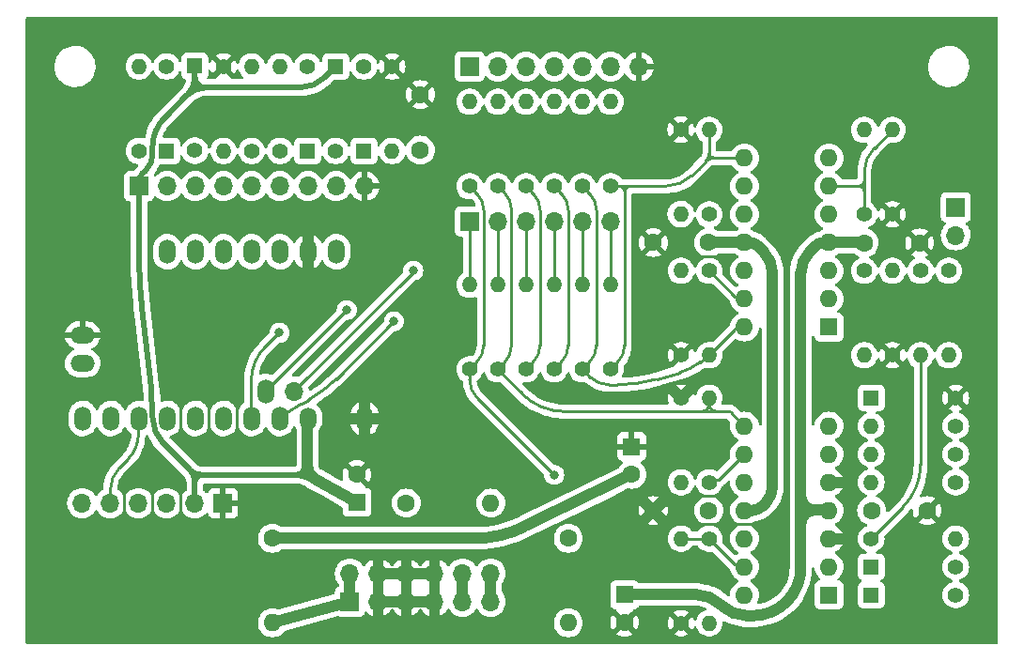
<source format=gtl>
G04 #@! TF.GenerationSoftware,KiCad,Pcbnew,7.0.10*
G04 #@! TF.CreationDate,2025-10-07T16:07:45+01:00*
G04 #@! TF.ProjectId,Eudlidean_Rhythms_R,4575646c-6964-4656-916e-5f5268797468,rev?*
G04 #@! TF.SameCoordinates,Original*
G04 #@! TF.FileFunction,Copper,L1,Top*
G04 #@! TF.FilePolarity,Positive*
%FSLAX46Y46*%
G04 Gerber Fmt 4.6, Leading zero omitted, Abs format (unit mm)*
G04 Created by KiCad (PCBNEW 7.0.10) date 2025-10-07 16:07:45*
%MOMM*%
%LPD*%
G01*
G04 APERTURE LIST*
G04 #@! TA.AperFunction,ComponentPad*
%ADD10C,1.400000*%
G04 #@! TD*
G04 #@! TA.AperFunction,ComponentPad*
%ADD11O,1.400000X1.400000*%
G04 #@! TD*
G04 #@! TA.AperFunction,ComponentPad*
%ADD12R,1.400000X1.400000*%
G04 #@! TD*
G04 #@! TA.AperFunction,ComponentPad*
%ADD13R,1.700000X1.700000*%
G04 #@! TD*
G04 #@! TA.AperFunction,ComponentPad*
%ADD14O,1.700000X1.700000*%
G04 #@! TD*
G04 #@! TA.AperFunction,ComponentPad*
%ADD15R,1.600000X1.600000*%
G04 #@! TD*
G04 #@! TA.AperFunction,ComponentPad*
%ADD16O,1.600000X1.600000*%
G04 #@! TD*
G04 #@! TA.AperFunction,ComponentPad*
%ADD17C,1.600000*%
G04 #@! TD*
G04 #@! TA.AperFunction,ComponentPad*
%ADD18O,1.500000X2.200000*%
G04 #@! TD*
G04 #@! TA.AperFunction,ComponentPad*
%ADD19O,1.500000X2.000000*%
G04 #@! TD*
G04 #@! TA.AperFunction,ComponentPad*
%ADD20O,2.200000X1.500000*%
G04 #@! TD*
G04 #@! TA.AperFunction,ViaPad*
%ADD21C,0.800000*%
G04 #@! TD*
G04 #@! TA.AperFunction,Conductor*
%ADD22C,1.000000*%
G04 #@! TD*
G04 #@! TA.AperFunction,Conductor*
%ADD23C,0.250000*%
G04 #@! TD*
G04 #@! TA.AperFunction,Conductor*
%ADD24C,0.500000*%
G04 #@! TD*
G04 APERTURE END LIST*
D10*
X179070000Y-121920000D03*
D11*
X186690000Y-121920000D03*
D12*
X179070000Y-109220000D03*
D10*
X186690000Y-109220000D03*
D13*
X142875000Y-93305000D03*
D14*
X145415000Y-93305000D03*
X147955000Y-93305000D03*
X150495000Y-93305000D03*
X153035000Y-93305000D03*
X155575000Y-93305000D03*
D12*
X115570000Y-86955000D03*
D10*
X115570000Y-79335000D03*
X123230000Y-86955000D03*
D11*
X123230000Y-79335000D03*
D10*
X186690000Y-111760000D03*
D11*
X179070000Y-111760000D03*
D10*
X161925000Y-129540000D03*
D11*
X161925000Y-121920000D03*
D15*
X175260000Y-102830000D03*
D16*
X175260000Y-100290000D03*
X175260000Y-97750000D03*
X175260000Y-95210000D03*
X175260000Y-92670000D03*
X175260000Y-90130000D03*
X175260000Y-87590000D03*
X167640000Y-87590000D03*
X167640000Y-90130000D03*
X167640000Y-92670000D03*
X167640000Y-95210000D03*
X167640000Y-97750000D03*
X167640000Y-100290000D03*
X167640000Y-102830000D03*
D12*
X118110000Y-79309600D03*
D10*
X118110000Y-86929600D03*
X125785000Y-86955000D03*
D11*
X125785000Y-79335000D03*
D10*
X142875000Y-106640000D03*
D11*
X142875000Y-99020000D03*
D10*
X153035000Y-90130000D03*
D11*
X153035000Y-82510000D03*
D10*
X155575000Y-106640000D03*
D11*
X155575000Y-99020000D03*
D17*
X179110000Y-119380000D03*
X184110000Y-119380000D03*
D13*
X142875000Y-79335000D03*
D14*
X145415000Y-79335000D03*
X147955000Y-79335000D03*
X150495000Y-79335000D03*
X153035000Y-79335000D03*
X155575000Y-79335000D03*
X158115000Y-79335000D03*
D10*
X161925000Y-109220000D03*
D11*
X161925000Y-116840000D03*
D10*
X164465000Y-97750000D03*
D11*
X164465000Y-105370000D03*
D10*
X161925000Y-105370000D03*
D11*
X161925000Y-97750000D03*
D17*
X164425000Y-119380000D03*
X159425000Y-119380000D03*
D15*
X175260000Y-127000000D03*
D16*
X175260000Y-124460000D03*
X175260000Y-121920000D03*
X175260000Y-119380000D03*
X175260000Y-116840000D03*
X175260000Y-114300000D03*
X175260000Y-111760000D03*
X167640000Y-111760000D03*
X167640000Y-114300000D03*
X167640000Y-116840000D03*
X167640000Y-119380000D03*
X167640000Y-121920000D03*
X167640000Y-124460000D03*
X167640000Y-127000000D03*
D12*
X128270000Y-86955000D03*
D10*
X128270000Y-79335000D03*
D13*
X120650000Y-118705000D03*
D14*
X118110000Y-118705000D03*
X115570000Y-118705000D03*
X113030000Y-118705000D03*
X110490000Y-118705000D03*
X107950000Y-118705000D03*
D12*
X179070000Y-124460000D03*
D10*
X186690000Y-124460000D03*
X164465000Y-92670000D03*
D11*
X164465000Y-85050000D03*
D10*
X186055000Y-97750000D03*
D11*
X186055000Y-105370000D03*
D15*
X132715000Y-118640113D03*
D17*
X132715000Y-116140113D03*
D10*
X147955000Y-90130000D03*
D11*
X147955000Y-82510000D03*
D12*
X133350000Y-86955000D03*
D10*
X133350000Y-79335000D03*
X120690000Y-79335000D03*
D11*
X120690000Y-86955000D03*
D10*
X113070000Y-86955000D03*
D11*
X113070000Y-79335000D03*
D13*
X186690000Y-92030000D03*
D14*
X186690000Y-94570000D03*
D10*
X145415000Y-106640000D03*
D11*
X145415000Y-99020000D03*
D13*
X113070000Y-90130000D03*
D14*
X115610000Y-90130000D03*
X118150000Y-90130000D03*
X120690000Y-90130000D03*
X123230000Y-90130000D03*
X125770000Y-90130000D03*
X128310000Y-90130000D03*
X130850000Y-90130000D03*
X133390000Y-90130000D03*
D10*
X186690000Y-116840000D03*
D11*
X179070000Y-116840000D03*
D17*
X138430000Y-81875000D03*
X138430000Y-86875000D03*
D10*
X155575000Y-90130000D03*
D11*
X155575000Y-82510000D03*
D13*
X132080000Y-127595000D03*
D14*
X132080000Y-125055000D03*
X134620000Y-127595000D03*
X134620000Y-125055000D03*
X137160000Y-127595000D03*
X137160000Y-125055000D03*
X139700000Y-127595000D03*
X139700000Y-125055000D03*
X142240000Y-127595000D03*
X142240000Y-125055000D03*
X144780000Y-127595000D03*
X144780000Y-125055000D03*
D10*
X135890000Y-79335000D03*
D11*
X135890000Y-86955000D03*
D10*
X183515000Y-97750000D03*
D11*
X183515000Y-105370000D03*
D17*
X151765000Y-121880000D03*
D16*
X151765000Y-129500000D03*
D17*
X164425000Y-95210000D03*
X159425000Y-95210000D03*
D10*
X180975000Y-92670000D03*
D11*
X180975000Y-85050000D03*
D15*
X157480000Y-113625000D03*
D17*
X157480000Y-116125000D03*
D10*
X180975000Y-105370000D03*
D11*
X180975000Y-97750000D03*
D10*
X150495000Y-106640000D03*
D11*
X150495000Y-99020000D03*
D15*
X156845000Y-126960000D03*
D17*
X156845000Y-129460000D03*
D12*
X179070000Y-127000000D03*
D10*
X186690000Y-127000000D03*
X161899600Y-85024600D03*
D11*
X161899600Y-92644600D03*
D10*
X164465000Y-116840000D03*
D11*
X164465000Y-109220000D03*
D17*
X178435000Y-95250000D03*
X183435000Y-95250000D03*
D18*
X130860800Y-96037400D03*
X128320800Y-96037400D03*
X125780800Y-96037400D03*
X123240800Y-96037400D03*
X120700800Y-96037400D03*
X118160800Y-96037400D03*
X115620800Y-96037400D03*
X108000800Y-111077400D03*
X110540800Y-111077400D03*
X113080800Y-111077400D03*
X115620800Y-111077400D03*
X118160800Y-111077400D03*
X120700800Y-111077400D03*
X123240800Y-111077400D03*
X125780800Y-111077400D03*
D19*
X128320800Y-111077400D03*
D18*
X133400800Y-111077400D03*
D14*
X127050800Y-108637400D03*
D18*
X124510800Y-108637400D03*
D20*
X108000800Y-106097400D03*
X108000800Y-103557400D03*
D10*
X178435000Y-92670000D03*
D11*
X178435000Y-85050000D03*
D10*
X178435000Y-97750000D03*
D11*
X178435000Y-105370000D03*
D10*
X186690000Y-114300000D03*
D11*
X179070000Y-114300000D03*
D17*
X137160000Y-118705000D03*
D16*
X144780000Y-118705000D03*
D12*
X130810000Y-79335000D03*
D10*
X130810000Y-86955000D03*
X145415000Y-90130000D03*
D11*
X145415000Y-82510000D03*
D10*
X142875000Y-90130000D03*
D11*
X142875000Y-82510000D03*
D10*
X150495000Y-90130000D03*
D11*
X150495000Y-82510000D03*
D10*
X164465000Y-121920000D03*
D11*
X164465000Y-129540000D03*
D17*
X125095000Y-121880000D03*
D16*
X125095000Y-129500000D03*
D10*
X147955000Y-106640000D03*
D11*
X147955000Y-99020000D03*
D10*
X153035000Y-106640000D03*
D11*
X153035000Y-99020000D03*
D21*
X150495000Y-116165000D03*
X125730000Y-103345720D03*
X136042400Y-102322000D03*
X131799000Y-101306000D03*
X137795000Y-97750000D03*
D22*
X173532799Y-96022799D02*
X174022310Y-95533289D01*
X175717200Y-95210000D02*
X174802800Y-95210000D01*
X172720000Y-124528948D02*
X172720000Y-120590000D01*
X175240000Y-119360000D02*
X175260000Y-119380000D01*
X172720000Y-120590000D02*
X172720000Y-118090000D01*
X167850088Y-128865000D02*
X168383948Y-128865000D01*
X172720000Y-118090000D02*
X172720000Y-97985072D01*
X178415000Y-95230000D02*
X178435000Y-95250000D01*
X178366715Y-95210000D02*
X175717200Y-95210000D01*
X163251011Y-126960000D02*
X156845000Y-126960000D01*
X173970000Y-119340000D02*
X175191715Y-119340000D01*
X175239995Y-119360005D02*
G75*
G03*
X175191715Y-119340000I-48295J-48295D01*
G01*
X178414995Y-95230005D02*
G75*
G03*
X178366715Y-95210000I-48295J-48295D01*
G01*
X173532808Y-96022808D02*
G75*
G03*
X172720000Y-97985072I1962292J-1962292D01*
G01*
X172720000Y-118090000D02*
G75*
G03*
X173970000Y-119340000I1250000J0D01*
G01*
X165550564Y-127912486D02*
G75*
G03*
X167850088Y-128865000I2299536J2299486D01*
G01*
X173970000Y-119340000D02*
G75*
G03*
X172720000Y-120590000I0J-1250000D01*
G01*
X174802800Y-95210006D02*
G75*
G03*
X174022310Y-95533289I0J-1103794D01*
G01*
X165550536Y-127912514D02*
G75*
G03*
X163251011Y-126960000I-2299536J-2299486D01*
G01*
X168383948Y-128865020D02*
G75*
G03*
X171450000Y-127595000I-48J4336120D01*
G01*
X171449986Y-127594986D02*
G75*
G03*
X172720000Y-124528948I-3066086J3066086D01*
G01*
D23*
X114300000Y-119975000D02*
X114300000Y-117435000D01*
X163195000Y-96480000D02*
X165735000Y-96480000D01*
X116814600Y-119975000D02*
X116814600Y-117435000D01*
X111760000Y-119975000D02*
X111760000Y-117435000D01*
X163195000Y-120610000D02*
X165735000Y-120610000D01*
X121920000Y-112482000D02*
X121920000Y-109942000D01*
X119380000Y-112482000D02*
X119380000Y-109942000D01*
X163195000Y-118070000D02*
X165735000Y-118070000D01*
X116840000Y-112482000D02*
X116840000Y-109942000D01*
X166293800Y-120610000D02*
X168833800Y-120610000D01*
D22*
X170180000Y-117143690D02*
X170180000Y-98028433D01*
X143355832Y-121880000D02*
X125095000Y-121880000D01*
X169524999Y-118724999D02*
X169304870Y-118945129D01*
X167195500Y-95210000D02*
X164425000Y-95210000D01*
X147748449Y-120866772D02*
X157480000Y-116125000D01*
X168084500Y-95210000D02*
X167195500Y-95210000D01*
X168255000Y-119380000D02*
X167640000Y-119380000D01*
X169354500Y-96035500D02*
X168843308Y-95524308D01*
X168255000Y-119380011D02*
G75*
G03*
X169304870Y-118945129I0J1484711D01*
G01*
X170179986Y-98028433D02*
G75*
G03*
X169354500Y-96035500I-2818386J33D01*
G01*
X143355832Y-121880014D02*
G75*
G03*
X147748449Y-120866772I-32J10028214D01*
G01*
X169525003Y-118725003D02*
G75*
G03*
X170180000Y-117143690I-1581303J1581303D01*
G01*
X168843304Y-95524312D02*
G75*
G03*
X168084500Y-95210000I-758804J-758788D01*
G01*
D24*
X115256397Y-113311397D02*
X117660987Y-115715987D01*
X118110000Y-80274800D02*
X118110000Y-79309600D01*
X113070000Y-89729000D02*
X113070502Y-90530999D01*
D22*
X128922608Y-116528392D02*
X130227823Y-117255176D01*
D24*
X120015000Y-116165000D02*
X118745000Y-116165000D01*
X115377630Y-83972369D02*
X117427500Y-81922499D01*
X114300000Y-86574000D02*
X114300000Y-87228258D01*
X119075200Y-81240000D02*
X127557961Y-81240000D01*
X118110000Y-116800000D02*
X118110000Y-118705000D01*
X127523038Y-116165000D02*
X120015000Y-116165000D01*
X113070502Y-90530999D02*
X113077868Y-96413835D01*
D22*
X130227823Y-117255176D02*
X132715000Y-118640113D01*
D24*
X113353549Y-89044450D02*
X113685000Y-88713000D01*
X114149578Y-108305740D02*
X113341191Y-101082041D01*
X129857500Y-80287500D02*
X130810000Y-79335000D01*
D22*
X128270000Y-115418038D02*
X128270000Y-111085000D01*
D24*
X113685033Y-88713033D02*
G75*
G03*
X114300000Y-87228258I-1484833J1484733D01*
G01*
X118110007Y-116800000D02*
G75*
G03*
X117660987Y-115715987I-1533007J0D01*
G01*
X114300004Y-111002450D02*
G75*
G03*
X114149578Y-108305740I-24248204J-50D01*
G01*
X127279400Y-116164962D02*
G75*
G03*
X128026362Y-115418038I0J746962D01*
G01*
X113353549Y-89044450D02*
G75*
G03*
X113070000Y-89729000I684551J-684550D01*
G01*
X127557961Y-81239984D02*
G75*
G03*
X129857500Y-80287500I39J3251984D01*
G01*
X128501167Y-116528398D02*
G75*
G03*
X127101600Y-116165000I-1399567J-2513402D01*
G01*
X117427501Y-81922500D02*
G75*
G03*
X118110000Y-80274800I-1647701J1647700D01*
G01*
X115377623Y-83972362D02*
G75*
G03*
X114300000Y-86574000I2601677J-2601638D01*
G01*
X118110000Y-80274800D02*
G75*
G03*
X119075200Y-81240000I965200J0D01*
G01*
X118745000Y-116165000D02*
G75*
G03*
X118110000Y-116800000I0J-635000D01*
G01*
X117660992Y-115715982D02*
G75*
G03*
X118745000Y-116165000I1084008J1083982D01*
G01*
X113077869Y-96413835D02*
G75*
G03*
X113341192Y-101082041I42452831J53135D01*
G01*
D22*
X128269974Y-115418038D02*
G75*
G03*
X128922608Y-116528391I1270926J38D01*
G01*
D24*
X119075200Y-81240000D02*
G75*
G03*
X117427500Y-81922499I0J-2330200D01*
G01*
X114300023Y-111002450D02*
G75*
G03*
X115256397Y-113311397I3265277J-50D01*
G01*
D22*
X132080000Y-127595000D02*
X132080000Y-125055000D01*
X132080000Y-127595000D02*
X125095000Y-129500000D01*
X144780000Y-125055000D02*
X144780000Y-127595000D01*
X142240000Y-127595000D02*
X142240000Y-125055000D01*
D23*
X142875000Y-93305000D02*
X142875000Y-99020000D01*
X145415000Y-93305000D02*
X145415000Y-99020000D01*
X147955000Y-93305000D02*
X147955000Y-99020000D01*
X150495000Y-93305000D02*
X150495000Y-99020000D01*
X153035000Y-93305000D02*
X153035000Y-99020000D01*
X155575000Y-99020000D02*
X155575000Y-93305000D01*
X113030000Y-112443900D02*
X113030000Y-111085000D01*
X112069112Y-114763687D02*
X111325163Y-115507636D01*
X110490000Y-117523900D02*
X110490000Y-118705000D01*
X112069118Y-114763693D02*
G75*
G03*
X113030000Y-112443900I-2319818J2319793D01*
G01*
X111325169Y-115507642D02*
G75*
G03*
X110490000Y-117523900I2016231J-2016258D01*
G01*
X183515000Y-115221036D02*
X183515000Y-105370000D01*
X181921207Y-119068792D02*
X179070000Y-121920000D01*
X181921200Y-119068785D02*
G75*
G03*
X183515000Y-115221036I-3847800J3847785D01*
G01*
X143510000Y-90765000D02*
X142875000Y-90130000D01*
X142875000Y-107592500D02*
X142875000Y-106640000D01*
X143548519Y-109218519D02*
X150495000Y-116165000D01*
X144145000Y-104471974D02*
X144145000Y-92298025D01*
X143510000Y-106005000D02*
X142875000Y-106640000D01*
X144144989Y-92298025D02*
G75*
G03*
X143510000Y-90765000I-2167989J25D01*
G01*
X142874989Y-107592500D02*
G75*
G03*
X143548519Y-109218519I2299511J0D01*
G01*
X143510008Y-106005008D02*
G75*
G03*
X144145000Y-104471974I-1533008J1533008D01*
G01*
X179333025Y-86691974D02*
X180975000Y-85050000D01*
X177101500Y-90130000D02*
X175260000Y-90130000D01*
X178435000Y-90574500D02*
X178435000Y-92670000D01*
X178435000Y-89685500D02*
X178435000Y-90574500D01*
X177990500Y-90130000D02*
X177101500Y-90130000D01*
X178435000Y-88860000D02*
X178435000Y-89685500D01*
X177990500Y-90130000D02*
G75*
G03*
X178435000Y-89685500I0J444500D01*
G01*
X178435000Y-90574500D02*
G75*
G03*
X177990500Y-90130000I-444500J0D01*
G01*
X179333036Y-86691985D02*
G75*
G03*
X178435000Y-88860000I2167964J-2168015D01*
G01*
X164465000Y-121920000D02*
X161925000Y-121920000D01*
X164465000Y-121920000D02*
X166780493Y-124235493D01*
X167322500Y-124460000D02*
X167640000Y-124460000D01*
X166780496Y-124235490D02*
G75*
G03*
X167322500Y-124460000I542004J541990D01*
G01*
X164782500Y-116840000D02*
X164465000Y-116840000D01*
X165324506Y-116615493D02*
X167640000Y-114300000D01*
X164782500Y-116840003D02*
G75*
G03*
X165324506Y-116615493I0J766503D01*
G01*
X156337000Y-90130000D02*
X155575000Y-90130000D01*
X163512500Y-88542500D02*
X162877500Y-89177500D01*
X156337000Y-90130000D02*
X157353000Y-90130000D01*
X156845000Y-90638000D02*
X156845000Y-91654000D01*
X156845000Y-104471974D02*
X156845000Y-91654000D01*
X164914012Y-87590000D02*
X167640000Y-87590000D01*
X156210000Y-106005000D02*
X155575000Y-106640000D01*
X160577961Y-90130000D02*
X157353000Y-90130000D01*
X164147500Y-87907500D02*
X163512500Y-88542500D01*
X164465000Y-87140987D02*
X164465000Y-85050000D01*
X164465000Y-87140987D02*
G75*
G03*
X164914012Y-87590000I449000J-13D01*
G01*
X164147504Y-87907504D02*
G75*
G03*
X164465000Y-87140987I-766504J766504D01*
G01*
X160577961Y-90129984D02*
G75*
G03*
X162877500Y-89177500I39J3251984D01*
G01*
X164914012Y-87590006D02*
G75*
G03*
X164147500Y-87907500I-12J-1083994D01*
G01*
X157353000Y-90130000D02*
G75*
G03*
X156845000Y-90638000I0J-508000D01*
G01*
X156845000Y-90638000D02*
G75*
G03*
X156337000Y-90130000I-508000J0D01*
G01*
X156210008Y-106005008D02*
G75*
G03*
X156845000Y-104471974I-1533008J1533008D01*
G01*
X165080000Y-110450000D02*
X163850000Y-110450000D01*
X145430872Y-106624127D02*
X146024600Y-106030400D01*
X163850000Y-110450000D02*
X151434070Y-110450000D01*
X164465000Y-109835000D02*
X164465000Y-109220000D01*
X165080000Y-110450000D02*
X166350000Y-110450000D01*
X166384142Y-110504142D02*
X167640000Y-111760000D01*
X146634200Y-92211304D02*
X146634200Y-104558695D01*
X146024600Y-90739600D02*
X145415000Y-90130000D01*
X145430872Y-106700765D02*
X147586314Y-108856207D01*
X146024601Y-106030401D02*
G75*
G03*
X146634200Y-104558695I-1471701J1471701D01*
G01*
X145415041Y-106662446D02*
G75*
G03*
X145430872Y-106700765I54159J-54D01*
G01*
X145430847Y-106624102D02*
G75*
G03*
X145415000Y-106662446I38353J-38298D01*
G01*
X147586318Y-108856203D02*
G75*
G03*
X151434070Y-110450000I3847782J3847803D01*
G01*
X146634198Y-92211304D02*
G75*
G03*
X146024600Y-90739600I-2081298J4D01*
G01*
X166370000Y-110470000D02*
G75*
G03*
X166350000Y-110450000I-20000J0D01*
G01*
X163850000Y-110450000D02*
G75*
G03*
X164465000Y-109835000I0J615000D01*
G01*
X166370005Y-110470000D02*
G75*
G03*
X166384142Y-110504142I48295J0D01*
G01*
X164465000Y-109835000D02*
G75*
G03*
X165080000Y-110450000I615000J0D01*
G01*
X148590000Y-90765000D02*
X147955000Y-90130000D01*
X148590000Y-106005000D02*
X147955000Y-106640000D01*
X149225000Y-104471974D02*
X149225000Y-92298025D01*
X148590008Y-106005008D02*
G75*
G03*
X149225000Y-104471974I-1533008J1533008D01*
G01*
X149224989Y-92298025D02*
G75*
G03*
X148590000Y-90765000I-2167989J25D01*
G01*
X151130000Y-106005000D02*
X150495000Y-106640000D01*
X151765000Y-104471974D02*
X151765000Y-92298025D01*
X151130000Y-90765000D02*
X150495000Y-90130000D01*
X151764989Y-92298025D02*
G75*
G03*
X151130000Y-90765000I-2167989J25D01*
G01*
X151130008Y-106005008D02*
G75*
G03*
X151765000Y-104471974I-1533008J1533008D01*
G01*
X123190000Y-107681771D02*
X123190000Y-111085000D01*
X125730000Y-103345720D02*
X124460000Y-104615720D01*
X124460025Y-104615745D02*
G75*
G03*
X123190000Y-107681771I3065975J-3066055D01*
G01*
X127690546Y-109761563D02*
X128371600Y-109383200D01*
X126365000Y-110615100D02*
X125730000Y-111085000D01*
X136042400Y-102322000D02*
X130852688Y-107511711D01*
X128371600Y-109383199D02*
G75*
G03*
X130852687Y-107511710I-5440800J9793399D01*
G01*
X127690546Y-109761563D02*
G75*
G03*
X126365001Y-110615101I5894954J-10610937D01*
G01*
X131799000Y-101306000D02*
X124460000Y-108645000D01*
X137759644Y-97885355D02*
X127000000Y-108645000D01*
X137795000Y-97750000D02*
X137795000Y-97800000D01*
X137795000Y-97750000D02*
X137895000Y-97750000D01*
X137895000Y-97750000D02*
X137895000Y-97750000D01*
X137759642Y-97885353D02*
G75*
G03*
X137795000Y-97800000I-85342J85353D01*
G01*
X153670000Y-90765000D02*
X153035000Y-90130000D01*
X167322500Y-102830000D02*
X167640000Y-102830000D01*
X154305000Y-104471974D02*
X154305000Y-92298025D01*
X164465000Y-105370000D02*
X166780493Y-103054506D01*
X153733500Y-107338500D02*
X153035000Y-106640000D01*
X153670000Y-106005000D02*
X153035000Y-106640000D01*
X156210000Y-108037000D02*
X155419828Y-108037000D01*
X159695883Y-107542612D02*
X161813593Y-106929591D01*
X164465000Y-105370000D02*
X163639500Y-106005000D01*
X161813596Y-106929603D02*
G75*
G03*
X163639500Y-106004999I-1530896J5288403D01*
G01*
X153670008Y-106005008D02*
G75*
G03*
X154305000Y-104471974I-1533008J1533008D01*
G01*
X154304989Y-92298025D02*
G75*
G03*
X153670000Y-90765000I-2167989J25D01*
G01*
X167322500Y-102829996D02*
G75*
G03*
X166780493Y-103054506I0J-766504D01*
G01*
X153733492Y-107338508D02*
G75*
G03*
X155419828Y-108037000I1686308J1686308D01*
G01*
X156210000Y-108036996D02*
G75*
G03*
X159695883Y-107542612I0J12536596D01*
G01*
X167322500Y-100290000D02*
X167640000Y-100290000D01*
X166780493Y-100065493D02*
X164465000Y-97750000D01*
X166780496Y-100065490D02*
G75*
G03*
X167322500Y-100290000I542004J541990D01*
G01*
G04 #@! TA.AperFunction,Conductor*
G36*
X166258195Y-116668905D02*
G01*
X166314129Y-116710776D01*
X166338546Y-116776241D01*
X166338390Y-116795893D01*
X166334532Y-116839996D01*
X166334532Y-116840001D01*
X166354364Y-117066686D01*
X166354366Y-117066697D01*
X166413258Y-117286488D01*
X166413261Y-117286497D01*
X166509431Y-117492732D01*
X166509432Y-117492734D01*
X166639954Y-117679141D01*
X166800858Y-117840045D01*
X166800861Y-117840047D01*
X166987266Y-117970568D01*
X167044681Y-117997341D01*
X167045275Y-117997618D01*
X167097714Y-118043791D01*
X167116866Y-118110984D01*
X167096650Y-118177865D01*
X167045275Y-118222382D01*
X166987267Y-118249431D01*
X166987265Y-118249432D01*
X166800858Y-118379954D01*
X166639954Y-118540858D01*
X166509432Y-118727265D01*
X166509431Y-118727267D01*
X166413261Y-118933502D01*
X166413258Y-118933511D01*
X166354366Y-119153302D01*
X166354364Y-119153313D01*
X166334532Y-119379998D01*
X166334532Y-119380001D01*
X166354364Y-119606686D01*
X166354366Y-119606697D01*
X166413258Y-119826488D01*
X166413261Y-119826497D01*
X166509431Y-120032732D01*
X166509432Y-120032734D01*
X166639954Y-120219141D01*
X166800858Y-120380045D01*
X166800861Y-120380047D01*
X166987266Y-120510568D01*
X167045275Y-120537618D01*
X167097714Y-120583791D01*
X167116866Y-120650984D01*
X167096650Y-120717865D01*
X167045275Y-120762381D01*
X167030300Y-120769365D01*
X166987267Y-120789431D01*
X166987265Y-120789432D01*
X166800858Y-120919954D01*
X166639954Y-121080858D01*
X166509432Y-121267265D01*
X166509431Y-121267267D01*
X166413261Y-121473502D01*
X166413258Y-121473511D01*
X166354366Y-121693302D01*
X166354364Y-121693313D01*
X166334532Y-121919998D01*
X166334532Y-121920001D01*
X166354364Y-122146686D01*
X166354366Y-122146697D01*
X166413258Y-122366488D01*
X166413261Y-122366497D01*
X166509431Y-122572732D01*
X166509432Y-122572734D01*
X166639954Y-122759141D01*
X166800858Y-122920045D01*
X166800861Y-122920047D01*
X166987266Y-123050568D01*
X167038316Y-123074373D01*
X167045275Y-123077618D01*
X167097714Y-123123791D01*
X167116866Y-123190984D01*
X167096650Y-123257865D01*
X167045275Y-123302382D01*
X166987263Y-123329433D01*
X166938250Y-123363752D01*
X166872044Y-123386079D01*
X166804277Y-123369067D01*
X166779447Y-123349857D01*
X165683892Y-122254302D01*
X165650407Y-122192979D01*
X165649736Y-122147258D01*
X165649586Y-122147245D01*
X165649715Y-122145846D01*
X165649686Y-122143826D01*
X165650110Y-122141551D01*
X165650115Y-122141536D01*
X165670643Y-121920000D01*
X165650115Y-121698464D01*
X165589229Y-121484472D01*
X165585489Y-121476961D01*
X165490061Y-121285316D01*
X165490056Y-121285308D01*
X165355979Y-121107761D01*
X165191562Y-120957876D01*
X165191560Y-120957874D01*
X165002404Y-120840754D01*
X165002398Y-120840751D01*
X164928021Y-120811938D01*
X164872619Y-120769365D01*
X164849029Y-120703598D01*
X164864740Y-120635518D01*
X164914764Y-120586739D01*
X164920382Y-120583942D01*
X165077734Y-120510568D01*
X165264139Y-120380047D01*
X165425047Y-120219139D01*
X165555568Y-120032734D01*
X165651739Y-119826496D01*
X165710635Y-119606692D01*
X165728725Y-119399918D01*
X165730468Y-119380001D01*
X165730468Y-119379998D01*
X165713817Y-119189680D01*
X165710635Y-119153308D01*
X165651739Y-118933504D01*
X165555568Y-118727266D01*
X165425047Y-118540861D01*
X165425045Y-118540858D01*
X165264141Y-118379954D01*
X165077734Y-118249432D01*
X165077732Y-118249431D01*
X164920410Y-118176070D01*
X164867971Y-118129897D01*
X164848819Y-118062704D01*
X164869035Y-117995823D01*
X164922201Y-117950488D01*
X164928000Y-117948070D01*
X165002401Y-117919247D01*
X165191562Y-117802124D01*
X165331282Y-117674751D01*
X165355979Y-117652238D01*
X165380940Y-117619185D01*
X165490058Y-117474689D01*
X165589229Y-117275528D01*
X165602196Y-117229953D01*
X165639474Y-117170862D01*
X165645966Y-117165519D01*
X165702292Y-117122299D01*
X165766807Y-117057783D01*
X165800011Y-117024578D01*
X166127184Y-116697404D01*
X166188504Y-116663921D01*
X166258195Y-116668905D01*
G37*
G04 #@! TD.AperFunction*
G04 #@! TA.AperFunction,Conductor*
G36*
X169144561Y-102908787D02*
G01*
X169177069Y-102970634D01*
X169179500Y-102995066D01*
X169179500Y-111594933D01*
X169159815Y-111661972D01*
X169107011Y-111707727D01*
X169037853Y-111717671D01*
X168974297Y-111688646D01*
X168936523Y-111629868D01*
X168931972Y-111605740D01*
X168931026Y-111594933D01*
X168925635Y-111533308D01*
X168866739Y-111313504D01*
X168770568Y-111107266D01*
X168640047Y-110920861D01*
X168640045Y-110920858D01*
X168479141Y-110759954D01*
X168292734Y-110629432D01*
X168292732Y-110629431D01*
X168086497Y-110533261D01*
X168086488Y-110533258D01*
X167866697Y-110474366D01*
X167866693Y-110474365D01*
X167866692Y-110474365D01*
X167866691Y-110474364D01*
X167866686Y-110474364D01*
X167640002Y-110454532D01*
X167639999Y-110454532D01*
X167413313Y-110474364D01*
X167413296Y-110474367D01*
X167344949Y-110492680D01*
X167275099Y-110491016D01*
X167225177Y-110460586D01*
X166925159Y-110160568D01*
X166901119Y-110126686D01*
X166900019Y-110124403D01*
X166900018Y-110124400D01*
X166809325Y-110010675D01*
X166752462Y-109965328D01*
X166695601Y-109919982D01*
X166607325Y-109877469D01*
X166601396Y-109874414D01*
X166582094Y-109863803D01*
X166574844Y-109860933D01*
X166574959Y-109860642D01*
X166566431Y-109857527D01*
X166564548Y-109856868D01*
X166480973Y-109837793D01*
X166477745Y-109837010D01*
X166429019Y-109824500D01*
X166429016Y-109824500D01*
X165704786Y-109824500D01*
X165637747Y-109804815D01*
X165591992Y-109752011D01*
X165582048Y-109682853D01*
X165587754Y-109661068D01*
X165587660Y-109661042D01*
X165588935Y-109656557D01*
X165589159Y-109655706D01*
X165589222Y-109655540D01*
X165589229Y-109655528D01*
X165650115Y-109441536D01*
X165670643Y-109220000D01*
X165650115Y-108998464D01*
X165589229Y-108784472D01*
X165589224Y-108784461D01*
X165490061Y-108585316D01*
X165490056Y-108585308D01*
X165355979Y-108407761D01*
X165191562Y-108257876D01*
X165191560Y-108257874D01*
X165002404Y-108140754D01*
X165002398Y-108140752D01*
X164993738Y-108137397D01*
X164794940Y-108060382D01*
X164576243Y-108019500D01*
X164353757Y-108019500D01*
X164135060Y-108060382D01*
X164045719Y-108094993D01*
X163927601Y-108140752D01*
X163927595Y-108140754D01*
X163738439Y-108257874D01*
X163738437Y-108257876D01*
X163574020Y-108407761D01*
X163439943Y-108585308D01*
X163439938Y-108585316D01*
X163340775Y-108784461D01*
X163340770Y-108784474D01*
X163314006Y-108878541D01*
X163276727Y-108937634D01*
X163213417Y-108967191D01*
X163144177Y-108957829D01*
X163090991Y-108912519D01*
X163075474Y-108878540D01*
X163052900Y-108799204D01*
X162063926Y-109788181D01*
X162002603Y-109821666D01*
X161976245Y-109824500D01*
X161873755Y-109824500D01*
X161806716Y-109804815D01*
X161786074Y-109788181D01*
X161247195Y-109249302D01*
X161571372Y-109249302D01*
X161600047Y-109362538D01*
X161663936Y-109460327D01*
X161756115Y-109532072D01*
X161866595Y-109570000D01*
X161954005Y-109570000D01*
X162040216Y-109555614D01*
X162142947Y-109500019D01*
X162222060Y-109414079D01*
X162268982Y-109307108D01*
X162278628Y-109190698D01*
X162249953Y-109077462D01*
X162186064Y-108979673D01*
X162093885Y-108907928D01*
X161983405Y-108870000D01*
X161895995Y-108870000D01*
X161809784Y-108884386D01*
X161707053Y-108939981D01*
X161627940Y-109025921D01*
X161581018Y-109132892D01*
X161571372Y-109249302D01*
X161247195Y-109249302D01*
X160797098Y-108799205D01*
X160740378Y-108998558D01*
X160719859Y-109219999D01*
X160719859Y-109220000D01*
X160740378Y-109441439D01*
X160801241Y-109655356D01*
X160801378Y-109655708D01*
X160801393Y-109655888D01*
X160802808Y-109660861D01*
X160801835Y-109661137D01*
X160807239Y-109725332D01*
X160774528Y-109787071D01*
X160713631Y-109821325D01*
X160685751Y-109824500D01*
X151436499Y-109824500D01*
X151431630Y-109824404D01*
X151061078Y-109809843D01*
X151051372Y-109809079D01*
X150685519Y-109765776D01*
X150675902Y-109764253D01*
X150314566Y-109692377D01*
X150305099Y-109690104D01*
X149950530Y-109590104D01*
X149941270Y-109587096D01*
X149595621Y-109459579D01*
X149586626Y-109455853D01*
X149252059Y-109301615D01*
X149243384Y-109297194D01*
X148921941Y-109117177D01*
X148913639Y-109112090D01*
X148607316Y-108907412D01*
X148599450Y-108901697D01*
X148310121Y-108673609D01*
X148302726Y-108667293D01*
X148030280Y-108415447D01*
X148026770Y-108412072D01*
X147649013Y-108034315D01*
X147615528Y-107972992D01*
X147620512Y-107903300D01*
X147662384Y-107847367D01*
X147727848Y-107822950D01*
X147759474Y-107824744D01*
X147843757Y-107840500D01*
X147843759Y-107840500D01*
X148066241Y-107840500D01*
X148066243Y-107840500D01*
X148284940Y-107799618D01*
X148492401Y-107719247D01*
X148681562Y-107602124D01*
X148845981Y-107452236D01*
X148980058Y-107274689D01*
X149079229Y-107075528D01*
X149105734Y-106982371D01*
X149143013Y-106923278D01*
X149206323Y-106893721D01*
X149275562Y-106903083D01*
X149328749Y-106948393D01*
X149344266Y-106982372D01*
X149370769Y-107075523D01*
X149370775Y-107075538D01*
X149469938Y-107274683D01*
X149469943Y-107274691D01*
X149604020Y-107452238D01*
X149768437Y-107602123D01*
X149768439Y-107602125D01*
X149957595Y-107719245D01*
X149957596Y-107719245D01*
X149957599Y-107719247D01*
X150165060Y-107799618D01*
X150383757Y-107840500D01*
X150383759Y-107840500D01*
X150606241Y-107840500D01*
X150606243Y-107840500D01*
X150824940Y-107799618D01*
X151032401Y-107719247D01*
X151221562Y-107602124D01*
X151385981Y-107452236D01*
X151520058Y-107274689D01*
X151619229Y-107075528D01*
X151645734Y-106982371D01*
X151683013Y-106923278D01*
X151746323Y-106893721D01*
X151815562Y-106903083D01*
X151868749Y-106948393D01*
X151884266Y-106982372D01*
X151910769Y-107075523D01*
X151910775Y-107075538D01*
X152009938Y-107274683D01*
X152009943Y-107274691D01*
X152144020Y-107452238D01*
X152308437Y-107602123D01*
X152308439Y-107602125D01*
X152497595Y-107719245D01*
X152497596Y-107719245D01*
X152497599Y-107719247D01*
X152705060Y-107799618D01*
X152923757Y-107840500D01*
X152923759Y-107840500D01*
X153146242Y-107840500D01*
X153146243Y-107840500D01*
X153254413Y-107820279D01*
X153323927Y-107827309D01*
X153364879Y-107854486D01*
X153395760Y-107885367D01*
X153395765Y-107885371D01*
X153395770Y-107885376D01*
X153624409Y-108073015D01*
X153624416Y-108073020D01*
X153624426Y-108073027D01*
X153870324Y-108237330D01*
X153870331Y-108237334D01*
X153870340Y-108237340D01*
X154131193Y-108376767D01*
X154404456Y-108489955D01*
X154601298Y-108549664D01*
X154687493Y-108575811D01*
X154687497Y-108575811D01*
X154687498Y-108575812D01*
X154977593Y-108633513D01*
X155271947Y-108662501D01*
X155419835Y-108662500D01*
X156134051Y-108662500D01*
X156210000Y-108662500D01*
X156249350Y-108662500D01*
X156253661Y-108662500D01*
X156253812Y-108662493D01*
X156518991Y-108662485D01*
X156519127Y-108662485D01*
X156519128Y-108662485D01*
X157136662Y-108633462D01*
X157136664Y-108633462D01*
X157652956Y-108584827D01*
X157752163Y-108575482D01*
X157752180Y-108575479D01*
X157752185Y-108575479D01*
X158193471Y-108512893D01*
X158364265Y-108488670D01*
X158971617Y-108373220D01*
X158971630Y-108373217D01*
X159572877Y-108229386D01*
X159629079Y-108213119D01*
X159785482Y-108167850D01*
X159785531Y-108167840D01*
X159793901Y-108165417D01*
X159793905Y-108165417D01*
X159916722Y-108129864D01*
X159942762Y-108122327D01*
X159942762Y-108122326D01*
X159982510Y-108110822D01*
X159982526Y-108110815D01*
X160037184Y-108094993D01*
X161507100Y-108094993D01*
X161925000Y-108512893D01*
X161925001Y-108512893D01*
X162342899Y-108094993D01*
X162342898Y-108094992D01*
X162254809Y-108060866D01*
X162036193Y-108020000D01*
X161813807Y-108020000D01*
X161595195Y-108060865D01*
X161507100Y-108094993D01*
X160037184Y-108094993D01*
X161906161Y-107553973D01*
X161906177Y-107553970D01*
X161936886Y-107545081D01*
X161936939Y-107545081D01*
X161987525Y-107530434D01*
X161987526Y-107530435D01*
X162171091Y-107477285D01*
X162530896Y-107348347D01*
X162881971Y-107197250D01*
X163222955Y-107024583D01*
X163552523Y-106831014D01*
X163869396Y-106617295D01*
X163951211Y-106554365D01*
X163951269Y-106554328D01*
X163958239Y-106548965D01*
X163958242Y-106548965D01*
X163978872Y-106533094D01*
X164044008Y-106507822D01*
X164099270Y-106515752D01*
X164135060Y-106529618D01*
X164353757Y-106570500D01*
X164353759Y-106570500D01*
X164576241Y-106570500D01*
X164576243Y-106570500D01*
X164794940Y-106529618D01*
X165002401Y-106449247D01*
X165191562Y-106332124D01*
X165355981Y-106182236D01*
X165490058Y-106004689D01*
X165589229Y-105805528D01*
X165650115Y-105591536D01*
X165670643Y-105370000D01*
X165650115Y-105148464D01*
X165650112Y-105148454D01*
X165649685Y-105146167D01*
X165649798Y-105145046D01*
X165649586Y-105142755D01*
X165650034Y-105142713D01*
X165656713Y-105076651D01*
X165683890Y-105035698D01*
X166779449Y-103940139D01*
X166840770Y-103906656D01*
X166910462Y-103911640D01*
X166938246Y-103926244D01*
X166987266Y-103960568D01*
X167193504Y-104056739D01*
X167193509Y-104056740D01*
X167193511Y-104056741D01*
X167246415Y-104070916D01*
X167413308Y-104115635D01*
X167575230Y-104129801D01*
X167639998Y-104135468D01*
X167640000Y-104135468D01*
X167640002Y-104135468D01*
X167704008Y-104129868D01*
X167866692Y-104115635D01*
X168086496Y-104056739D01*
X168292734Y-103960568D01*
X168479139Y-103830047D01*
X168640047Y-103669139D01*
X168770568Y-103482734D01*
X168866739Y-103276496D01*
X168925635Y-103056692D01*
X168931972Y-102984258D01*
X168957424Y-102919190D01*
X169014015Y-102878211D01*
X169083777Y-102874333D01*
X169144561Y-102908787D01*
G37*
G04 #@! TD.AperFunction*
G04 #@! TA.AperFunction,Conductor*
G36*
X166492851Y-88235185D02*
G01*
X166527387Y-88268377D01*
X166639954Y-88429141D01*
X166800858Y-88590045D01*
X166800861Y-88590047D01*
X166987266Y-88720568D01*
X167023624Y-88737522D01*
X167045275Y-88747618D01*
X167097714Y-88793791D01*
X167116866Y-88860984D01*
X167096650Y-88927865D01*
X167045275Y-88972382D01*
X166987267Y-88999431D01*
X166987265Y-88999432D01*
X166800858Y-89129954D01*
X166639954Y-89290858D01*
X166509432Y-89477265D01*
X166509431Y-89477267D01*
X166413261Y-89683502D01*
X166413258Y-89683511D01*
X166354366Y-89903302D01*
X166354364Y-89903313D01*
X166334532Y-90129998D01*
X166334532Y-90130001D01*
X166354364Y-90356686D01*
X166354366Y-90356697D01*
X166413258Y-90576488D01*
X166413261Y-90576497D01*
X166509431Y-90782732D01*
X166509432Y-90782734D01*
X166639954Y-90969141D01*
X166800858Y-91130045D01*
X166803833Y-91132128D01*
X166987266Y-91260568D01*
X167045275Y-91287618D01*
X167097714Y-91333791D01*
X167116866Y-91400984D01*
X167096650Y-91467865D01*
X167045275Y-91512382D01*
X166987267Y-91539431D01*
X166987265Y-91539432D01*
X166800858Y-91669954D01*
X166639954Y-91830858D01*
X166509432Y-92017265D01*
X166509431Y-92017267D01*
X166413261Y-92223502D01*
X166413258Y-92223511D01*
X166354366Y-92443302D01*
X166354364Y-92443313D01*
X166334532Y-92669998D01*
X166334532Y-92670001D01*
X166354364Y-92896686D01*
X166354366Y-92896697D01*
X166413258Y-93116488D01*
X166413261Y-93116497D01*
X166509431Y-93322732D01*
X166509432Y-93322734D01*
X166639954Y-93509141D01*
X166800858Y-93670045D01*
X166800861Y-93670047D01*
X166987266Y-93800568D01*
X167045275Y-93827618D01*
X167097714Y-93873791D01*
X167116866Y-93940984D01*
X167096650Y-94007865D01*
X167045275Y-94052382D01*
X166987267Y-94079431D01*
X166987265Y-94079432D01*
X166884595Y-94151322D01*
X166856530Y-94170974D01*
X166833535Y-94187075D01*
X166767329Y-94209402D01*
X166762412Y-94209500D01*
X165302588Y-94209500D01*
X165235549Y-94189815D01*
X165231465Y-94187075D01*
X165208470Y-94170974D01*
X165077734Y-94079432D01*
X165077728Y-94079429D01*
X164920410Y-94006070D01*
X164867971Y-93959897D01*
X164848819Y-93892704D01*
X164869035Y-93825823D01*
X164922201Y-93780488D01*
X164928000Y-93778070D01*
X165002401Y-93749247D01*
X165191562Y-93632124D01*
X165355981Y-93482236D01*
X165490058Y-93304689D01*
X165589229Y-93105528D01*
X165650115Y-92891536D01*
X165670643Y-92670000D01*
X165650115Y-92448464D01*
X165589229Y-92234472D01*
X165589224Y-92234461D01*
X165490061Y-92035316D01*
X165490056Y-92035308D01*
X165355979Y-91857761D01*
X165191562Y-91707876D01*
X165191560Y-91707874D01*
X165002404Y-91590754D01*
X165002398Y-91590752D01*
X164794940Y-91510382D01*
X164576243Y-91469500D01*
X164353757Y-91469500D01*
X164135060Y-91510382D01*
X164025092Y-91552984D01*
X163927601Y-91590752D01*
X163927595Y-91590754D01*
X163738439Y-91707874D01*
X163738437Y-91707876D01*
X163574020Y-91857761D01*
X163439943Y-92035308D01*
X163439938Y-92035316D01*
X163340775Y-92234461D01*
X163340770Y-92234474D01*
X163305179Y-92359564D01*
X163267900Y-92418657D01*
X163204590Y-92448214D01*
X163135350Y-92438852D01*
X163082164Y-92393542D01*
X163066648Y-92359565D01*
X163023829Y-92209072D01*
X162991028Y-92143199D01*
X162924661Y-92009916D01*
X162924656Y-92009908D01*
X162790579Y-91832361D01*
X162626162Y-91682476D01*
X162626160Y-91682474D01*
X162437004Y-91565354D01*
X162436998Y-91565352D01*
X162229540Y-91484982D01*
X162010843Y-91444100D01*
X161788357Y-91444100D01*
X161569660Y-91484982D01*
X161498933Y-91512382D01*
X161362201Y-91565352D01*
X161362195Y-91565354D01*
X161173039Y-91682474D01*
X161173037Y-91682476D01*
X161008620Y-91832361D01*
X160874543Y-92009908D01*
X160874538Y-92009916D01*
X160775375Y-92209061D01*
X160775369Y-92209076D01*
X160714485Y-92423062D01*
X160714484Y-92423064D01*
X160693957Y-92644599D01*
X160693957Y-92644600D01*
X160714484Y-92866135D01*
X160714485Y-92866137D01*
X160775369Y-93080123D01*
X160775375Y-93080138D01*
X160874538Y-93279283D01*
X160874543Y-93279291D01*
X161008620Y-93456838D01*
X161173037Y-93606723D01*
X161173039Y-93606725D01*
X161362195Y-93723845D01*
X161362196Y-93723845D01*
X161362199Y-93723847D01*
X161569660Y-93804218D01*
X161788357Y-93845100D01*
X161788359Y-93845100D01*
X162010841Y-93845100D01*
X162010843Y-93845100D01*
X162229540Y-93804218D01*
X162437001Y-93723847D01*
X162626162Y-93606724D01*
X162790581Y-93456836D01*
X162924658Y-93279289D01*
X163023829Y-93080128D01*
X163059422Y-92955030D01*
X163096699Y-92895943D01*
X163160008Y-92866385D01*
X163229248Y-92875747D01*
X163282434Y-92921056D01*
X163297952Y-92955035D01*
X163340770Y-93105525D01*
X163340775Y-93105538D01*
X163439938Y-93304683D01*
X163439943Y-93304691D01*
X163574020Y-93482238D01*
X163738437Y-93632123D01*
X163738439Y-93632125D01*
X163927595Y-93749245D01*
X163927597Y-93749246D01*
X163927599Y-93749247D01*
X163927602Y-93749248D01*
X163927604Y-93749249D01*
X163958280Y-93761133D01*
X164013682Y-93803705D01*
X164037273Y-93869472D01*
X164021562Y-93937553D01*
X163971539Y-93986332D01*
X163965892Y-93989142D01*
X163772267Y-94079431D01*
X163772265Y-94079432D01*
X163585858Y-94209954D01*
X163424954Y-94370858D01*
X163294432Y-94557265D01*
X163294431Y-94557267D01*
X163198261Y-94763502D01*
X163198258Y-94763511D01*
X163139366Y-94983302D01*
X163139364Y-94983313D01*
X163119532Y-95209998D01*
X163119532Y-95210001D01*
X163139364Y-95436686D01*
X163139366Y-95436697D01*
X163198258Y-95656488D01*
X163198261Y-95656497D01*
X163294431Y-95862732D01*
X163294432Y-95862734D01*
X163424954Y-96049141D01*
X163585858Y-96210045D01*
X163585861Y-96210047D01*
X163772266Y-96340568D01*
X163965894Y-96430858D01*
X164018331Y-96477029D01*
X164037483Y-96544223D01*
X164017267Y-96611104D01*
X163964102Y-96656438D01*
X163958283Y-96658865D01*
X163927604Y-96670750D01*
X163927595Y-96670754D01*
X163738439Y-96787874D01*
X163738437Y-96787876D01*
X163574020Y-96937761D01*
X163439943Y-97115308D01*
X163439938Y-97115316D01*
X163340775Y-97314461D01*
X163340769Y-97314476D01*
X163314266Y-97407627D01*
X163276987Y-97466721D01*
X163213677Y-97496278D01*
X163144438Y-97486916D01*
X163091251Y-97441606D01*
X163075734Y-97407627D01*
X163064239Y-97367229D01*
X163049229Y-97314472D01*
X163049224Y-97314461D01*
X162950061Y-97115316D01*
X162950056Y-97115308D01*
X162815979Y-96937761D01*
X162651562Y-96787876D01*
X162651560Y-96787874D01*
X162462404Y-96670754D01*
X162462398Y-96670752D01*
X162254940Y-96590382D01*
X162036243Y-96549500D01*
X161813757Y-96549500D01*
X161595060Y-96590382D01*
X161503184Y-96625975D01*
X161387601Y-96670752D01*
X161387595Y-96670754D01*
X161198439Y-96787874D01*
X161198437Y-96787876D01*
X161034020Y-96937761D01*
X160899943Y-97115308D01*
X160899938Y-97115316D01*
X160800775Y-97314461D01*
X160800769Y-97314476D01*
X160739885Y-97528462D01*
X160739884Y-97528464D01*
X160719357Y-97749999D01*
X160719357Y-97750000D01*
X160739884Y-97971535D01*
X160739885Y-97971537D01*
X160800769Y-98185523D01*
X160800775Y-98185538D01*
X160899938Y-98384683D01*
X160899943Y-98384691D01*
X161034020Y-98562238D01*
X161198437Y-98712123D01*
X161198439Y-98712125D01*
X161387595Y-98829245D01*
X161387596Y-98829245D01*
X161387599Y-98829247D01*
X161595060Y-98909618D01*
X161813757Y-98950500D01*
X161813759Y-98950500D01*
X162036241Y-98950500D01*
X162036243Y-98950500D01*
X162254940Y-98909618D01*
X162462401Y-98829247D01*
X162651562Y-98712124D01*
X162815981Y-98562236D01*
X162950058Y-98384689D01*
X163049229Y-98185528D01*
X163075734Y-98092371D01*
X163113013Y-98033278D01*
X163176323Y-98003721D01*
X163245562Y-98013083D01*
X163298749Y-98058393D01*
X163314266Y-98092372D01*
X163340769Y-98185523D01*
X163340775Y-98185538D01*
X163439938Y-98384683D01*
X163439943Y-98384691D01*
X163574020Y-98562238D01*
X163738437Y-98712123D01*
X163738439Y-98712125D01*
X163927595Y-98829245D01*
X163927596Y-98829245D01*
X163927599Y-98829247D01*
X164135060Y-98909618D01*
X164353757Y-98950500D01*
X164353759Y-98950500D01*
X164576241Y-98950500D01*
X164576243Y-98950500D01*
X164684429Y-98930276D01*
X164753943Y-98937307D01*
X164794894Y-98964484D01*
X166304148Y-100473738D01*
X166304149Y-100473740D01*
X166304150Y-100473740D01*
X166333530Y-100503121D01*
X166365622Y-100558707D01*
X166413259Y-100736490D01*
X166413261Y-100736497D01*
X166509431Y-100942732D01*
X166509432Y-100942734D01*
X166639954Y-101129141D01*
X166800858Y-101290045D01*
X166840914Y-101318092D01*
X166987266Y-101420568D01*
X167010384Y-101431348D01*
X167045275Y-101447618D01*
X167097714Y-101493791D01*
X167116866Y-101560984D01*
X167096650Y-101627865D01*
X167045275Y-101672381D01*
X167045118Y-101672455D01*
X166987267Y-101699431D01*
X166987265Y-101699432D01*
X166800858Y-101829954D01*
X166639954Y-101990858D01*
X166509432Y-102177265D01*
X166509431Y-102177267D01*
X166413261Y-102383502D01*
X166413259Y-102383509D01*
X166365623Y-102561290D01*
X166333529Y-102616877D01*
X164794892Y-104155515D01*
X164733569Y-104189000D01*
X164684426Y-104189722D01*
X164576243Y-104169500D01*
X164353757Y-104169500D01*
X164135060Y-104210382D01*
X164003864Y-104261207D01*
X163927601Y-104290752D01*
X163927595Y-104290754D01*
X163738439Y-104407874D01*
X163738437Y-104407876D01*
X163574020Y-104557761D01*
X163439943Y-104735308D01*
X163439938Y-104735316D01*
X163340775Y-104934461D01*
X163340770Y-104934474D01*
X163314006Y-105028540D01*
X163276726Y-105087633D01*
X163213417Y-105117190D01*
X163144177Y-105107828D01*
X163090991Y-105062518D01*
X163075473Y-105028538D01*
X163048760Y-104934650D01*
X162949635Y-104735580D01*
X162949630Y-104735572D01*
X162933860Y-104714690D01*
X162275987Y-105372564D01*
X162278628Y-105340698D01*
X162249953Y-105227462D01*
X162186064Y-105129673D01*
X162093885Y-105057928D01*
X161983405Y-105020000D01*
X161895995Y-105020000D01*
X161809784Y-105034386D01*
X161707053Y-105089981D01*
X161627940Y-105175921D01*
X161581018Y-105282892D01*
X161571372Y-105399302D01*
X161600047Y-105512538D01*
X161663936Y-105610327D01*
X161756115Y-105682072D01*
X161866595Y-105720000D01*
X161928553Y-105720000D01*
X161925000Y-105723553D01*
X161255089Y-106393462D01*
X161254306Y-106398024D01*
X161207125Y-106449558D01*
X161177441Y-106462559D01*
X159575681Y-106926228D01*
X159575680Y-106926228D01*
X159523418Y-106941356D01*
X159520613Y-106942133D01*
X158983999Y-107083901D01*
X158978336Y-107085255D01*
X158437188Y-107201349D01*
X158431468Y-107202437D01*
X157885410Y-107293007D01*
X157879645Y-107293824D01*
X157329977Y-107358656D01*
X157324180Y-107359202D01*
X156772078Y-107398158D01*
X156766262Y-107398432D01*
X156741312Y-107399018D01*
X156673828Y-107380913D01*
X156626846Y-107329198D01*
X156615282Y-107260292D01*
X156627400Y-107219780D01*
X156699224Y-107075538D01*
X156699223Y-107075538D01*
X156699229Y-107075528D01*
X156760115Y-106861536D01*
X156780643Y-106640000D01*
X156772704Y-106554328D01*
X156760115Y-106418464D01*
X156759062Y-106412832D01*
X156760765Y-106412513D01*
X156761274Y-106350656D01*
X156784105Y-106307905D01*
X156923470Y-106138088D01*
X157075960Y-105909869D01*
X157205346Y-105667802D01*
X157310382Y-105414219D01*
X157323795Y-105370000D01*
X160719859Y-105370000D01*
X160740378Y-105591439D01*
X160801240Y-105805350D01*
X160900369Y-106004428D01*
X160916137Y-106025308D01*
X160916138Y-106025308D01*
X161571447Y-105370000D01*
X160916138Y-104714691D01*
X160916137Y-104714691D01*
X160900368Y-104735574D01*
X160801240Y-104934649D01*
X160740378Y-105148560D01*
X160719859Y-105369999D01*
X160719859Y-105370000D01*
X157323795Y-105370000D01*
X157390056Y-105151561D01*
X157443601Y-104882359D01*
X157470502Y-104609204D01*
X157470500Y-104471966D01*
X157470500Y-104439824D01*
X157470500Y-104363119D01*
X161271671Y-104363119D01*
X161925000Y-105016447D01*
X161925001Y-105016447D01*
X162578327Y-104363119D01*
X162462178Y-104291202D01*
X162462177Y-104291201D01*
X162254804Y-104210865D01*
X162036193Y-104170000D01*
X161813807Y-104170000D01*
X161595195Y-104210865D01*
X161387824Y-104291200D01*
X161387823Y-104291201D01*
X161271671Y-104363119D01*
X157470500Y-104363119D01*
X157470500Y-95210002D01*
X158120034Y-95210002D01*
X158139858Y-95436599D01*
X158139860Y-95436610D01*
X158198730Y-95656317D01*
X158198735Y-95656331D01*
X158294863Y-95862478D01*
X158345974Y-95935472D01*
X159027046Y-95254400D01*
X159039835Y-95335148D01*
X159097359Y-95448045D01*
X159186955Y-95537641D01*
X159299852Y-95595165D01*
X159380599Y-95607953D01*
X158699526Y-96289025D01*
X158772513Y-96340132D01*
X158772521Y-96340136D01*
X158978668Y-96436264D01*
X158978682Y-96436269D01*
X159198389Y-96495139D01*
X159198400Y-96495141D01*
X159424998Y-96514966D01*
X159425002Y-96514966D01*
X159651599Y-96495141D01*
X159651610Y-96495139D01*
X159871317Y-96436269D01*
X159871331Y-96436264D01*
X160077478Y-96340136D01*
X160150471Y-96289024D01*
X159469400Y-95607953D01*
X159550148Y-95595165D01*
X159663045Y-95537641D01*
X159752641Y-95448045D01*
X159810165Y-95335148D01*
X159822953Y-95254400D01*
X160504024Y-95935471D01*
X160555136Y-95862478D01*
X160651264Y-95656331D01*
X160651269Y-95656317D01*
X160710139Y-95436610D01*
X160710141Y-95436599D01*
X160729966Y-95210002D01*
X160729966Y-95209997D01*
X160710141Y-94983400D01*
X160710139Y-94983389D01*
X160651269Y-94763682D01*
X160651264Y-94763668D01*
X160555136Y-94557521D01*
X160555132Y-94557513D01*
X160504025Y-94484526D01*
X159822953Y-95165598D01*
X159810165Y-95084852D01*
X159752641Y-94971955D01*
X159663045Y-94882359D01*
X159550148Y-94824835D01*
X159469401Y-94812046D01*
X160150472Y-94130974D01*
X160077478Y-94079863D01*
X159871331Y-93983735D01*
X159871317Y-93983730D01*
X159651610Y-93924860D01*
X159651599Y-93924858D01*
X159425002Y-93905034D01*
X159424998Y-93905034D01*
X159198400Y-93924858D01*
X159198389Y-93924860D01*
X158978682Y-93983730D01*
X158978673Y-93983734D01*
X158772516Y-94079866D01*
X158772512Y-94079868D01*
X158699526Y-94130973D01*
X158699526Y-94130974D01*
X159380599Y-94812046D01*
X159299852Y-94824835D01*
X159186955Y-94882359D01*
X159097359Y-94971955D01*
X159039835Y-95084852D01*
X159027046Y-95165598D01*
X158345974Y-94484526D01*
X158345973Y-94484526D01*
X158294868Y-94557512D01*
X158294866Y-94557516D01*
X158198734Y-94763673D01*
X158198730Y-94763682D01*
X158139860Y-94983389D01*
X158139858Y-94983400D01*
X158120034Y-95209997D01*
X158120034Y-95210002D01*
X157470500Y-95210002D01*
X157470500Y-91614650D01*
X157470500Y-90879500D01*
X157490185Y-90812461D01*
X157542989Y-90766706D01*
X157594500Y-90755500D01*
X160621113Y-90755500D01*
X160621599Y-90755484D01*
X160747251Y-90755486D01*
X161084557Y-90725979D01*
X161084563Y-90725978D01*
X161417986Y-90667190D01*
X161417987Y-90667189D01*
X161418008Y-90667186D01*
X161693047Y-90593492D01*
X161745056Y-90579557D01*
X161745059Y-90579555D01*
X161745066Y-90579554D01*
X162063241Y-90463750D01*
X162370113Y-90320655D01*
X162663345Y-90151359D01*
X162940705Y-89957150D01*
X163200084Y-89739506D01*
X163319795Y-89619795D01*
X163373500Y-89566091D01*
X163373500Y-89566089D01*
X163383705Y-89555885D01*
X163383708Y-89555880D01*
X163982620Y-88956970D01*
X164525879Y-88413709D01*
X164525889Y-88413702D01*
X164536091Y-88403500D01*
X164553891Y-88385699D01*
X164556361Y-88384350D01*
X164584884Y-88354877D01*
X164595318Y-88345262D01*
X164649836Y-88300520D01*
X164670041Y-88287020D01*
X164727776Y-88256160D01*
X164750228Y-88246862D01*
X164775235Y-88239276D01*
X164812872Y-88227859D01*
X164836705Y-88223118D01*
X164908004Y-88216097D01*
X164920155Y-88215500D01*
X164989955Y-88215501D01*
X164989959Y-88215500D01*
X166425812Y-88215500D01*
X166492851Y-88235185D01*
G37*
G04 #@! TD.AperFunction*
G04 #@! TA.AperFunction,Conductor*
G36*
X166829451Y-96230185D02*
G01*
X166833523Y-96232917D01*
X166987266Y-96340568D01*
X167020060Y-96355860D01*
X167045275Y-96367618D01*
X167097714Y-96413791D01*
X167116866Y-96480984D01*
X167096650Y-96547865D01*
X167045275Y-96592382D01*
X166987267Y-96619431D01*
X166987265Y-96619432D01*
X166800858Y-96749954D01*
X166639954Y-96910858D01*
X166509432Y-97097265D01*
X166509431Y-97097267D01*
X166413261Y-97303502D01*
X166413258Y-97303511D01*
X166354366Y-97523302D01*
X166354364Y-97523313D01*
X166334532Y-97749998D01*
X166334532Y-97750001D01*
X166354364Y-97976686D01*
X166354366Y-97976697D01*
X166413258Y-98196488D01*
X166413261Y-98196497D01*
X166509431Y-98402732D01*
X166509432Y-98402734D01*
X166639954Y-98589141D01*
X166800858Y-98750045D01*
X166800861Y-98750047D01*
X166987266Y-98880568D01*
X167045275Y-98907618D01*
X167097714Y-98953791D01*
X167116866Y-99020984D01*
X167096650Y-99087865D01*
X167045275Y-99132382D01*
X166987263Y-99159433D01*
X166938250Y-99193752D01*
X166872044Y-99216079D01*
X166804277Y-99199067D01*
X166779447Y-99179857D01*
X165683892Y-98084302D01*
X165650407Y-98022979D01*
X165649736Y-97977258D01*
X165649586Y-97977245D01*
X165649715Y-97975846D01*
X165649686Y-97973826D01*
X165650110Y-97971551D01*
X165650115Y-97971536D01*
X165670643Y-97750000D01*
X165650115Y-97528464D01*
X165589229Y-97314472D01*
X165589224Y-97314461D01*
X165490061Y-97115316D01*
X165490056Y-97115308D01*
X165355979Y-96937761D01*
X165191562Y-96787876D01*
X165191560Y-96787874D01*
X165002404Y-96670754D01*
X165002398Y-96670751D01*
X164928021Y-96641938D01*
X164872619Y-96599365D01*
X164849029Y-96533598D01*
X164864740Y-96465518D01*
X164914764Y-96416739D01*
X164920382Y-96413942D01*
X165077734Y-96340568D01*
X165231465Y-96232924D01*
X165297671Y-96210598D01*
X165302588Y-96210500D01*
X166762412Y-96210500D01*
X166829451Y-96230185D01*
G37*
G04 #@! TD.AperFunction*
G04 #@! TA.AperFunction,Conductor*
G36*
X113864177Y-112583691D02*
G01*
X113887496Y-112617562D01*
X113999856Y-112858522D01*
X114163740Y-113142382D01*
X114175190Y-113162214D01*
X114376325Y-113449468D01*
X114601729Y-113718095D01*
X114601732Y-113718098D01*
X114659349Y-113775715D01*
X114659379Y-113775748D01*
X117070193Y-116186561D01*
X117070199Y-116186568D01*
X117074531Y-116190899D01*
X117074532Y-116190901D01*
X117088943Y-116205311D01*
X117088946Y-116205314D01*
X117125995Y-116242363D01*
X117134166Y-116251378D01*
X117219879Y-116355817D01*
X117233384Y-116376027D01*
X117244573Y-116396961D01*
X117294184Y-116489774D01*
X117303484Y-116512225D01*
X117330704Y-116601955D01*
X117340925Y-116635649D01*
X117345667Y-116659489D01*
X117351865Y-116722413D01*
X117358777Y-116792591D01*
X117358903Y-116793865D01*
X117359500Y-116806020D01*
X117359500Y-117517298D01*
X117339815Y-117584337D01*
X117306625Y-117618872D01*
X117238595Y-117666507D01*
X117071505Y-117833597D01*
X116941575Y-118019158D01*
X116886998Y-118062783D01*
X116817500Y-118069977D01*
X116755145Y-118038454D01*
X116738425Y-118019158D01*
X116608494Y-117833597D01*
X116441402Y-117666506D01*
X116441395Y-117666501D01*
X116421025Y-117652238D01*
X116364854Y-117612906D01*
X116247834Y-117530967D01*
X116247830Y-117530965D01*
X116215928Y-117516089D01*
X116033663Y-117431097D01*
X116033659Y-117431096D01*
X116033655Y-117431094D01*
X115805413Y-117369938D01*
X115805403Y-117369936D01*
X115570001Y-117349341D01*
X115569999Y-117349341D01*
X115334596Y-117369936D01*
X115334586Y-117369938D01*
X115106344Y-117431094D01*
X115106335Y-117431098D01*
X114892171Y-117530964D01*
X114892169Y-117530965D01*
X114698597Y-117666505D01*
X114531505Y-117833597D01*
X114401575Y-118019158D01*
X114346998Y-118062783D01*
X114277500Y-118069977D01*
X114215145Y-118038454D01*
X114198425Y-118019158D01*
X114068494Y-117833597D01*
X113901402Y-117666506D01*
X113901395Y-117666501D01*
X113881025Y-117652238D01*
X113824854Y-117612906D01*
X113707834Y-117530967D01*
X113707830Y-117530965D01*
X113675928Y-117516089D01*
X113493663Y-117431097D01*
X113493659Y-117431096D01*
X113493655Y-117431094D01*
X113265413Y-117369938D01*
X113265403Y-117369936D01*
X113030001Y-117349341D01*
X113029999Y-117349341D01*
X112794596Y-117369936D01*
X112794586Y-117369938D01*
X112566344Y-117431094D01*
X112566335Y-117431098D01*
X112352171Y-117530964D01*
X112352169Y-117530965D01*
X112158597Y-117666505D01*
X111991505Y-117833597D01*
X111861575Y-118019158D01*
X111806998Y-118062783D01*
X111737500Y-118069977D01*
X111675145Y-118038454D01*
X111658425Y-118019158D01*
X111528494Y-117833597D01*
X111361402Y-117666506D01*
X111361396Y-117666501D01*
X111173650Y-117535040D01*
X111130025Y-117480463D01*
X111120968Y-117426514D01*
X111129106Y-117281618D01*
X111130660Y-117267820D01*
X111170142Y-117035454D01*
X111173236Y-117021899D01*
X111187479Y-116972461D01*
X111238489Y-116795400D01*
X111243067Y-116782315D01*
X111333277Y-116564531D01*
X111339300Y-116552025D01*
X111453325Y-116345714D01*
X111460699Y-116333979D01*
X111597105Y-116141735D01*
X111605760Y-116130881D01*
X111765277Y-115952384D01*
X111770020Y-115947368D01*
X111821160Y-115896230D01*
X111821160Y-115896229D01*
X111831362Y-115886028D01*
X111831369Y-115886018D01*
X112457703Y-115259685D01*
X112457706Y-115259684D01*
X112472736Y-115244653D01*
X112472760Y-115244640D01*
X112511414Y-115205985D01*
X112511415Y-115205986D01*
X112632010Y-115085390D01*
X112851260Y-114824095D01*
X113046902Y-114544686D01*
X113217448Y-114249289D01*
X113361600Y-113940152D01*
X113478260Y-113619628D01*
X113566542Y-113290156D01*
X113625772Y-112954244D01*
X113651588Y-112659163D01*
X113677040Y-112594094D01*
X113733631Y-112553115D01*
X113803393Y-112549237D01*
X113864177Y-112583691D01*
G37*
G04 #@! TD.AperFunction*
G04 #@! TA.AperFunction,Conductor*
G36*
X127130940Y-111791957D02*
G01*
X127180245Y-111841463D01*
X127183012Y-111846867D01*
X127242967Y-111971366D01*
X127242970Y-111971371D01*
X127242971Y-111971373D01*
X127245816Y-111975289D01*
X127269298Y-112041094D01*
X127269500Y-112048176D01*
X127269500Y-115290495D01*
X127249815Y-115357534D01*
X127197011Y-115403289D01*
X127145514Y-115414495D01*
X127101600Y-115414500D01*
X118751093Y-115414500D01*
X118738939Y-115413903D01*
X118728480Y-115412872D01*
X118604491Y-115400660D01*
X118580650Y-115395917D01*
X118457235Y-115358479D01*
X118434777Y-115349177D01*
X118321029Y-115288377D01*
X118300817Y-115274871D01*
X118196333Y-115189121D01*
X118187316Y-115180949D01*
X118131576Y-115125207D01*
X118131555Y-115125188D01*
X115860357Y-112853989D01*
X115826872Y-112792666D01*
X115831856Y-112722974D01*
X115873728Y-112667041D01*
X115909717Y-112648378D01*
X116114264Y-112581917D01*
X116312481Y-112475252D01*
X116488466Y-112334908D01*
X116636565Y-112165396D01*
X116752015Y-111972164D01*
X116774107Y-111913297D01*
X116816092Y-111857451D01*
X116881606Y-111833167D01*
X116949848Y-111848158D01*
X116999153Y-111897664D01*
X117001920Y-111903068D01*
X117082967Y-112071366D01*
X117082971Y-112071374D01*
X117215273Y-112253472D01*
X117215274Y-112253474D01*
X117377976Y-112409033D01*
X117565833Y-112533036D01*
X117772804Y-112621500D01*
X117772807Y-112621501D01*
X117772812Y-112621503D01*
X117992263Y-112671591D01*
X118217130Y-112681690D01*
X118440187Y-112651475D01*
X118654264Y-112581917D01*
X118852481Y-112475252D01*
X119028466Y-112334908D01*
X119176565Y-112165396D01*
X119292015Y-111972164D01*
X119314107Y-111913297D01*
X119356092Y-111857451D01*
X119421606Y-111833167D01*
X119489848Y-111848158D01*
X119539153Y-111897664D01*
X119541920Y-111903068D01*
X119622967Y-112071366D01*
X119622971Y-112071374D01*
X119755273Y-112253472D01*
X119755274Y-112253474D01*
X119917976Y-112409033D01*
X120105833Y-112533036D01*
X120312804Y-112621500D01*
X120312807Y-112621501D01*
X120312812Y-112621503D01*
X120532263Y-112671591D01*
X120757130Y-112681690D01*
X120980187Y-112651475D01*
X121194264Y-112581917D01*
X121392481Y-112475252D01*
X121568466Y-112334908D01*
X121716565Y-112165396D01*
X121832015Y-111972164D01*
X121854107Y-111913297D01*
X121896092Y-111857451D01*
X121961606Y-111833167D01*
X122029848Y-111848158D01*
X122079153Y-111897664D01*
X122081920Y-111903068D01*
X122162967Y-112071366D01*
X122162971Y-112071374D01*
X122295273Y-112253472D01*
X122295274Y-112253474D01*
X122457976Y-112409033D01*
X122645833Y-112533036D01*
X122852804Y-112621500D01*
X122852807Y-112621501D01*
X122852812Y-112621503D01*
X123072263Y-112671591D01*
X123297130Y-112681690D01*
X123520187Y-112651475D01*
X123734264Y-112581917D01*
X123932481Y-112475252D01*
X124108466Y-112334908D01*
X124256565Y-112165396D01*
X124372015Y-111972164D01*
X124394107Y-111913297D01*
X124436092Y-111857451D01*
X124501606Y-111833167D01*
X124569848Y-111848158D01*
X124619153Y-111897664D01*
X124621920Y-111903068D01*
X124702967Y-112071366D01*
X124702971Y-112071374D01*
X124835273Y-112253472D01*
X124835274Y-112253474D01*
X124997976Y-112409033D01*
X125185833Y-112533036D01*
X125392804Y-112621500D01*
X125392807Y-112621501D01*
X125392812Y-112621503D01*
X125612263Y-112671591D01*
X125837130Y-112681690D01*
X126060187Y-112651475D01*
X126274264Y-112581917D01*
X126472481Y-112475252D01*
X126648466Y-112334908D01*
X126796565Y-112165396D01*
X126912015Y-111972164D01*
X126955200Y-111857095D01*
X126997184Y-111801250D01*
X127062698Y-111776966D01*
X127130940Y-111791957D01*
G37*
G04 #@! TD.AperFunction*
G04 #@! TA.AperFunction,Conductor*
G36*
X190442539Y-74910185D02*
G01*
X190488294Y-74962989D01*
X190499500Y-75014500D01*
X190499500Y-131280500D01*
X190479815Y-131347539D01*
X190427011Y-131393294D01*
X190375500Y-131404500D01*
X102994500Y-131404500D01*
X102927461Y-131384815D01*
X102881706Y-131332011D01*
X102870500Y-131280500D01*
X102870500Y-129500001D01*
X123789532Y-129500001D01*
X123809364Y-129726686D01*
X123809366Y-129726697D01*
X123868258Y-129946488D01*
X123868261Y-129946497D01*
X123964431Y-130152732D01*
X123964432Y-130152734D01*
X124094954Y-130339141D01*
X124255858Y-130500045D01*
X124255861Y-130500047D01*
X124442266Y-130630568D01*
X124648504Y-130726739D01*
X124868308Y-130785635D01*
X125030230Y-130799801D01*
X125094998Y-130805468D01*
X125095000Y-130805468D01*
X125095002Y-130805468D01*
X125151673Y-130800509D01*
X125321692Y-130785635D01*
X125541496Y-130726739D01*
X125747734Y-130630568D01*
X125934139Y-130500047D01*
X126095047Y-130339139D01*
X126134109Y-130283350D01*
X126188685Y-130239725D01*
X126203043Y-130234847D01*
X128897478Y-129500001D01*
X150459532Y-129500001D01*
X150479364Y-129726686D01*
X150479366Y-129726697D01*
X150538258Y-129946488D01*
X150538261Y-129946497D01*
X150634431Y-130152732D01*
X150634432Y-130152734D01*
X150764954Y-130339141D01*
X150925858Y-130500045D01*
X150925861Y-130500047D01*
X151112266Y-130630568D01*
X151318504Y-130726739D01*
X151538308Y-130785635D01*
X151700230Y-130799801D01*
X151764998Y-130805468D01*
X151765000Y-130805468D01*
X151765002Y-130805468D01*
X151821673Y-130800509D01*
X151991692Y-130785635D01*
X152211496Y-130726739D01*
X152417734Y-130630568D01*
X152604139Y-130500047D01*
X152765047Y-130339139D01*
X152895568Y-130152734D01*
X152991739Y-129946496D01*
X153050635Y-129726692D01*
X153070468Y-129500000D01*
X153066968Y-129460000D01*
X153060721Y-129388591D01*
X153050635Y-129273308D01*
X152991739Y-129053504D01*
X152895568Y-128847266D01*
X152765047Y-128660861D01*
X152765045Y-128660858D01*
X152604141Y-128499954D01*
X152417734Y-128369432D01*
X152417732Y-128369431D01*
X152211497Y-128273261D01*
X152211488Y-128273258D01*
X151991697Y-128214366D01*
X151991693Y-128214365D01*
X151991692Y-128214365D01*
X151991691Y-128214364D01*
X151991686Y-128214364D01*
X151765002Y-128194532D01*
X151764998Y-128194532D01*
X151538313Y-128214364D01*
X151538302Y-128214366D01*
X151318511Y-128273258D01*
X151318502Y-128273261D01*
X151112267Y-128369431D01*
X151112265Y-128369432D01*
X150925858Y-128499954D01*
X150764954Y-128660858D01*
X150634432Y-128847265D01*
X150634431Y-128847267D01*
X150538261Y-129053502D01*
X150538258Y-129053511D01*
X150479366Y-129273302D01*
X150479364Y-129273313D01*
X150459532Y-129499998D01*
X150459532Y-129500001D01*
X128897478Y-129500001D01*
X131012869Y-128923076D01*
X131082724Y-128924428D01*
X131088814Y-128926520D01*
X131122517Y-128939091D01*
X131182127Y-128945500D01*
X132977872Y-128945499D01*
X133037483Y-128939091D01*
X133172331Y-128888796D01*
X133287546Y-128802546D01*
X133373796Y-128687331D01*
X133423002Y-128555401D01*
X133464872Y-128499468D01*
X133530337Y-128475050D01*
X133598610Y-128489901D01*
X133626865Y-128511053D01*
X133748917Y-128633105D01*
X133942422Y-128768600D01*
X133942424Y-128768601D01*
X134119999Y-128851405D01*
X134120000Y-128851405D01*
X134120000Y-127666889D01*
X134160507Y-127804844D01*
X134238239Y-127925798D01*
X134346900Y-128019952D01*
X134477685Y-128079680D01*
X134584237Y-128095000D01*
X134655763Y-128095000D01*
X135120000Y-128095000D01*
X135120000Y-128851405D01*
X135297575Y-128768601D01*
X135297577Y-128768600D01*
X135491082Y-128633105D01*
X135658105Y-128466082D01*
X135788425Y-128279968D01*
X135843002Y-128236344D01*
X135912501Y-128229151D01*
X135974855Y-128260673D01*
X135991575Y-128279968D01*
X136121894Y-128466082D01*
X136288917Y-128633105D01*
X136482422Y-128768600D01*
X136482424Y-128768601D01*
X136659999Y-128851405D01*
X136660000Y-128851405D01*
X136660000Y-128095000D01*
X135120000Y-128095000D01*
X134655763Y-128095000D01*
X134762315Y-128079680D01*
X134893100Y-128019952D01*
X135001761Y-127925798D01*
X135079493Y-127804844D01*
X135120000Y-127666889D01*
X136660000Y-127666889D01*
X136700507Y-127804844D01*
X136778239Y-127925798D01*
X136886900Y-128019952D01*
X137017685Y-128079680D01*
X137124237Y-128095000D01*
X137195763Y-128095000D01*
X137660000Y-128095000D01*
X137660000Y-128851405D01*
X137837575Y-128768601D01*
X137837577Y-128768600D01*
X138031082Y-128633105D01*
X138198105Y-128466082D01*
X138328425Y-128279968D01*
X138383002Y-128236344D01*
X138452501Y-128229151D01*
X138514855Y-128260673D01*
X138531575Y-128279968D01*
X138661894Y-128466082D01*
X138828917Y-128633105D01*
X139022422Y-128768600D01*
X139022424Y-128768601D01*
X139199999Y-128851405D01*
X139200000Y-128851405D01*
X139200000Y-128095000D01*
X137660000Y-128095000D01*
X137195763Y-128095000D01*
X137302315Y-128079680D01*
X137433100Y-128019952D01*
X137541761Y-127925798D01*
X137619493Y-127804844D01*
X137660000Y-127666889D01*
X139200000Y-127666889D01*
X139240507Y-127804844D01*
X139318239Y-127925798D01*
X139426900Y-128019952D01*
X139557685Y-128079680D01*
X139664237Y-128095000D01*
X139735763Y-128095000D01*
X139842315Y-128079680D01*
X139973100Y-128019952D01*
X140081761Y-127925798D01*
X140159493Y-127804844D01*
X140200000Y-127666889D01*
X140200000Y-128851405D01*
X140377575Y-128768601D01*
X140377577Y-128768600D01*
X140571082Y-128633105D01*
X140738105Y-128466082D01*
X140868119Y-128280405D01*
X140922696Y-128236781D01*
X140992195Y-128229588D01*
X141054549Y-128261110D01*
X141071269Y-128280405D01*
X141201505Y-128466401D01*
X141368599Y-128633495D01*
X141465384Y-128701265D01*
X141562165Y-128769032D01*
X141562167Y-128769033D01*
X141562170Y-128769035D01*
X141776337Y-128868903D01*
X142004592Y-128930063D01*
X142181034Y-128945500D01*
X142239999Y-128950659D01*
X142240000Y-128950659D01*
X142240001Y-128950659D01*
X142298966Y-128945500D01*
X142475408Y-128930063D01*
X142703663Y-128868903D01*
X142917830Y-128769035D01*
X143111401Y-128633495D01*
X143278495Y-128466401D01*
X143408425Y-128280842D01*
X143463002Y-128237217D01*
X143532500Y-128230023D01*
X143594855Y-128261546D01*
X143611575Y-128280842D01*
X143741500Y-128466395D01*
X143741505Y-128466401D01*
X143908599Y-128633495D01*
X144005384Y-128701265D01*
X144102165Y-128769032D01*
X144102167Y-128769033D01*
X144102170Y-128769035D01*
X144316337Y-128868903D01*
X144544592Y-128930063D01*
X144721034Y-128945500D01*
X144779999Y-128950659D01*
X144780000Y-128950659D01*
X144780001Y-128950659D01*
X144838966Y-128945500D01*
X145015408Y-128930063D01*
X145243663Y-128868903D01*
X145457830Y-128769035D01*
X145651401Y-128633495D01*
X145818495Y-128466401D01*
X145954035Y-128272830D01*
X146053903Y-128058663D01*
X146115063Y-127830408D01*
X146135659Y-127595000D01*
X146115063Y-127359592D01*
X146053903Y-127131337D01*
X145954035Y-126917171D01*
X145948731Y-126909595D01*
X145818494Y-126723597D01*
X145816819Y-126721922D01*
X145816315Y-126721000D01*
X145815014Y-126719449D01*
X145815325Y-126719187D01*
X145783334Y-126660599D01*
X145780500Y-126634241D01*
X145780500Y-126015758D01*
X145800185Y-125948719D01*
X145816819Y-125928077D01*
X145818495Y-125926401D01*
X145954035Y-125732830D01*
X146053903Y-125518663D01*
X146115063Y-125290408D01*
X146135659Y-125055000D01*
X146115063Y-124819592D01*
X146053903Y-124591337D01*
X145954035Y-124377171D01*
X145949581Y-124370809D01*
X145818494Y-124183597D01*
X145651402Y-124016506D01*
X145651395Y-124016501D01*
X145457834Y-123880967D01*
X145457830Y-123880965D01*
X145457828Y-123880964D01*
X145243663Y-123781097D01*
X145243659Y-123781096D01*
X145243655Y-123781094D01*
X145015413Y-123719938D01*
X145015403Y-123719936D01*
X144780001Y-123699341D01*
X144779999Y-123699341D01*
X144544596Y-123719936D01*
X144544586Y-123719938D01*
X144316344Y-123781094D01*
X144316335Y-123781098D01*
X144102171Y-123880964D01*
X144102169Y-123880965D01*
X143908597Y-124016505D01*
X143741505Y-124183597D01*
X143611575Y-124369158D01*
X143556998Y-124412783D01*
X143487500Y-124419977D01*
X143425145Y-124388454D01*
X143408425Y-124369158D01*
X143278494Y-124183597D01*
X143111402Y-124016506D01*
X143111395Y-124016501D01*
X142917834Y-123880967D01*
X142917830Y-123880965D01*
X142917828Y-123880964D01*
X142703663Y-123781097D01*
X142703659Y-123781096D01*
X142703655Y-123781094D01*
X142475413Y-123719938D01*
X142475403Y-123719936D01*
X142240001Y-123699341D01*
X142239999Y-123699341D01*
X142004596Y-123719936D01*
X142004586Y-123719938D01*
X141776344Y-123781094D01*
X141776335Y-123781098D01*
X141562171Y-123880964D01*
X141562169Y-123880965D01*
X141368597Y-124016505D01*
X141201508Y-124183594D01*
X141071269Y-124369595D01*
X141016692Y-124413219D01*
X140947193Y-124420412D01*
X140884839Y-124388890D01*
X140868119Y-124369594D01*
X140738113Y-124183926D01*
X140738108Y-124183920D01*
X140571082Y-124016894D01*
X140377576Y-123881398D01*
X140200000Y-123798593D01*
X140200000Y-124983111D01*
X140159493Y-124845156D01*
X140081761Y-124724202D01*
X139973100Y-124630048D01*
X139842315Y-124570320D01*
X139735763Y-124555000D01*
X139664237Y-124555000D01*
X139557685Y-124570320D01*
X139426900Y-124630048D01*
X139318239Y-124724202D01*
X139240507Y-124845156D01*
X139200000Y-124983111D01*
X139200000Y-125126889D01*
X139240507Y-125264844D01*
X139318239Y-125385798D01*
X139426900Y-125479952D01*
X139557685Y-125539680D01*
X139664237Y-125555000D01*
X139735763Y-125555000D01*
X139842315Y-125539680D01*
X139973100Y-125479952D01*
X140081761Y-125385798D01*
X140159493Y-125264844D01*
X140200000Y-125126889D01*
X140200000Y-127523111D01*
X140159493Y-127385156D01*
X140081761Y-127264202D01*
X139973100Y-127170048D01*
X139842315Y-127110320D01*
X139735763Y-127095000D01*
X139664237Y-127095000D01*
X139557685Y-127110320D01*
X139426900Y-127170048D01*
X139318239Y-127264202D01*
X139240507Y-127385156D01*
X139200000Y-127523111D01*
X139200000Y-127666889D01*
X137660000Y-127666889D01*
X137660000Y-127523111D01*
X137619493Y-127385156D01*
X137541761Y-127264202D01*
X137433100Y-127170048D01*
X137302315Y-127110320D01*
X137195763Y-127095000D01*
X137124237Y-127095000D01*
X137017685Y-127110320D01*
X136886900Y-127170048D01*
X136778239Y-127264202D01*
X136700507Y-127385156D01*
X136660000Y-127523111D01*
X136660000Y-127666889D01*
X135120000Y-127666889D01*
X135120000Y-127523111D01*
X135079493Y-127385156D01*
X135001761Y-127264202D01*
X134893100Y-127170048D01*
X134762315Y-127110320D01*
X134655763Y-127095000D01*
X134584237Y-127095000D01*
X134477685Y-127110320D01*
X134346900Y-127170048D01*
X134238239Y-127264202D01*
X134160507Y-127385156D01*
X134120000Y-127523111D01*
X134120000Y-125126889D01*
X134160507Y-125264844D01*
X134238239Y-125385798D01*
X134346900Y-125479952D01*
X134477685Y-125539680D01*
X134584237Y-125555000D01*
X134655763Y-125555000D01*
X135120000Y-125555000D01*
X135120000Y-127095000D01*
X136660000Y-127095000D01*
X136660000Y-125555000D01*
X135120000Y-125555000D01*
X134655763Y-125555000D01*
X134762315Y-125539680D01*
X134893100Y-125479952D01*
X135001761Y-125385798D01*
X135079493Y-125264844D01*
X135120000Y-125126889D01*
X136660000Y-125126889D01*
X136700507Y-125264844D01*
X136778239Y-125385798D01*
X136886900Y-125479952D01*
X137017685Y-125539680D01*
X137124237Y-125555000D01*
X137195763Y-125555000D01*
X137660000Y-125555000D01*
X137660000Y-127095000D01*
X139200000Y-127095000D01*
X139200000Y-125555000D01*
X137660000Y-125555000D01*
X137195763Y-125555000D01*
X137302315Y-125539680D01*
X137433100Y-125479952D01*
X137541761Y-125385798D01*
X137619493Y-125264844D01*
X137660000Y-125126889D01*
X137660000Y-124983111D01*
X137619493Y-124845156D01*
X137541761Y-124724202D01*
X137433100Y-124630048D01*
X137302315Y-124570320D01*
X137195763Y-124555000D01*
X137660000Y-124555000D01*
X139200000Y-124555000D01*
X139200000Y-123798593D01*
X139199999Y-123798593D01*
X139022422Y-123881399D01*
X139022420Y-123881400D01*
X138828926Y-124016886D01*
X138828920Y-124016891D01*
X138661891Y-124183920D01*
X138661890Y-124183922D01*
X138531575Y-124370031D01*
X138476998Y-124413655D01*
X138407499Y-124420848D01*
X138345145Y-124389326D01*
X138328425Y-124370031D01*
X138198109Y-124183922D01*
X138198108Y-124183920D01*
X138031082Y-124016894D01*
X137837576Y-123881398D01*
X137660000Y-123798593D01*
X137660000Y-124555000D01*
X137195763Y-124555000D01*
X137124237Y-124555000D01*
X137017685Y-124570320D01*
X136886900Y-124630048D01*
X136778239Y-124724202D01*
X136700507Y-124845156D01*
X136660000Y-124983111D01*
X136660000Y-125126889D01*
X135120000Y-125126889D01*
X135120000Y-124983111D01*
X135079493Y-124845156D01*
X135001761Y-124724202D01*
X134893100Y-124630048D01*
X134762315Y-124570320D01*
X134655763Y-124555000D01*
X135120000Y-124555000D01*
X136660000Y-124555000D01*
X136660000Y-123798593D01*
X136659999Y-123798593D01*
X136482422Y-123881399D01*
X136482420Y-123881400D01*
X136288926Y-124016886D01*
X136288920Y-124016891D01*
X136121891Y-124183920D01*
X136121890Y-124183922D01*
X135991575Y-124370031D01*
X135936998Y-124413655D01*
X135867499Y-124420848D01*
X135805145Y-124389326D01*
X135788425Y-124370031D01*
X135658109Y-124183922D01*
X135658108Y-124183920D01*
X135491082Y-124016894D01*
X135297576Y-123881398D01*
X135120000Y-123798593D01*
X135120000Y-124555000D01*
X134655763Y-124555000D01*
X134584237Y-124555000D01*
X134477685Y-124570320D01*
X134346900Y-124630048D01*
X134238239Y-124724202D01*
X134160507Y-124845156D01*
X134120000Y-124983111D01*
X134120000Y-123798593D01*
X134119999Y-123798593D01*
X133942422Y-123881399D01*
X133942420Y-123881400D01*
X133748926Y-124016886D01*
X133748920Y-124016891D01*
X133581891Y-124183920D01*
X133581890Y-124183922D01*
X133451880Y-124369595D01*
X133397303Y-124413219D01*
X133327804Y-124420412D01*
X133265450Y-124388890D01*
X133248730Y-124369594D01*
X133118494Y-124183597D01*
X132951402Y-124016506D01*
X132951395Y-124016501D01*
X132757834Y-123880967D01*
X132757830Y-123880965D01*
X132757828Y-123880964D01*
X132543663Y-123781097D01*
X132543659Y-123781096D01*
X132543655Y-123781094D01*
X132315413Y-123719938D01*
X132315403Y-123719936D01*
X132080001Y-123699341D01*
X132079999Y-123699341D01*
X131844596Y-123719936D01*
X131844586Y-123719938D01*
X131616344Y-123781094D01*
X131616335Y-123781098D01*
X131402171Y-123880964D01*
X131402169Y-123880965D01*
X131208597Y-124016505D01*
X131041505Y-124183597D01*
X130905965Y-124377169D01*
X130905964Y-124377171D01*
X130806098Y-124591335D01*
X130806094Y-124591344D01*
X130744938Y-124819586D01*
X130744936Y-124819596D01*
X130724341Y-125054999D01*
X130724341Y-125055000D01*
X130744936Y-125290403D01*
X130744938Y-125290413D01*
X130806094Y-125518655D01*
X130806096Y-125518659D01*
X130806097Y-125518663D01*
X130898211Y-125716202D01*
X130905965Y-125732830D01*
X130905967Y-125732834D01*
X130982725Y-125842455D01*
X131041504Y-125926400D01*
X131041506Y-125926402D01*
X131043181Y-125928077D01*
X131043682Y-125928995D01*
X131044982Y-125930544D01*
X131044670Y-125930805D01*
X131076666Y-125989400D01*
X131079500Y-126015758D01*
X131079500Y-126180858D01*
X131059815Y-126247897D01*
X131007011Y-126293652D01*
X130998847Y-126297034D01*
X130987669Y-126301204D01*
X130987664Y-126301206D01*
X130872455Y-126387452D01*
X130872452Y-126387455D01*
X130786206Y-126502664D01*
X130786202Y-126502671D01*
X130735908Y-126637517D01*
X130729501Y-126697116D01*
X130729500Y-126697135D01*
X130729500Y-126831564D01*
X130709815Y-126898603D01*
X130657011Y-126944358D01*
X130638127Y-126951195D01*
X125677250Y-128304162D01*
X125607393Y-128302810D01*
X125592219Y-128296913D01*
X125541502Y-128273263D01*
X125541488Y-128273258D01*
X125321697Y-128214366D01*
X125321693Y-128214365D01*
X125321692Y-128214365D01*
X125321691Y-128214364D01*
X125321686Y-128214364D01*
X125095002Y-128194532D01*
X125094998Y-128194532D01*
X124868313Y-128214364D01*
X124868302Y-128214366D01*
X124648511Y-128273258D01*
X124648502Y-128273261D01*
X124442267Y-128369431D01*
X124442265Y-128369432D01*
X124255858Y-128499954D01*
X124094954Y-128660858D01*
X123964432Y-128847265D01*
X123964431Y-128847267D01*
X123868261Y-129053502D01*
X123868258Y-129053511D01*
X123809366Y-129273302D01*
X123809364Y-129273313D01*
X123789532Y-129499998D01*
X123789532Y-129500001D01*
X102870500Y-129500001D01*
X102870500Y-121880001D01*
X123789532Y-121880001D01*
X123809364Y-122106686D01*
X123809366Y-122106697D01*
X123868258Y-122326488D01*
X123868261Y-122326497D01*
X123964431Y-122532732D01*
X123964432Y-122532734D01*
X124094954Y-122719141D01*
X124255858Y-122880045D01*
X124255861Y-122880047D01*
X124442266Y-123010568D01*
X124648504Y-123106739D01*
X124648509Y-123106740D01*
X124648511Y-123106741D01*
X124686597Y-123116946D01*
X124868308Y-123165635D01*
X125030230Y-123179801D01*
X125094998Y-123185468D01*
X125095000Y-123185468D01*
X125095002Y-123185468D01*
X125151673Y-123180509D01*
X125321692Y-123165635D01*
X125541496Y-123106739D01*
X125747734Y-123010568D01*
X125901465Y-122902924D01*
X125967671Y-122880598D01*
X125972588Y-122880500D01*
X143263125Y-122880500D01*
X143304461Y-122880500D01*
X143304518Y-122880516D01*
X143355835Y-122880513D01*
X143355835Y-122880514D01*
X143633696Y-122880497D01*
X144188712Y-122852511D01*
X144741614Y-122796612D01*
X144741641Y-122796607D01*
X144741648Y-122796607D01*
X144872643Y-122776656D01*
X145291000Y-122712941D01*
X145835476Y-122601712D01*
X146373660Y-122463205D01*
X146904186Y-122297773D01*
X146909004Y-122296000D01*
X147022303Y-122254302D01*
X147425709Y-122105835D01*
X147936904Y-121887879D01*
X147953074Y-121880001D01*
X150459532Y-121880001D01*
X150479364Y-122106686D01*
X150479366Y-122106697D01*
X150538258Y-122326488D01*
X150538261Y-122326497D01*
X150634431Y-122532732D01*
X150634432Y-122532734D01*
X150764954Y-122719141D01*
X150925858Y-122880045D01*
X150925861Y-122880047D01*
X151112266Y-123010568D01*
X151318504Y-123106739D01*
X151318509Y-123106740D01*
X151318511Y-123106741D01*
X151356597Y-123116946D01*
X151538308Y-123165635D01*
X151700230Y-123179801D01*
X151764998Y-123185468D01*
X151765000Y-123185468D01*
X151765002Y-123185468D01*
X151821673Y-123180509D01*
X151991692Y-123165635D01*
X152211496Y-123106739D01*
X152417734Y-123010568D01*
X152604139Y-122880047D01*
X152765047Y-122719139D01*
X152895568Y-122532734D01*
X152991739Y-122326496D01*
X153050635Y-122106692D01*
X153069779Y-121887879D01*
X153070468Y-121880001D01*
X153070468Y-121879998D01*
X153064409Y-121810749D01*
X153050635Y-121653308D01*
X152991739Y-121433504D01*
X152895568Y-121227266D01*
X152765047Y-121040861D01*
X152765045Y-121040858D01*
X152604141Y-120879954D01*
X152417734Y-120749432D01*
X152417732Y-120749431D01*
X152211497Y-120653261D01*
X152211488Y-120653258D01*
X151991697Y-120594366D01*
X151991693Y-120594365D01*
X151991692Y-120594365D01*
X151991691Y-120594364D01*
X151991686Y-120594364D01*
X151862970Y-120583103D01*
X158929002Y-120583103D01*
X158978673Y-120606265D01*
X158978682Y-120606269D01*
X159198389Y-120665139D01*
X159198400Y-120665141D01*
X159424998Y-120684966D01*
X159425002Y-120684966D01*
X159651599Y-120665141D01*
X159651606Y-120665140D01*
X159871328Y-120606265D01*
X159920997Y-120583103D01*
X159425001Y-120087107D01*
X159425000Y-120087107D01*
X158929002Y-120583103D01*
X151862970Y-120583103D01*
X151765002Y-120574532D01*
X151764998Y-120574532D01*
X151538313Y-120594364D01*
X151538302Y-120594366D01*
X151318511Y-120653258D01*
X151318502Y-120653261D01*
X151112267Y-120749431D01*
X151112265Y-120749432D01*
X150925858Y-120879954D01*
X150764954Y-121040858D01*
X150634432Y-121227265D01*
X150634431Y-121227267D01*
X150538261Y-121433502D01*
X150538258Y-121433511D01*
X150479366Y-121653302D01*
X150479364Y-121653313D01*
X150459532Y-121879998D01*
X150459532Y-121880001D01*
X147953074Y-121880001D01*
X148089157Y-121813701D01*
X148089260Y-121813659D01*
X148095231Y-121810749D01*
X148095233Y-121810749D01*
X153083859Y-119380002D01*
X158120034Y-119380002D01*
X158139858Y-119606599D01*
X158139860Y-119606610D01*
X158198731Y-119826320D01*
X158221895Y-119875996D01*
X158717893Y-119380000D01*
X159020014Y-119380000D01*
X159039835Y-119505148D01*
X159097359Y-119618045D01*
X159186955Y-119707641D01*
X159299852Y-119765165D01*
X159393519Y-119780000D01*
X159456481Y-119780000D01*
X159550148Y-119765165D01*
X159663045Y-119707641D01*
X159752641Y-119618045D01*
X159810165Y-119505148D01*
X159829986Y-119380001D01*
X160132107Y-119380001D01*
X160628103Y-119875997D01*
X160651265Y-119826328D01*
X160710140Y-119606606D01*
X160710141Y-119606599D01*
X160729966Y-119380002D01*
X160729966Y-119379997D01*
X160710141Y-119153400D01*
X160710139Y-119153389D01*
X160651269Y-118933682D01*
X160651265Y-118933673D01*
X160628103Y-118884002D01*
X160132107Y-119379999D01*
X160132107Y-119380001D01*
X159829986Y-119380001D01*
X159829986Y-119380000D01*
X159810165Y-119254852D01*
X159752641Y-119141955D01*
X159663045Y-119052359D01*
X159550148Y-118994835D01*
X159456481Y-118980000D01*
X159393519Y-118980000D01*
X159299852Y-118994835D01*
X159186955Y-119052359D01*
X159097359Y-119141955D01*
X159039835Y-119254852D01*
X159020014Y-119380000D01*
X158717893Y-119380000D01*
X158717893Y-119379999D01*
X158221895Y-118884002D01*
X158198731Y-118933677D01*
X158139860Y-119153389D01*
X158139858Y-119153400D01*
X158120034Y-119379997D01*
X158120034Y-119380002D01*
X153083859Y-119380002D01*
X155552997Y-118176895D01*
X158929002Y-118176895D01*
X159425000Y-118672893D01*
X159425001Y-118672893D01*
X159920996Y-118176895D01*
X159871320Y-118153731D01*
X159651610Y-118094860D01*
X159651599Y-118094858D01*
X159425002Y-118075034D01*
X159424998Y-118075034D01*
X159198400Y-118094858D01*
X159198389Y-118094860D01*
X158978677Y-118153731D01*
X158929002Y-118176895D01*
X155552997Y-118176895D01*
X157129255Y-117408851D01*
X157198143Y-117397182D01*
X157215663Y-117400548D01*
X157253308Y-117410635D01*
X157415230Y-117424801D01*
X157479998Y-117430468D01*
X157480000Y-117430468D01*
X157480002Y-117430468D01*
X157536673Y-117425509D01*
X157706692Y-117410635D01*
X157926496Y-117351739D01*
X158132734Y-117255568D01*
X158319139Y-117125047D01*
X158480047Y-116964139D01*
X158610568Y-116777734D01*
X158706739Y-116571496D01*
X158765635Y-116351692D01*
X158785468Y-116125000D01*
X158765635Y-115898308D01*
X158710834Y-115693786D01*
X158706741Y-115678511D01*
X158706738Y-115678502D01*
X158687916Y-115638139D01*
X158610568Y-115472266D01*
X158480047Y-115285861D01*
X158480045Y-115285858D01*
X158322493Y-115128306D01*
X158289008Y-115066983D01*
X158293992Y-114997291D01*
X158335864Y-114941358D01*
X158381667Y-114919946D01*
X158387381Y-114918595D01*
X158522086Y-114868354D01*
X158522093Y-114868350D01*
X158637187Y-114782190D01*
X158637190Y-114782187D01*
X158723350Y-114667093D01*
X158723354Y-114667086D01*
X158773596Y-114532379D01*
X158773598Y-114532372D01*
X158779999Y-114472844D01*
X158780000Y-114472827D01*
X158780000Y-113875000D01*
X157795686Y-113875000D01*
X157807641Y-113863045D01*
X157865165Y-113750148D01*
X157884986Y-113625000D01*
X157865165Y-113499852D01*
X157807641Y-113386955D01*
X157795686Y-113375000D01*
X158780000Y-113375000D01*
X158780000Y-112777172D01*
X158779999Y-112777155D01*
X158773598Y-112717627D01*
X158773596Y-112717620D01*
X158723354Y-112582913D01*
X158723350Y-112582906D01*
X158637190Y-112467812D01*
X158637187Y-112467809D01*
X158522093Y-112381649D01*
X158522086Y-112381645D01*
X158387379Y-112331403D01*
X158387372Y-112331401D01*
X158327844Y-112325000D01*
X157730000Y-112325000D01*
X157730000Y-113309314D01*
X157718045Y-113297359D01*
X157605148Y-113239835D01*
X157511481Y-113225000D01*
X157448519Y-113225000D01*
X157354852Y-113239835D01*
X157241955Y-113297359D01*
X157230000Y-113309314D01*
X157230000Y-112325000D01*
X156632155Y-112325000D01*
X156572627Y-112331401D01*
X156572620Y-112331403D01*
X156437913Y-112381645D01*
X156437906Y-112381649D01*
X156322812Y-112467809D01*
X156322809Y-112467812D01*
X156236649Y-112582906D01*
X156236645Y-112582913D01*
X156186403Y-112717620D01*
X156186401Y-112717627D01*
X156180000Y-112777155D01*
X156180000Y-113375000D01*
X157164314Y-113375000D01*
X157152359Y-113386955D01*
X157094835Y-113499852D01*
X157075014Y-113625000D01*
X157094835Y-113750148D01*
X157152359Y-113863045D01*
X157164314Y-113875000D01*
X156180000Y-113875000D01*
X156180000Y-114472844D01*
X156186401Y-114532372D01*
X156186403Y-114532379D01*
X156236645Y-114667086D01*
X156236649Y-114667093D01*
X156322809Y-114782187D01*
X156322812Y-114782190D01*
X156437906Y-114868350D01*
X156437913Y-114868354D01*
X156572622Y-114918597D01*
X156578334Y-114919947D01*
X156639052Y-114954517D01*
X156671441Y-115016427D01*
X156665218Y-115086018D01*
X156637507Y-115128306D01*
X156479951Y-115285862D01*
X156349430Y-115472268D01*
X156349427Y-115472273D01*
X156313292Y-115549764D01*
X156267119Y-115602203D01*
X156255226Y-115608829D01*
X147397219Y-119924960D01*
X147397213Y-119924964D01*
X147393547Y-119926751D01*
X147393544Y-119926752D01*
X147358810Y-119943676D01*
X147311806Y-119966579D01*
X147308627Y-119968072D01*
X146847360Y-120176871D01*
X146840879Y-120179587D01*
X146370159Y-120361292D01*
X146363535Y-120363635D01*
X145883313Y-120518374D01*
X145876566Y-120520339D01*
X145388328Y-120647631D01*
X145381482Y-120649210D01*
X144886834Y-120748640D01*
X144879908Y-120749829D01*
X144380416Y-120821080D01*
X144373434Y-120821875D01*
X143870704Y-120864718D01*
X143863689Y-120865116D01*
X143358087Y-120879450D01*
X143354573Y-120879500D01*
X125972588Y-120879500D01*
X125905549Y-120859815D01*
X125901465Y-120857075D01*
X125878153Y-120840752D01*
X125747734Y-120749432D01*
X125683545Y-120719500D01*
X125541497Y-120653261D01*
X125541488Y-120653258D01*
X125321697Y-120594366D01*
X125321693Y-120594365D01*
X125321692Y-120594365D01*
X125321691Y-120594364D01*
X125321686Y-120594364D01*
X125095002Y-120574532D01*
X125094998Y-120574532D01*
X124868313Y-120594364D01*
X124868302Y-120594366D01*
X124648511Y-120653258D01*
X124648502Y-120653261D01*
X124442267Y-120749431D01*
X124442265Y-120749432D01*
X124255858Y-120879954D01*
X124094954Y-121040858D01*
X123964432Y-121227265D01*
X123964431Y-121227267D01*
X123868261Y-121433502D01*
X123868258Y-121433511D01*
X123809366Y-121653302D01*
X123809364Y-121653313D01*
X123789532Y-121879998D01*
X123789532Y-121880001D01*
X102870500Y-121880001D01*
X102870500Y-118705000D01*
X106594341Y-118705000D01*
X106614936Y-118940403D01*
X106614938Y-118940413D01*
X106676094Y-119168655D01*
X106676096Y-119168659D01*
X106676097Y-119168663D01*
X106725434Y-119274466D01*
X106775965Y-119382830D01*
X106775967Y-119382834D01*
X106884281Y-119537521D01*
X106911505Y-119576401D01*
X107078599Y-119743495D01*
X107155135Y-119797086D01*
X107272165Y-119879032D01*
X107272167Y-119879033D01*
X107272170Y-119879035D01*
X107486337Y-119978903D01*
X107714592Y-120040063D01*
X107885319Y-120055000D01*
X107949999Y-120060659D01*
X107950000Y-120060659D01*
X107950001Y-120060659D01*
X108014681Y-120055000D01*
X108185408Y-120040063D01*
X108413663Y-119978903D01*
X108627830Y-119879035D01*
X108821401Y-119743495D01*
X108988495Y-119576401D01*
X109118425Y-119390842D01*
X109173002Y-119347217D01*
X109242500Y-119340023D01*
X109304855Y-119371546D01*
X109321575Y-119390842D01*
X109451500Y-119576395D01*
X109451505Y-119576401D01*
X109618599Y-119743495D01*
X109695135Y-119797086D01*
X109812165Y-119879032D01*
X109812167Y-119879033D01*
X109812170Y-119879035D01*
X110026337Y-119978903D01*
X110254592Y-120040063D01*
X110425319Y-120055000D01*
X110489999Y-120060659D01*
X110490000Y-120060659D01*
X110490001Y-120060659D01*
X110554681Y-120055000D01*
X110725408Y-120040063D01*
X110953663Y-119978903D01*
X111167830Y-119879035D01*
X111361401Y-119743495D01*
X111528495Y-119576401D01*
X111658425Y-119390842D01*
X111713002Y-119347217D01*
X111782500Y-119340023D01*
X111844855Y-119371546D01*
X111861575Y-119390842D01*
X111991500Y-119576395D01*
X111991505Y-119576401D01*
X112158599Y-119743495D01*
X112235135Y-119797086D01*
X112352165Y-119879032D01*
X112352167Y-119879033D01*
X112352170Y-119879035D01*
X112566337Y-119978903D01*
X112794592Y-120040063D01*
X112965319Y-120055000D01*
X113029999Y-120060659D01*
X113030000Y-120060659D01*
X113030001Y-120060659D01*
X113094681Y-120055000D01*
X113265408Y-120040063D01*
X113493663Y-119978903D01*
X113707830Y-119879035D01*
X113901401Y-119743495D01*
X114068495Y-119576401D01*
X114198425Y-119390842D01*
X114253002Y-119347217D01*
X114322500Y-119340023D01*
X114384855Y-119371546D01*
X114401575Y-119390842D01*
X114531500Y-119576395D01*
X114531505Y-119576401D01*
X114698599Y-119743495D01*
X114775135Y-119797086D01*
X114892165Y-119879032D01*
X114892167Y-119879033D01*
X114892170Y-119879035D01*
X115106337Y-119978903D01*
X115334592Y-120040063D01*
X115505319Y-120055000D01*
X115569999Y-120060659D01*
X115570000Y-120060659D01*
X115570001Y-120060659D01*
X115634681Y-120055000D01*
X115805408Y-120040063D01*
X116033663Y-119978903D01*
X116247830Y-119879035D01*
X116441401Y-119743495D01*
X116608495Y-119576401D01*
X116738425Y-119390842D01*
X116793002Y-119347217D01*
X116862500Y-119340023D01*
X116924855Y-119371546D01*
X116941575Y-119390842D01*
X117071500Y-119576395D01*
X117071505Y-119576401D01*
X117238599Y-119743495D01*
X117315135Y-119797086D01*
X117432165Y-119879032D01*
X117432167Y-119879033D01*
X117432170Y-119879035D01*
X117646337Y-119978903D01*
X117874592Y-120040063D01*
X118045319Y-120055000D01*
X118109999Y-120060659D01*
X118110000Y-120060659D01*
X118110001Y-120060659D01*
X118174681Y-120055000D01*
X118345408Y-120040063D01*
X118573663Y-119978903D01*
X118787830Y-119879035D01*
X118981401Y-119743495D01*
X119103717Y-119621178D01*
X119165036Y-119587696D01*
X119234728Y-119592680D01*
X119290662Y-119634551D01*
X119307577Y-119665528D01*
X119356646Y-119797088D01*
X119356649Y-119797093D01*
X119442809Y-119912187D01*
X119442812Y-119912190D01*
X119557906Y-119998350D01*
X119557913Y-119998354D01*
X119692620Y-120048596D01*
X119692627Y-120048598D01*
X119752155Y-120054999D01*
X119752172Y-120055000D01*
X120400000Y-120055000D01*
X120400000Y-119140501D01*
X120507685Y-119189680D01*
X120614237Y-119205000D01*
X120685763Y-119205000D01*
X120792315Y-119189680D01*
X120900000Y-119140501D01*
X120900000Y-120055000D01*
X121547828Y-120055000D01*
X121547844Y-120054999D01*
X121607372Y-120048598D01*
X121607379Y-120048596D01*
X121742086Y-119998354D01*
X121742093Y-119998350D01*
X121857187Y-119912190D01*
X121857190Y-119912187D01*
X121943350Y-119797093D01*
X121943354Y-119797086D01*
X121993596Y-119662379D01*
X121993598Y-119662372D01*
X121999999Y-119602844D01*
X122000000Y-119602827D01*
X122000000Y-118955000D01*
X121083686Y-118955000D01*
X121109493Y-118914844D01*
X121150000Y-118776889D01*
X121150000Y-118633111D01*
X121109493Y-118495156D01*
X121083686Y-118455000D01*
X122000000Y-118455000D01*
X122000000Y-117807172D01*
X121999999Y-117807155D01*
X121993598Y-117747627D01*
X121993596Y-117747620D01*
X121943354Y-117612913D01*
X121943350Y-117612906D01*
X121857190Y-117497812D01*
X121857187Y-117497809D01*
X121742093Y-117411649D01*
X121742086Y-117411645D01*
X121607379Y-117361403D01*
X121607372Y-117361401D01*
X121547844Y-117355000D01*
X120900000Y-117355000D01*
X120900000Y-118269498D01*
X120792315Y-118220320D01*
X120685763Y-118205000D01*
X120614237Y-118205000D01*
X120507685Y-118220320D01*
X120400000Y-118269498D01*
X120400000Y-117355000D01*
X119752155Y-117355000D01*
X119692627Y-117361401D01*
X119692620Y-117361403D01*
X119557913Y-117411645D01*
X119557906Y-117411649D01*
X119442812Y-117497809D01*
X119442809Y-117497812D01*
X119356649Y-117612906D01*
X119356645Y-117612913D01*
X119307578Y-117744470D01*
X119265707Y-117800404D01*
X119200242Y-117824821D01*
X119131969Y-117809969D01*
X119103715Y-117788819D01*
X119047525Y-117732629D01*
X118981401Y-117666505D01*
X118943744Y-117640137D01*
X118913375Y-117618872D01*
X118869751Y-117564294D01*
X118860500Y-117517298D01*
X118860500Y-117039500D01*
X118880185Y-116972461D01*
X118932989Y-116926706D01*
X118984500Y-116915500D01*
X119927279Y-116915500D01*
X127022719Y-116915500D01*
X127098450Y-116915500D01*
X127104746Y-116915659D01*
X127311015Y-116926148D01*
X127323514Y-116927423D01*
X127524544Y-116958305D01*
X127536855Y-116960842D01*
X127733706Y-117011954D01*
X127745703Y-117015728D01*
X127936359Y-117086549D01*
X127947909Y-117091520D01*
X128054526Y-117143981D01*
X128083777Y-117164025D01*
X128100979Y-117179866D01*
X128100986Y-117179871D01*
X128318553Y-117337222D01*
X128318560Y-117337227D01*
X128362002Y-117361403D01*
X128434366Y-117401675D01*
X128435876Y-117402515D01*
X128435876Y-117402516D01*
X128478405Y-117426197D01*
X128813712Y-117612906D01*
X129644670Y-118075609D01*
X129644673Y-118075611D01*
X129652196Y-118079800D01*
X131350826Y-119025649D01*
X131399820Y-119075461D01*
X131414500Y-119133985D01*
X131414500Y-119487982D01*
X131414501Y-119487989D01*
X131420908Y-119547596D01*
X131471202Y-119682441D01*
X131471206Y-119682448D01*
X131557452Y-119797657D01*
X131557455Y-119797660D01*
X131672664Y-119883906D01*
X131672671Y-119883910D01*
X131807517Y-119934204D01*
X131807516Y-119934204D01*
X131814444Y-119934948D01*
X131867127Y-119940613D01*
X133562872Y-119940612D01*
X133622483Y-119934204D01*
X133757331Y-119883909D01*
X133872546Y-119797659D01*
X133958796Y-119682444D01*
X134009091Y-119547596D01*
X134015500Y-119487986D01*
X134015500Y-118705001D01*
X135854532Y-118705001D01*
X135874364Y-118931686D01*
X135874366Y-118931697D01*
X135933258Y-119151488D01*
X135933261Y-119151497D01*
X136029431Y-119357732D01*
X136029432Y-119357734D01*
X136159954Y-119544141D01*
X136320858Y-119705045D01*
X136320861Y-119705047D01*
X136507266Y-119835568D01*
X136713504Y-119931739D01*
X136713509Y-119931740D01*
X136713511Y-119931741D01*
X136746622Y-119940613D01*
X136933308Y-119990635D01*
X137095230Y-120004801D01*
X137159998Y-120010468D01*
X137160000Y-120010468D01*
X137160002Y-120010468D01*
X137216673Y-120005509D01*
X137386692Y-119990635D01*
X137606496Y-119931739D01*
X137812734Y-119835568D01*
X137999139Y-119705047D01*
X138160047Y-119544139D01*
X138290568Y-119357734D01*
X138386739Y-119151496D01*
X138445635Y-118931692D01*
X138465468Y-118705001D01*
X143474532Y-118705001D01*
X143494364Y-118931686D01*
X143494366Y-118931697D01*
X143553258Y-119151488D01*
X143553261Y-119151497D01*
X143649431Y-119357732D01*
X143649432Y-119357734D01*
X143779954Y-119544141D01*
X143940858Y-119705045D01*
X143940861Y-119705047D01*
X144127266Y-119835568D01*
X144333504Y-119931739D01*
X144333509Y-119931740D01*
X144333511Y-119931741D01*
X144366622Y-119940613D01*
X144553308Y-119990635D01*
X144715230Y-120004801D01*
X144779998Y-120010468D01*
X144780000Y-120010468D01*
X144780002Y-120010468D01*
X144836673Y-120005509D01*
X145006692Y-119990635D01*
X145226496Y-119931739D01*
X145432734Y-119835568D01*
X145619139Y-119705047D01*
X145780047Y-119544139D01*
X145910568Y-119357734D01*
X146006739Y-119151496D01*
X146065635Y-118931692D01*
X146085468Y-118705000D01*
X146065635Y-118478308D01*
X146006739Y-118258504D01*
X145910568Y-118052266D01*
X145780047Y-117865861D01*
X145780045Y-117865858D01*
X145619141Y-117704954D01*
X145432734Y-117574432D01*
X145432732Y-117574431D01*
X145226497Y-117478261D01*
X145226488Y-117478258D01*
X145006697Y-117419366D01*
X145006693Y-117419365D01*
X145006692Y-117419365D01*
X145006691Y-117419364D01*
X145006686Y-117419364D01*
X144780002Y-117399532D01*
X144779998Y-117399532D01*
X144553313Y-117419364D01*
X144553302Y-117419366D01*
X144333511Y-117478258D01*
X144333502Y-117478261D01*
X144127267Y-117574431D01*
X144127265Y-117574432D01*
X143940858Y-117704954D01*
X143779954Y-117865858D01*
X143649432Y-118052265D01*
X143649431Y-118052267D01*
X143553261Y-118258502D01*
X143553258Y-118258511D01*
X143494366Y-118478302D01*
X143494364Y-118478313D01*
X143474532Y-118704998D01*
X143474532Y-118705001D01*
X138465468Y-118705001D01*
X138465468Y-118705000D01*
X138445635Y-118478308D01*
X138386739Y-118258504D01*
X138290568Y-118052266D01*
X138160047Y-117865861D01*
X138160045Y-117865858D01*
X137999141Y-117704954D01*
X137812734Y-117574432D01*
X137812732Y-117574431D01*
X137606497Y-117478261D01*
X137606488Y-117478258D01*
X137386697Y-117419366D01*
X137386693Y-117419365D01*
X137386692Y-117419365D01*
X137386691Y-117419364D01*
X137386686Y-117419364D01*
X137160002Y-117399532D01*
X137159998Y-117399532D01*
X136933313Y-117419364D01*
X136933302Y-117419366D01*
X136713511Y-117478258D01*
X136713502Y-117478261D01*
X136507267Y-117574431D01*
X136507265Y-117574432D01*
X136320858Y-117704954D01*
X136159954Y-117865858D01*
X136029432Y-118052265D01*
X136029431Y-118052267D01*
X135933261Y-118258502D01*
X135933258Y-118258511D01*
X135874366Y-118478302D01*
X135874364Y-118478313D01*
X135854532Y-118704998D01*
X135854532Y-118705001D01*
X134015500Y-118705001D01*
X134015499Y-117792241D01*
X134009091Y-117732630D01*
X133998768Y-117704953D01*
X133958797Y-117597784D01*
X133958793Y-117597777D01*
X133872547Y-117482568D01*
X133872544Y-117482565D01*
X133757335Y-117396319D01*
X133757328Y-117396315D01*
X133622482Y-117346021D01*
X133622483Y-117346021D01*
X133562883Y-117339614D01*
X133562881Y-117339613D01*
X133562873Y-117339613D01*
X133562864Y-117339613D01*
X133559548Y-117339435D01*
X133559627Y-117337960D01*
X133498215Y-117319928D01*
X133452460Y-117267124D01*
X133444969Y-117223635D01*
X132759400Y-116538066D01*
X132840148Y-116525278D01*
X132953045Y-116467754D01*
X133042641Y-116378158D01*
X133100165Y-116265261D01*
X133112953Y-116184513D01*
X133794024Y-116865584D01*
X133845136Y-116792591D01*
X133941264Y-116586444D01*
X133941269Y-116586430D01*
X134000139Y-116366723D01*
X134000141Y-116366712D01*
X134019966Y-116140115D01*
X134019966Y-116140110D01*
X134000141Y-115913513D01*
X134000139Y-115913502D01*
X133941269Y-115693795D01*
X133941264Y-115693781D01*
X133845136Y-115487634D01*
X133845132Y-115487626D01*
X133794025Y-115414639D01*
X133112953Y-116095711D01*
X133100165Y-116014965D01*
X133042641Y-115902068D01*
X132953045Y-115812472D01*
X132840148Y-115754948D01*
X132759401Y-115742159D01*
X133440472Y-115061087D01*
X133367478Y-115009976D01*
X133161331Y-114913848D01*
X133161317Y-114913843D01*
X132941610Y-114854973D01*
X132941599Y-114854971D01*
X132715002Y-114835147D01*
X132714998Y-114835147D01*
X132488400Y-114854971D01*
X132488389Y-114854973D01*
X132268682Y-114913843D01*
X132268673Y-114913847D01*
X132062516Y-115009979D01*
X132062512Y-115009981D01*
X131989526Y-115061086D01*
X131989526Y-115061087D01*
X132670599Y-115742159D01*
X132589852Y-115754948D01*
X132476955Y-115812472D01*
X132387359Y-115902068D01*
X132329835Y-116014965D01*
X132317046Y-116095711D01*
X131635974Y-115414639D01*
X131635973Y-115414639D01*
X131584868Y-115487625D01*
X131584866Y-115487629D01*
X131488734Y-115693786D01*
X131488730Y-115693795D01*
X131429860Y-115913502D01*
X131429858Y-115913513D01*
X131410034Y-116140110D01*
X131410034Y-116140115D01*
X131429858Y-116366712D01*
X131429860Y-116366723D01*
X131484003Y-116568789D01*
X131482340Y-116638639D01*
X131443177Y-116696501D01*
X131378949Y-116724005D01*
X131310046Y-116712418D01*
X131303903Y-116709219D01*
X130780642Y-116417852D01*
X130670228Y-116356370D01*
X130670224Y-116356368D01*
X130667820Y-116355029D01*
X130667819Y-116355028D01*
X129490343Y-115699373D01*
X129490340Y-115699371D01*
X129416546Y-115658281D01*
X129402734Y-115649339D01*
X129365202Y-115621342D01*
X129341709Y-115598391D01*
X129317975Y-115568075D01*
X129301335Y-115539766D01*
X129286390Y-115504274D01*
X129277769Y-115472589D01*
X129271593Y-115426377D01*
X129270500Y-115409952D01*
X129270500Y-112187551D01*
X129290185Y-112120512D01*
X129301120Y-112105966D01*
X129331342Y-112071374D01*
X129336565Y-112065396D01*
X129452015Y-111872164D01*
X129531107Y-111661424D01*
X129546355Y-111577400D01*
X132159248Y-111577400D01*
X132165916Y-111651496D01*
X132165917Y-111651502D01*
X132225773Y-111868384D01*
X132225778Y-111868397D01*
X132323398Y-112071108D01*
X132323402Y-112071116D01*
X132455651Y-112253141D01*
X132455657Y-112253149D01*
X132618286Y-112408637D01*
X132806065Y-112532590D01*
X132900800Y-112573081D01*
X132900800Y-111577400D01*
X132159248Y-111577400D01*
X129546355Y-111577400D01*
X129553152Y-111539947D01*
X129571300Y-111439949D01*
X129571300Y-111149289D01*
X132900800Y-111149289D01*
X132941307Y-111287244D01*
X133019039Y-111408198D01*
X133127700Y-111502352D01*
X133258485Y-111562080D01*
X133365037Y-111577400D01*
X133436563Y-111577400D01*
X133900800Y-111577400D01*
X133900800Y-112577831D01*
X134092203Y-112474833D01*
X134268120Y-112334545D01*
X134416152Y-112165107D01*
X134416159Y-112165099D01*
X134531559Y-111971953D01*
X134531561Y-111971948D01*
X134610624Y-111761289D01*
X134643994Y-111577400D01*
X133900800Y-111577400D01*
X133436563Y-111577400D01*
X133543115Y-111562080D01*
X133673900Y-111502352D01*
X133782561Y-111408198D01*
X133860293Y-111287244D01*
X133900800Y-111149289D01*
X133900800Y-111005511D01*
X133860293Y-110867556D01*
X133782561Y-110746602D01*
X133673900Y-110652448D01*
X133543115Y-110592720D01*
X133436563Y-110577400D01*
X133365037Y-110577400D01*
X133258485Y-110592720D01*
X133127700Y-110652448D01*
X133019039Y-110746602D01*
X132941307Y-110867556D01*
X132900800Y-111005511D01*
X132900800Y-111149289D01*
X129571300Y-111149289D01*
X129571300Y-110771252D01*
X129571300Y-110771245D01*
X129556177Y-110603212D01*
X129555396Y-110600382D01*
X129549053Y-110577399D01*
X132157605Y-110577399D01*
X132157606Y-110577400D01*
X132900800Y-110577400D01*
X132900800Y-109581716D01*
X133900800Y-109581716D01*
X133900800Y-110577400D01*
X134642352Y-110577400D01*
X134642352Y-110577399D01*
X134635683Y-110503303D01*
X134635682Y-110503297D01*
X134575826Y-110286415D01*
X134575821Y-110286402D01*
X134478201Y-110083691D01*
X134478197Y-110083683D01*
X134345948Y-109901658D01*
X134345942Y-109901650D01*
X134183313Y-109746162D01*
X133995528Y-109622205D01*
X133900800Y-109581716D01*
X132900800Y-109581716D01*
X132900800Y-109576968D01*
X132709398Y-109679965D01*
X132709395Y-109679967D01*
X132533479Y-109820254D01*
X132385447Y-109989692D01*
X132385440Y-109989700D01*
X132270040Y-110182846D01*
X132270038Y-110182851D01*
X132190975Y-110393510D01*
X132157605Y-110577399D01*
X129549053Y-110577399D01*
X129496296Y-110386239D01*
X129496291Y-110386226D01*
X129398632Y-110183433D01*
X129398628Y-110183425D01*
X129266326Y-110001327D01*
X129266325Y-110001325D01*
X129231334Y-109967870D01*
X129114433Y-109856101D01*
X129079582Y-109795546D01*
X129083001Y-109725760D01*
X129123607Y-109668901D01*
X129134936Y-109660994D01*
X129382048Y-109508303D01*
X129834992Y-109198516D01*
X130273086Y-108868062D01*
X130695386Y-108517650D01*
X131100985Y-108148034D01*
X131289899Y-107959090D01*
X131294982Y-107954006D01*
X131294983Y-107954007D01*
X131348687Y-107900303D01*
X131348688Y-107900300D01*
X135990172Y-103258819D01*
X136051495Y-103225334D01*
X136077853Y-103222500D01*
X136137044Y-103222500D01*
X136137046Y-103222500D01*
X136322203Y-103183144D01*
X136495130Y-103106151D01*
X136648271Y-102994888D01*
X136774933Y-102854216D01*
X136869579Y-102690284D01*
X136928074Y-102510256D01*
X136947860Y-102322000D01*
X136928074Y-102133744D01*
X136869579Y-101953716D01*
X136774933Y-101789784D01*
X136648271Y-101649112D01*
X136619027Y-101627865D01*
X136495134Y-101537851D01*
X136495129Y-101537848D01*
X136322207Y-101460857D01*
X136322202Y-101460855D01*
X136176401Y-101429865D01*
X136137046Y-101421500D01*
X135947754Y-101421500D01*
X135915297Y-101428398D01*
X135762597Y-101460855D01*
X135762592Y-101460857D01*
X135589670Y-101537848D01*
X135589665Y-101537851D01*
X135436529Y-101649111D01*
X135309866Y-101789785D01*
X135215221Y-101953715D01*
X135215218Y-101953722D01*
X135170891Y-102090148D01*
X135156726Y-102133744D01*
X135145262Y-102242819D01*
X135139079Y-102301649D01*
X135112494Y-102366263D01*
X135103439Y-102376368D01*
X132769401Y-104710407D01*
X130436886Y-107042922D01*
X130416483Y-107063325D01*
X130411412Y-107068396D01*
X130409356Y-107070404D01*
X130057640Y-107406172D01*
X130053390Y-107410046D01*
X129687541Y-107728226D01*
X129683115Y-107731898D01*
X129302934Y-108032752D01*
X129298343Y-108036215D01*
X128904619Y-108319119D01*
X128899872Y-108322366D01*
X128580083Y-108530365D01*
X128513152Y-108550416D01*
X128446006Y-108531099D01*
X128399962Y-108478546D01*
X128388945Y-108437224D01*
X128388862Y-108436276D01*
X128385863Y-108401992D01*
X128360508Y-108307365D01*
X128349814Y-108267454D01*
X128351477Y-108197604D01*
X128381906Y-108147682D01*
X137850270Y-98679319D01*
X137911591Y-98645836D01*
X137911729Y-98645806D01*
X138074803Y-98611144D01*
X138074807Y-98611142D01*
X138074808Y-98611142D01*
X138184646Y-98562238D01*
X138247730Y-98534151D01*
X138400871Y-98422888D01*
X138527533Y-98282216D01*
X138622179Y-98118284D01*
X138680674Y-97938256D01*
X138700460Y-97750000D01*
X138680674Y-97561744D01*
X138622179Y-97381716D01*
X138527533Y-97217784D01*
X138400871Y-97077112D01*
X138400870Y-97077111D01*
X138247734Y-96965851D01*
X138247729Y-96965848D01*
X138074807Y-96888857D01*
X138074802Y-96888855D01*
X137925006Y-96857016D01*
X137889646Y-96849500D01*
X137700354Y-96849500D01*
X137667897Y-96856398D01*
X137515197Y-96888855D01*
X137515192Y-96888857D01*
X137342270Y-96965848D01*
X137342265Y-96965851D01*
X137189129Y-97077111D01*
X137062466Y-97217785D01*
X136967821Y-97381715D01*
X136967818Y-97381722D01*
X136909327Y-97561740D01*
X136909326Y-97561744D01*
X136901985Y-97631591D01*
X136889540Y-97750000D01*
X136894853Y-97800551D01*
X136882283Y-97869281D01*
X136859213Y-97901193D01*
X127472375Y-107288032D01*
X127411052Y-107321517D01*
X127352603Y-107320126D01*
X127286210Y-107302337D01*
X127050801Y-107281741D01*
X127050798Y-107281741D01*
X127014356Y-107284929D01*
X126945856Y-107271162D01*
X126895673Y-107222546D01*
X126879740Y-107154518D01*
X126903116Y-107088674D01*
X126915861Y-107073727D01*
X131746772Y-102242819D01*
X131808095Y-102209334D01*
X131834453Y-102206500D01*
X131893644Y-102206500D01*
X131893646Y-102206500D01*
X132078803Y-102167144D01*
X132251730Y-102090151D01*
X132404871Y-101978888D01*
X132531533Y-101838216D01*
X132626179Y-101674284D01*
X132684674Y-101494256D01*
X132704460Y-101306000D01*
X132684674Y-101117744D01*
X132626179Y-100937716D01*
X132531533Y-100773784D01*
X132404871Y-100633112D01*
X132404870Y-100633111D01*
X132251734Y-100521851D01*
X132251729Y-100521848D01*
X132078807Y-100444857D01*
X132078802Y-100444855D01*
X131933001Y-100413865D01*
X131893646Y-100405500D01*
X131704354Y-100405500D01*
X131671897Y-100412398D01*
X131519197Y-100444855D01*
X131519192Y-100444857D01*
X131346270Y-100521848D01*
X131346265Y-100521851D01*
X131193129Y-100633111D01*
X131066466Y-100773785D01*
X130971821Y-100937715D01*
X130971818Y-100937722D01*
X130926132Y-101078330D01*
X130913326Y-101117744D01*
X130895679Y-101285649D01*
X130869094Y-101350263D01*
X130860039Y-101360368D01*
X125118043Y-107102364D01*
X125056720Y-107135849D01*
X124987028Y-107130865D01*
X124981627Y-107128704D01*
X124898795Y-107093300D01*
X124898788Y-107093297D01*
X124898781Y-107093295D01*
X124898777Y-107093294D01*
X124679342Y-107043210D01*
X124679338Y-107043209D01*
X124679337Y-107043209D01*
X124679336Y-107043208D01*
X124679331Y-107043208D01*
X124454474Y-107033110D01*
X124454473Y-107033110D01*
X124454470Y-107033110D01*
X124231413Y-107063325D01*
X124231411Y-107063325D01*
X124231408Y-107063326D01*
X124044121Y-107124179D01*
X123974280Y-107126174D01*
X123914447Y-107090093D01*
X123883619Y-107027392D01*
X123884742Y-106979412D01*
X123940767Y-106726713D01*
X123943566Y-106716267D01*
X123983106Y-106590865D01*
X124037657Y-106417855D01*
X124041349Y-106407712D01*
X124161100Y-106118615D01*
X124165649Y-106108861D01*
X124310141Y-105831301D01*
X124315534Y-105821960D01*
X124483661Y-105558059D01*
X124489841Y-105549234D01*
X124680347Y-105300968D01*
X124687258Y-105292732D01*
X124901076Y-105059398D01*
X124904751Y-105055559D01*
X124955995Y-105004317D01*
X124955995Y-105004316D01*
X124964891Y-104995421D01*
X124964903Y-104995405D01*
X125677772Y-104282539D01*
X125739095Y-104249054D01*
X125765453Y-104246220D01*
X125824644Y-104246220D01*
X125824646Y-104246220D01*
X126009803Y-104206864D01*
X126182730Y-104129871D01*
X126335871Y-104018608D01*
X126462533Y-103877936D01*
X126557179Y-103714004D01*
X126615674Y-103533976D01*
X126635460Y-103345720D01*
X126615674Y-103157464D01*
X126557179Y-102977436D01*
X126462533Y-102813504D01*
X126335871Y-102672832D01*
X126324999Y-102664933D01*
X126182734Y-102561571D01*
X126182729Y-102561568D01*
X126009807Y-102484577D01*
X126009802Y-102484575D01*
X125864001Y-102453585D01*
X125824646Y-102445220D01*
X125635354Y-102445220D01*
X125602897Y-102452118D01*
X125450197Y-102484575D01*
X125450192Y-102484577D01*
X125277270Y-102561568D01*
X125277265Y-102561571D01*
X125124129Y-102672831D01*
X124997466Y-102813505D01*
X124902821Y-102977435D01*
X124902818Y-102977442D01*
X124852454Y-103132448D01*
X124844326Y-103157464D01*
X124826679Y-103325369D01*
X124800094Y-103389983D01*
X124791039Y-103400088D01*
X123987561Y-104203566D01*
X123986771Y-104204407D01*
X123879886Y-104311290D01*
X123879884Y-104311293D01*
X123626679Y-104607749D01*
X123397520Y-104923151D01*
X123193797Y-105255588D01*
X123193787Y-105255605D01*
X123016795Y-105602963D01*
X122867591Y-105963165D01*
X122747705Y-106332125D01*
X122747106Y-106333967D01*
X122726820Y-106418462D01*
X122656086Y-106713074D01*
X122595094Y-107098150D01*
X122564501Y-107486823D01*
X122564500Y-107486834D01*
X122564500Y-109607566D01*
X122544815Y-109674605D01*
X122517813Y-109704513D01*
X122373136Y-109819889D01*
X122250068Y-109960751D01*
X122225035Y-109989404D01*
X122202285Y-110027482D01*
X122109587Y-110182632D01*
X122109582Y-110182641D01*
X122087491Y-110241502D01*
X122045505Y-110297350D01*
X121979991Y-110321632D01*
X121911749Y-110306640D01*
X121862445Y-110257133D01*
X121859699Y-110251773D01*
X121778629Y-110083427D01*
X121694668Y-109967864D01*
X121646326Y-109901327D01*
X121646325Y-109901325D01*
X121599026Y-109856103D01*
X121504552Y-109765776D01*
X121483623Y-109745766D01*
X121295766Y-109621763D01*
X121088795Y-109533299D01*
X121088782Y-109533295D01*
X120869342Y-109483210D01*
X120869338Y-109483209D01*
X120869337Y-109483209D01*
X120869336Y-109483208D01*
X120869331Y-109483208D01*
X120644474Y-109473110D01*
X120644473Y-109473110D01*
X120644470Y-109473110D01*
X120421413Y-109503325D01*
X120421410Y-109503325D01*
X120421409Y-109503326D01*
X120207334Y-109572883D01*
X120009121Y-109679546D01*
X120009118Y-109679548D01*
X119833136Y-109819889D01*
X119710068Y-109960751D01*
X119685035Y-109989404D01*
X119662285Y-110027482D01*
X119569587Y-110182632D01*
X119569582Y-110182641D01*
X119547491Y-110241502D01*
X119505505Y-110297350D01*
X119439991Y-110321632D01*
X119371749Y-110306640D01*
X119322445Y-110257133D01*
X119319699Y-110251773D01*
X119238629Y-110083427D01*
X119154668Y-109967864D01*
X119106326Y-109901327D01*
X119106325Y-109901325D01*
X119059026Y-109856103D01*
X118964552Y-109765776D01*
X118943623Y-109745766D01*
X118755766Y-109621763D01*
X118548795Y-109533299D01*
X118548782Y-109533295D01*
X118329342Y-109483210D01*
X118329338Y-109483209D01*
X118329337Y-109483209D01*
X118329336Y-109483208D01*
X118329331Y-109483208D01*
X118104474Y-109473110D01*
X118104473Y-109473110D01*
X118104470Y-109473110D01*
X117881413Y-109503325D01*
X117881410Y-109503325D01*
X117881409Y-109503326D01*
X117667334Y-109572883D01*
X117469121Y-109679546D01*
X117469118Y-109679548D01*
X117293136Y-109819889D01*
X117170068Y-109960751D01*
X117145035Y-109989404D01*
X117122285Y-110027482D01*
X117029587Y-110182632D01*
X117029582Y-110182641D01*
X117007491Y-110241502D01*
X116965505Y-110297350D01*
X116899991Y-110321632D01*
X116831749Y-110306640D01*
X116782445Y-110257133D01*
X116779699Y-110251773D01*
X116698629Y-110083427D01*
X116614668Y-109967864D01*
X116566326Y-109901327D01*
X116566325Y-109901325D01*
X116519026Y-109856103D01*
X116424552Y-109765776D01*
X116403623Y-109745766D01*
X116215766Y-109621763D01*
X116008795Y-109533299D01*
X116008782Y-109533295D01*
X115789342Y-109483210D01*
X115789338Y-109483209D01*
X115789337Y-109483209D01*
X115789336Y-109483208D01*
X115789331Y-109483208D01*
X115564474Y-109473110D01*
X115564473Y-109473110D01*
X115564470Y-109473110D01*
X115341413Y-109503325D01*
X115341411Y-109503325D01*
X115341408Y-109503326D01*
X115164861Y-109560690D01*
X115095020Y-109562685D01*
X115035187Y-109526605D01*
X115004359Y-109463904D01*
X115002737Y-109449687D01*
X114992295Y-109262476D01*
X114935584Y-108585574D01*
X114934143Y-108568378D01*
X114906183Y-108318464D01*
X114906181Y-108318418D01*
X114904577Y-108304087D01*
X114895354Y-108221665D01*
X114886650Y-108143882D01*
X114886649Y-108143879D01*
X114885924Y-108137397D01*
X114885923Y-108137393D01*
X114087101Y-100999168D01*
X114086988Y-100998103D01*
X113995025Y-100085439D01*
X113994796Y-100082886D01*
X113923035Y-99169292D01*
X113922853Y-99166586D01*
X113922450Y-99159433D01*
X113871246Y-98251710D01*
X113871124Y-98249005D01*
X113869709Y-98207764D01*
X113839692Y-97333209D01*
X113839629Y-97330518D01*
X113828745Y-96443555D01*
X114370300Y-96443555D01*
X114374913Y-96494816D01*
X114385422Y-96611586D01*
X114385423Y-96611592D01*
X114445303Y-96828560D01*
X114445308Y-96828573D01*
X114542967Y-97031366D01*
X114542971Y-97031374D01*
X114675273Y-97213472D01*
X114675274Y-97213474D01*
X114837976Y-97369033D01*
X115025833Y-97493036D01*
X115232804Y-97581500D01*
X115232807Y-97581501D01*
X115232812Y-97581503D01*
X115452263Y-97631591D01*
X115677130Y-97641690D01*
X115900187Y-97611475D01*
X116114264Y-97541917D01*
X116312481Y-97435252D01*
X116488466Y-97294908D01*
X116636565Y-97125396D01*
X116752015Y-96932164D01*
X116774107Y-96873297D01*
X116816092Y-96817451D01*
X116881606Y-96793167D01*
X116949848Y-96808158D01*
X116999153Y-96857664D01*
X117001920Y-96863068D01*
X117082967Y-97031366D01*
X117082971Y-97031374D01*
X117215273Y-97213472D01*
X117215274Y-97213474D01*
X117377976Y-97369033D01*
X117565833Y-97493036D01*
X117772804Y-97581500D01*
X117772807Y-97581501D01*
X117772812Y-97581503D01*
X117992263Y-97631591D01*
X118217130Y-97641690D01*
X118440187Y-97611475D01*
X118654264Y-97541917D01*
X118852481Y-97435252D01*
X119028466Y-97294908D01*
X119176565Y-97125396D01*
X119292015Y-96932164D01*
X119314107Y-96873297D01*
X119356092Y-96817451D01*
X119421606Y-96793167D01*
X119489848Y-96808158D01*
X119539153Y-96857664D01*
X119541920Y-96863068D01*
X119622967Y-97031366D01*
X119622971Y-97031374D01*
X119755273Y-97213472D01*
X119755274Y-97213474D01*
X119917976Y-97369033D01*
X120105833Y-97493036D01*
X120312804Y-97581500D01*
X120312807Y-97581501D01*
X120312812Y-97581503D01*
X120532263Y-97631591D01*
X120757130Y-97641690D01*
X120980187Y-97611475D01*
X121194264Y-97541917D01*
X121392481Y-97435252D01*
X121568466Y-97294908D01*
X121716565Y-97125396D01*
X121832015Y-96932164D01*
X121854107Y-96873297D01*
X121896092Y-96817451D01*
X121961606Y-96793167D01*
X122029848Y-96808158D01*
X122079153Y-96857664D01*
X122081920Y-96863068D01*
X122162967Y-97031366D01*
X122162971Y-97031374D01*
X122295273Y-97213472D01*
X122295274Y-97213474D01*
X122457976Y-97369033D01*
X122645833Y-97493036D01*
X122852804Y-97581500D01*
X122852807Y-97581501D01*
X122852812Y-97581503D01*
X123072263Y-97631591D01*
X123297130Y-97641690D01*
X123520187Y-97611475D01*
X123734264Y-97541917D01*
X123932481Y-97435252D01*
X124108466Y-97294908D01*
X124256565Y-97125396D01*
X124372015Y-96932164D01*
X124394107Y-96873297D01*
X124436092Y-96817451D01*
X124501606Y-96793167D01*
X124569848Y-96808158D01*
X124619153Y-96857664D01*
X124621920Y-96863068D01*
X124702967Y-97031366D01*
X124702971Y-97031374D01*
X124835273Y-97213472D01*
X124835274Y-97213474D01*
X124997976Y-97369033D01*
X125185833Y-97493036D01*
X125392804Y-97581500D01*
X125392807Y-97581501D01*
X125392812Y-97581503D01*
X125612263Y-97631591D01*
X125837130Y-97641690D01*
X126060187Y-97611475D01*
X126274264Y-97541917D01*
X126472481Y-97435252D01*
X126648466Y-97294908D01*
X126796565Y-97125396D01*
X126912015Y-96932164D01*
X126934351Y-96872649D01*
X126976335Y-96816803D01*
X127041849Y-96792519D01*
X127110091Y-96807510D01*
X127159396Y-96857016D01*
X127162163Y-96862420D01*
X127243398Y-97031108D01*
X127243402Y-97031116D01*
X127375651Y-97213141D01*
X127375657Y-97213149D01*
X127538286Y-97368637D01*
X127726065Y-97492590D01*
X127820800Y-97533081D01*
X127820800Y-96109289D01*
X127861307Y-96247244D01*
X127939039Y-96368198D01*
X128047700Y-96462352D01*
X128178485Y-96522080D01*
X128285037Y-96537400D01*
X128356563Y-96537400D01*
X128463115Y-96522080D01*
X128593900Y-96462352D01*
X128702561Y-96368198D01*
X128780293Y-96247244D01*
X128820800Y-96109289D01*
X128820800Y-97537831D01*
X129012203Y-97434833D01*
X129188120Y-97294545D01*
X129336152Y-97125107D01*
X129336159Y-97125099D01*
X129451559Y-96931953D01*
X129451565Y-96931942D01*
X129473807Y-96872677D01*
X129515791Y-96816828D01*
X129581305Y-96792544D01*
X129649548Y-96807535D01*
X129698853Y-96857040D01*
X129701620Y-96862445D01*
X129782967Y-97031366D01*
X129782971Y-97031374D01*
X129915273Y-97213472D01*
X129915274Y-97213474D01*
X130077976Y-97369033D01*
X130265833Y-97493036D01*
X130472804Y-97581500D01*
X130472807Y-97581501D01*
X130472812Y-97581503D01*
X130692263Y-97631591D01*
X130917130Y-97641690D01*
X131140187Y-97611475D01*
X131354264Y-97541917D01*
X131552481Y-97435252D01*
X131728466Y-97294908D01*
X131876565Y-97125396D01*
X131992015Y-96932164D01*
X132071107Y-96721424D01*
X132099385Y-96565604D01*
X132111300Y-96499949D01*
X132111300Y-95631252D01*
X132111300Y-95631245D01*
X132096177Y-95463212D01*
X132096176Y-95463207D01*
X132036296Y-95246239D01*
X132036291Y-95246226D01*
X131938632Y-95043433D01*
X131938628Y-95043425D01*
X131806326Y-94861327D01*
X131806325Y-94861325D01*
X131768159Y-94824835D01*
X131643625Y-94705768D01*
X131643623Y-94705766D01*
X131455766Y-94581763D01*
X131248795Y-94493299D01*
X131248782Y-94493295D01*
X131029342Y-94443210D01*
X131029338Y-94443209D01*
X131029337Y-94443209D01*
X131029336Y-94443208D01*
X131029331Y-94443208D01*
X130804474Y-94433110D01*
X130804473Y-94433110D01*
X130804470Y-94433110D01*
X130581413Y-94463325D01*
X130581410Y-94463325D01*
X130581409Y-94463326D01*
X130367334Y-94532883D01*
X130169121Y-94639546D01*
X130169118Y-94639548D01*
X129993136Y-94779889D01*
X129895734Y-94891375D01*
X129845035Y-94949404D01*
X129811599Y-95005365D01*
X129729587Y-95142631D01*
X129729587Y-95142632D01*
X129729585Y-95142636D01*
X129712170Y-95189037D01*
X129707249Y-95202150D01*
X129665263Y-95257997D01*
X129599748Y-95282280D01*
X129531506Y-95267288D01*
X129482202Y-95217781D01*
X129479436Y-95212379D01*
X129398201Y-95043690D01*
X129398197Y-95043683D01*
X129265948Y-94861658D01*
X129265942Y-94861650D01*
X129103313Y-94706162D01*
X128915528Y-94582205D01*
X128820800Y-94541716D01*
X128820800Y-95965511D01*
X128780293Y-95827556D01*
X128702561Y-95706602D01*
X128593900Y-95612448D01*
X128463115Y-95552720D01*
X128356563Y-95537400D01*
X128285037Y-95537400D01*
X128178485Y-95552720D01*
X128047700Y-95612448D01*
X127939039Y-95706602D01*
X127861307Y-95827556D01*
X127820800Y-95965511D01*
X127820800Y-94536968D01*
X127629398Y-94639965D01*
X127629395Y-94639967D01*
X127453479Y-94780254D01*
X127305447Y-94949692D01*
X127305440Y-94949700D01*
X127190040Y-95142846D01*
X127190039Y-95142848D01*
X127167792Y-95202125D01*
X127125806Y-95257972D01*
X127060291Y-95282255D01*
X126992049Y-95267263D01*
X126942745Y-95217757D01*
X126939991Y-95212379D01*
X126858629Y-95043427D01*
X126748156Y-94891374D01*
X126726326Y-94861327D01*
X126726325Y-94861325D01*
X126688159Y-94824835D01*
X126563625Y-94705768D01*
X126563623Y-94705766D01*
X126375766Y-94581763D01*
X126168795Y-94493299D01*
X126168782Y-94493295D01*
X125949342Y-94443210D01*
X125949338Y-94443209D01*
X125949337Y-94443209D01*
X125949336Y-94443208D01*
X125949331Y-94443208D01*
X125724474Y-94433110D01*
X125724473Y-94433110D01*
X125724470Y-94433110D01*
X125501413Y-94463325D01*
X125501410Y-94463325D01*
X125501409Y-94463326D01*
X125287334Y-94532883D01*
X125089121Y-94639546D01*
X125089118Y-94639548D01*
X124913136Y-94779889D01*
X124815734Y-94891375D01*
X124765035Y-94949404D01*
X124727663Y-95011955D01*
X124649587Y-95142632D01*
X124649582Y-95142641D01*
X124627491Y-95201502D01*
X124585505Y-95257350D01*
X124519991Y-95281632D01*
X124451749Y-95266640D01*
X124402445Y-95217133D01*
X124399699Y-95211773D01*
X124318629Y-95043427D01*
X124208156Y-94891374D01*
X124186326Y-94861327D01*
X124186325Y-94861325D01*
X124148159Y-94824835D01*
X124023625Y-94705768D01*
X124023623Y-94705766D01*
X123835766Y-94581763D01*
X123628795Y-94493299D01*
X123628782Y-94493295D01*
X123409342Y-94443210D01*
X123409338Y-94443209D01*
X123409337Y-94443209D01*
X123409336Y-94443208D01*
X123409331Y-94443208D01*
X123184474Y-94433110D01*
X123184473Y-94433110D01*
X123184470Y-94433110D01*
X122961413Y-94463325D01*
X122961410Y-94463325D01*
X122961409Y-94463326D01*
X122747334Y-94532883D01*
X122549121Y-94639546D01*
X122549118Y-94639548D01*
X122373136Y-94779889D01*
X122275734Y-94891375D01*
X122225035Y-94949404D01*
X122187663Y-95011955D01*
X122109587Y-95142632D01*
X122109582Y-95142641D01*
X122087491Y-95201502D01*
X122045505Y-95257350D01*
X121979991Y-95281632D01*
X121911749Y-95266640D01*
X121862445Y-95217133D01*
X121859699Y-95211773D01*
X121778629Y-95043427D01*
X121668156Y-94891374D01*
X121646326Y-94861327D01*
X121646325Y-94861325D01*
X121608159Y-94824835D01*
X121483625Y-94705768D01*
X121483623Y-94705766D01*
X121295766Y-94581763D01*
X121088795Y-94493299D01*
X121088782Y-94493295D01*
X120869342Y-94443210D01*
X120869338Y-94443209D01*
X120869337Y-94443209D01*
X120869336Y-94443208D01*
X120869331Y-94443208D01*
X120644474Y-94433110D01*
X120644473Y-94433110D01*
X120644470Y-94433110D01*
X120421413Y-94463325D01*
X120421410Y-94463325D01*
X120421409Y-94463326D01*
X120207334Y-94532883D01*
X120009121Y-94639546D01*
X120009118Y-94639548D01*
X119833136Y-94779889D01*
X119735734Y-94891375D01*
X119685035Y-94949404D01*
X119647663Y-95011955D01*
X119569587Y-95142632D01*
X119569582Y-95142641D01*
X119547491Y-95201502D01*
X119505505Y-95257350D01*
X119439991Y-95281632D01*
X119371749Y-95266640D01*
X119322445Y-95217133D01*
X119319699Y-95211773D01*
X119238629Y-95043427D01*
X119128156Y-94891374D01*
X119106326Y-94861327D01*
X119106325Y-94861325D01*
X119068159Y-94824835D01*
X118943625Y-94705768D01*
X118943623Y-94705766D01*
X118755766Y-94581763D01*
X118548795Y-94493299D01*
X118548782Y-94493295D01*
X118329342Y-94443210D01*
X118329338Y-94443209D01*
X118329337Y-94443209D01*
X118329336Y-94443208D01*
X118329331Y-94443208D01*
X118104474Y-94433110D01*
X118104473Y-94433110D01*
X118104470Y-94433110D01*
X117881413Y-94463325D01*
X117881410Y-94463325D01*
X117881409Y-94463326D01*
X117667334Y-94532883D01*
X117469121Y-94639546D01*
X117469118Y-94639548D01*
X117293136Y-94779889D01*
X117195734Y-94891375D01*
X117145035Y-94949404D01*
X117107663Y-95011955D01*
X117029587Y-95142632D01*
X117029582Y-95142641D01*
X117007491Y-95201502D01*
X116965505Y-95257350D01*
X116899991Y-95281632D01*
X116831749Y-95266640D01*
X116782445Y-95217133D01*
X116779699Y-95211773D01*
X116698629Y-95043427D01*
X116588156Y-94891374D01*
X116566326Y-94861327D01*
X116566325Y-94861325D01*
X116528159Y-94824835D01*
X116403625Y-94705768D01*
X116403623Y-94705766D01*
X116215766Y-94581763D01*
X116008795Y-94493299D01*
X116008782Y-94493295D01*
X115789342Y-94443210D01*
X115789338Y-94443209D01*
X115789337Y-94443209D01*
X115789336Y-94443208D01*
X115789331Y-94443208D01*
X115564474Y-94433110D01*
X115564473Y-94433110D01*
X115564470Y-94433110D01*
X115341413Y-94463325D01*
X115341410Y-94463325D01*
X115341409Y-94463326D01*
X115127334Y-94532883D01*
X114929121Y-94639546D01*
X114929118Y-94639548D01*
X114753136Y-94779889D01*
X114655734Y-94891375D01*
X114605035Y-94949404D01*
X114489585Y-95142636D01*
X114473798Y-95184699D01*
X114410492Y-95353376D01*
X114370300Y-95574850D01*
X114370300Y-95574853D01*
X114370300Y-96443555D01*
X113828745Y-96443555D01*
X113828372Y-96413196D01*
X113828366Y-96412135D01*
X113828269Y-96334015D01*
X113828257Y-96324069D01*
X113828255Y-96324054D01*
X113825599Y-94202870D01*
X141524500Y-94202870D01*
X141524501Y-94202876D01*
X141530908Y-94262483D01*
X141581202Y-94397328D01*
X141581206Y-94397335D01*
X141667452Y-94512544D01*
X141667455Y-94512547D01*
X141782664Y-94598793D01*
X141782671Y-94598797D01*
X141827618Y-94615561D01*
X141917517Y-94649091D01*
X141977127Y-94655500D01*
X142125500Y-94655499D01*
X142192539Y-94675183D01*
X142238294Y-94727987D01*
X142249500Y-94779499D01*
X142249500Y-97926233D01*
X142229815Y-97993272D01*
X142190778Y-98031660D01*
X142148436Y-98057877D01*
X141984020Y-98207761D01*
X141849943Y-98385308D01*
X141849938Y-98385316D01*
X141750775Y-98584461D01*
X141750769Y-98584476D01*
X141689885Y-98798462D01*
X141689884Y-98798464D01*
X141669357Y-99019999D01*
X141669357Y-99020000D01*
X141689884Y-99241535D01*
X141689885Y-99241537D01*
X141750769Y-99455523D01*
X141750775Y-99455538D01*
X141849938Y-99654683D01*
X141849943Y-99654691D01*
X141984020Y-99832238D01*
X142148437Y-99982123D01*
X142148439Y-99982125D01*
X142337595Y-100099245D01*
X142337596Y-100099245D01*
X142337599Y-100099247D01*
X142545060Y-100179618D01*
X142763757Y-100220500D01*
X142763759Y-100220500D01*
X142986241Y-100220500D01*
X142986243Y-100220500D01*
X143204940Y-100179618D01*
X143350708Y-100123146D01*
X143420329Y-100117285D01*
X143482070Y-100149995D01*
X143516325Y-100210891D01*
X143519500Y-100238774D01*
X143519500Y-104389898D01*
X143519499Y-104389920D01*
X143519499Y-104467918D01*
X143519234Y-104476026D01*
X143506837Y-104665210D01*
X143504720Y-104681292D01*
X143468529Y-104863246D01*
X143464331Y-104878914D01*
X143404700Y-105054586D01*
X143398492Y-105069572D01*
X143316441Y-105235955D01*
X143308331Y-105250002D01*
X143205467Y-105403949D01*
X143151855Y-105448754D01*
X143082530Y-105457461D01*
X143079581Y-105456947D01*
X143002484Y-105442535D01*
X142986243Y-105439500D01*
X142763757Y-105439500D01*
X142545060Y-105480382D01*
X142482727Y-105504530D01*
X142337601Y-105560752D01*
X142337595Y-105560754D01*
X142148439Y-105677874D01*
X142148437Y-105677876D01*
X141984020Y-105827761D01*
X141849943Y-106005308D01*
X141849938Y-106005316D01*
X141750775Y-106204461D01*
X141750769Y-106204476D01*
X141689885Y-106418462D01*
X141689884Y-106418464D01*
X141669357Y-106639999D01*
X141669357Y-106640000D01*
X141689884Y-106861535D01*
X141689885Y-106861537D01*
X141750769Y-107075523D01*
X141750775Y-107075538D01*
X141849938Y-107274683D01*
X141849943Y-107274691D01*
X141984020Y-107452238D01*
X142148433Y-107602120D01*
X142148434Y-107602120D01*
X142148438Y-107602124D01*
X142190767Y-107628332D01*
X142237401Y-107680357D01*
X142249489Y-107733758D01*
X142249489Y-107736195D01*
X142277657Y-108022201D01*
X142277659Y-108022214D01*
X142306629Y-108167853D01*
X142328473Y-108277671D01*
X142333727Y-108304081D01*
X142333732Y-108304102D01*
X142417155Y-108579104D01*
X142527137Y-108844623D01*
X142527139Y-108844628D01*
X142662618Y-109098087D01*
X142662626Y-109098101D01*
X142822293Y-109337053D01*
X142822296Y-109337057D01*
X143004610Y-109559202D01*
X143004622Y-109559215D01*
X143100924Y-109655515D01*
X143100939Y-109655529D01*
X149556038Y-116110628D01*
X149589523Y-116171951D01*
X149591678Y-116185347D01*
X149593777Y-116205314D01*
X149609326Y-116353256D01*
X149609327Y-116353259D01*
X149667818Y-116533277D01*
X149667821Y-116533284D01*
X149762467Y-116697216D01*
X149854950Y-116799928D01*
X149889129Y-116837888D01*
X150042265Y-116949148D01*
X150042270Y-116949151D01*
X150215192Y-117026142D01*
X150215197Y-117026144D01*
X150400354Y-117065500D01*
X150400355Y-117065500D01*
X150589644Y-117065500D01*
X150589646Y-117065500D01*
X150774803Y-117026144D01*
X150947730Y-116949151D01*
X151100871Y-116837888D01*
X151227533Y-116697216D01*
X151322179Y-116533284D01*
X151380674Y-116353256D01*
X151400460Y-116165000D01*
X151380674Y-115976744D01*
X151322179Y-115796716D01*
X151227533Y-115632784D01*
X151100871Y-115492112D01*
X151094697Y-115487626D01*
X150947734Y-115380851D01*
X150947729Y-115380848D01*
X150774807Y-115303857D01*
X150774802Y-115303855D01*
X150615004Y-115269890D01*
X150589646Y-115264500D01*
X150589645Y-115264500D01*
X150530452Y-115264500D01*
X150463413Y-115244815D01*
X150442771Y-115228181D01*
X147255684Y-112041094D01*
X144051587Y-108836996D01*
X144051575Y-108836982D01*
X144004277Y-108789686D01*
X143993681Y-108779090D01*
X143988150Y-108773186D01*
X143851781Y-108617690D01*
X143841912Y-108604827D01*
X143780482Y-108512893D01*
X143729283Y-108436272D01*
X143721175Y-108422228D01*
X143698758Y-108376772D01*
X143631512Y-108240411D01*
X143625306Y-108225428D01*
X143621128Y-108213119D01*
X143560138Y-108033454D01*
X143555947Y-108017810D01*
X143516395Y-107818970D01*
X143514279Y-107802896D01*
X143509908Y-107736212D01*
X143525165Y-107668031D01*
X143568364Y-107622678D01*
X143601562Y-107602124D01*
X143765981Y-107452236D01*
X143900058Y-107274689D01*
X143999229Y-107075528D01*
X144025734Y-106982371D01*
X144063013Y-106923278D01*
X144126323Y-106893721D01*
X144195562Y-106903083D01*
X144248749Y-106948393D01*
X144264266Y-106982372D01*
X144290769Y-107075523D01*
X144290775Y-107075538D01*
X144389938Y-107274683D01*
X144389943Y-107274691D01*
X144524020Y-107452238D01*
X144688437Y-107602123D01*
X144688439Y-107602125D01*
X144877595Y-107719245D01*
X144877596Y-107719245D01*
X144877599Y-107719247D01*
X145085060Y-107799618D01*
X145303757Y-107840500D01*
X145303759Y-107840500D01*
X145526242Y-107840500D01*
X145526243Y-107840500D01*
X145596605Y-107827346D01*
X145666116Y-107834375D01*
X145707069Y-107861552D01*
X146450343Y-108604827D01*
X147174528Y-109329012D01*
X147174675Y-109329150D01*
X147297244Y-109451718D01*
X147560175Y-109679548D01*
X147624764Y-109735515D01*
X147761392Y-109837793D01*
X147971694Y-109995222D01*
X148336268Y-110229519D01*
X148716627Y-110437211D01*
X149110833Y-110617240D01*
X149516878Y-110768688D01*
X149761070Y-110840389D01*
X149932695Y-110890784D01*
X150356152Y-110982903D01*
X150356156Y-110982903D01*
X150356158Y-110982904D01*
X150785117Y-111044580D01*
X151186462Y-111073287D01*
X151217381Y-111075499D01*
X151217382Y-111075499D01*
X151340609Y-111075499D01*
X151340617Y-111075500D01*
X151355051Y-111075500D01*
X151434067Y-111075500D01*
X151510016Y-111075500D01*
X163770981Y-111075500D01*
X163774051Y-111075500D01*
X163850000Y-111075500D01*
X163947629Y-111075500D01*
X164982371Y-111075500D01*
X165000981Y-111075500D01*
X166019548Y-111075500D01*
X166086587Y-111095185D01*
X166107229Y-111111819D01*
X166340586Y-111345177D01*
X166374071Y-111406500D01*
X166372680Y-111464949D01*
X166354367Y-111533296D01*
X166354364Y-111533313D01*
X166334532Y-111759999D01*
X166334532Y-111760001D01*
X166354364Y-111986686D01*
X166354366Y-111986697D01*
X166413258Y-112206488D01*
X166413261Y-112206497D01*
X166509431Y-112412732D01*
X166509432Y-112412734D01*
X166639954Y-112599141D01*
X166800858Y-112760045D01*
X166800861Y-112760047D01*
X166987266Y-112890568D01*
X167038316Y-112914373D01*
X167045275Y-112917618D01*
X167097714Y-112963791D01*
X167116866Y-113030984D01*
X167096650Y-113097865D01*
X167045275Y-113142382D01*
X166987267Y-113169431D01*
X166987265Y-113169432D01*
X166800858Y-113299954D01*
X166639954Y-113460858D01*
X166509432Y-113647265D01*
X166509431Y-113647267D01*
X166413261Y-113853502D01*
X166413258Y-113853511D01*
X166354366Y-114073302D01*
X166354364Y-114073313D01*
X166334532Y-114299998D01*
X166334532Y-114300001D01*
X166354364Y-114526686D01*
X166354366Y-114526697D01*
X166372680Y-114595046D01*
X166371017Y-114664896D01*
X166340586Y-114714820D01*
X165252347Y-115803059D01*
X165191024Y-115836544D01*
X165121332Y-115831560D01*
X165099391Y-115820806D01*
X165060484Y-115796716D01*
X165002404Y-115760754D01*
X165002398Y-115760752D01*
X165002393Y-115760750D01*
X164794940Y-115680382D01*
X164576243Y-115639500D01*
X164353757Y-115639500D01*
X164135060Y-115680382D01*
X164058956Y-115709865D01*
X163927601Y-115760752D01*
X163927595Y-115760754D01*
X163738439Y-115877874D01*
X163738437Y-115877876D01*
X163574020Y-116027761D01*
X163439943Y-116205308D01*
X163439943Y-116205309D01*
X163340775Y-116404461D01*
X163340769Y-116404476D01*
X163314266Y-116497627D01*
X163276987Y-116556721D01*
X163213677Y-116586278D01*
X163144438Y-116576916D01*
X163091251Y-116531606D01*
X163075734Y-116497627D01*
X163049230Y-116404476D01*
X163049229Y-116404472D01*
X163043856Y-116393682D01*
X162950057Y-116205309D01*
X162950056Y-116205308D01*
X162815979Y-116027761D01*
X162651562Y-115877876D01*
X162651560Y-115877874D01*
X162462404Y-115760754D01*
X162462398Y-115760752D01*
X162462393Y-115760750D01*
X162254940Y-115680382D01*
X162036243Y-115639500D01*
X161813757Y-115639500D01*
X161595060Y-115680382D01*
X161518956Y-115709865D01*
X161387601Y-115760752D01*
X161387595Y-115760754D01*
X161198439Y-115877874D01*
X161198437Y-115877876D01*
X161034020Y-116027761D01*
X160899943Y-116205308D01*
X160899943Y-116205309D01*
X160800775Y-116404461D01*
X160800769Y-116404476D01*
X160739885Y-116618462D01*
X160739884Y-116618464D01*
X160719357Y-116839999D01*
X160719357Y-116840000D01*
X160739884Y-117061535D01*
X160739885Y-117061537D01*
X160800769Y-117275523D01*
X160800775Y-117275538D01*
X160899938Y-117474683D01*
X160899943Y-117474691D01*
X161034020Y-117652238D01*
X161198437Y-117802123D01*
X161198439Y-117802125D01*
X161387595Y-117919245D01*
X161387596Y-117919245D01*
X161387599Y-117919247D01*
X161595060Y-117999618D01*
X161813757Y-118040500D01*
X161813759Y-118040500D01*
X162036241Y-118040500D01*
X162036243Y-118040500D01*
X162254940Y-117999618D01*
X162462401Y-117919247D01*
X162651562Y-117802124D01*
X162791282Y-117674751D01*
X162815979Y-117652238D01*
X162840940Y-117619185D01*
X162950058Y-117474689D01*
X163049229Y-117275528D01*
X163075734Y-117182371D01*
X163113013Y-117123278D01*
X163176323Y-117093721D01*
X163245562Y-117103083D01*
X163298749Y-117148393D01*
X163314266Y-117182372D01*
X163340769Y-117275523D01*
X163340775Y-117275538D01*
X163439938Y-117474683D01*
X163439943Y-117474691D01*
X163574020Y-117652238D01*
X163738437Y-117802123D01*
X163738439Y-117802125D01*
X163927595Y-117919245D01*
X163927597Y-117919246D01*
X163927599Y-117919247D01*
X163927602Y-117919248D01*
X163927604Y-117919249D01*
X163958280Y-117931133D01*
X164013682Y-117973705D01*
X164037273Y-118039472D01*
X164021562Y-118107553D01*
X163971539Y-118156332D01*
X163965892Y-118159142D01*
X163772267Y-118249431D01*
X163772265Y-118249432D01*
X163585858Y-118379954D01*
X163424954Y-118540858D01*
X163294432Y-118727265D01*
X163294431Y-118727267D01*
X163198261Y-118933502D01*
X163198258Y-118933511D01*
X163139366Y-119153302D01*
X163139364Y-119153313D01*
X163119532Y-119379998D01*
X163119532Y-119380001D01*
X163139364Y-119606686D01*
X163139366Y-119606697D01*
X163198258Y-119826488D01*
X163198261Y-119826497D01*
X163294431Y-120032732D01*
X163294432Y-120032734D01*
X163424954Y-120219141D01*
X163585858Y-120380045D01*
X163585861Y-120380047D01*
X163772266Y-120510568D01*
X163965894Y-120600858D01*
X164018331Y-120647029D01*
X164037483Y-120714223D01*
X164017267Y-120781104D01*
X163964102Y-120826438D01*
X163958283Y-120828865D01*
X163927604Y-120840750D01*
X163927595Y-120840754D01*
X163738439Y-120957874D01*
X163738437Y-120957876D01*
X163574020Y-121107761D01*
X163470212Y-121245227D01*
X163414103Y-121286863D01*
X163371258Y-121294500D01*
X163018742Y-121294500D01*
X162951703Y-121274815D01*
X162919788Y-121245227D01*
X162815979Y-121107761D01*
X162651562Y-120957876D01*
X162651560Y-120957874D01*
X162462404Y-120840754D01*
X162462398Y-120840752D01*
X162254940Y-120760382D01*
X162036243Y-120719500D01*
X161813757Y-120719500D01*
X161595060Y-120760382D01*
X161518956Y-120789865D01*
X161387601Y-120840752D01*
X161387595Y-120840754D01*
X161198439Y-120957874D01*
X161198437Y-120957876D01*
X161034020Y-121107761D01*
X160899943Y-121285308D01*
X160899938Y-121285316D01*
X160800775Y-121484461D01*
X160800769Y-121484476D01*
X160739885Y-121698462D01*
X160739884Y-121698464D01*
X160719357Y-121919999D01*
X160719357Y-121920000D01*
X160739884Y-122141535D01*
X160739885Y-122141537D01*
X160800769Y-122355523D01*
X160800775Y-122355538D01*
X160899938Y-122554683D01*
X160899943Y-122554691D01*
X161034020Y-122732238D01*
X161165952Y-122852509D01*
X161196157Y-122880045D01*
X161198437Y-122882123D01*
X161198439Y-122882125D01*
X161387595Y-122999245D01*
X161387596Y-122999245D01*
X161387599Y-122999247D01*
X161595060Y-123079618D01*
X161813757Y-123120500D01*
X161813759Y-123120500D01*
X162036241Y-123120500D01*
X162036243Y-123120500D01*
X162254940Y-123079618D01*
X162462401Y-122999247D01*
X162651562Y-122882124D01*
X162815981Y-122732236D01*
X162919788Y-122594772D01*
X162975897Y-122553137D01*
X163018742Y-122545500D01*
X163371258Y-122545500D01*
X163438297Y-122565185D01*
X163470212Y-122594773D01*
X163574020Y-122732238D01*
X163705952Y-122852509D01*
X163736157Y-122880045D01*
X163738437Y-122882123D01*
X163738439Y-122882125D01*
X163927595Y-122999245D01*
X163927596Y-122999245D01*
X163927599Y-122999247D01*
X164135060Y-123079618D01*
X164353757Y-123120500D01*
X164353759Y-123120500D01*
X164576241Y-123120500D01*
X164576243Y-123120500D01*
X164684429Y-123100276D01*
X164753943Y-123107307D01*
X164794894Y-123134484D01*
X166311338Y-124650928D01*
X166311340Y-124650931D01*
X166333530Y-124673122D01*
X166365622Y-124728707D01*
X166413259Y-124906490D01*
X166413261Y-124906497D01*
X166509431Y-125112732D01*
X166509432Y-125112734D01*
X166639954Y-125299141D01*
X166800858Y-125460045D01*
X166840914Y-125488092D01*
X166987266Y-125590568D01*
X167038316Y-125614373D01*
X167045275Y-125617618D01*
X167097714Y-125663791D01*
X167116866Y-125730984D01*
X167096650Y-125797865D01*
X167045275Y-125842381D01*
X167028272Y-125850310D01*
X166987267Y-125869431D01*
X166987265Y-125869432D01*
X166800858Y-125999954D01*
X166639954Y-126160858D01*
X166509432Y-126347265D01*
X166509431Y-126347267D01*
X166413261Y-126553502D01*
X166413258Y-126553511D01*
X166354366Y-126773302D01*
X166354364Y-126773312D01*
X166335048Y-126994100D01*
X166309595Y-127059168D01*
X166253005Y-127100147D01*
X166183243Y-127104025D01*
X166128928Y-127075344D01*
X166128789Y-127075511D01*
X166128016Y-127074862D01*
X166127763Y-127074729D01*
X166126736Y-127073788D01*
X166126723Y-127073777D01*
X166126717Y-127073771D01*
X165842257Y-126835076D01*
X165842250Y-126835071D01*
X165538079Y-126622083D01*
X165216494Y-126436413D01*
X165216493Y-126436412D01*
X165216487Y-126436409D01*
X164879940Y-126279471D01*
X164804836Y-126252135D01*
X164530998Y-126152464D01*
X164530997Y-126152463D01*
X164530995Y-126152463D01*
X164380422Y-126112116D01*
X164172311Y-126056351D01*
X164172304Y-126056350D01*
X163806612Y-125991867D01*
X163806615Y-125991867D01*
X163436686Y-125959501D01*
X163436685Y-125959500D01*
X163352754Y-125959500D01*
X163352752Y-125959500D01*
X158182180Y-125959500D01*
X158115141Y-125939815D01*
X158082913Y-125909811D01*
X158002546Y-125802454D01*
X157940767Y-125756206D01*
X157887335Y-125716206D01*
X157887328Y-125716202D01*
X157752482Y-125665908D01*
X157752483Y-125665908D01*
X157692883Y-125659501D01*
X157692881Y-125659500D01*
X157692873Y-125659500D01*
X157692864Y-125659500D01*
X155997129Y-125659500D01*
X155997123Y-125659501D01*
X155937516Y-125665908D01*
X155802671Y-125716202D01*
X155802664Y-125716206D01*
X155687455Y-125802452D01*
X155687452Y-125802455D01*
X155601206Y-125917664D01*
X155601202Y-125917671D01*
X155550908Y-126052517D01*
X155544501Y-126112116D01*
X155544500Y-126112135D01*
X155544500Y-127807870D01*
X155544501Y-127807876D01*
X155550908Y-127867483D01*
X155601202Y-128002328D01*
X155601206Y-128002335D01*
X155687452Y-128117544D01*
X155687455Y-128117547D01*
X155802664Y-128203793D01*
X155802671Y-128203797D01*
X155847618Y-128220561D01*
X155937517Y-128254091D01*
X155997127Y-128260500D01*
X155997153Y-128260499D01*
X156000453Y-128260678D01*
X156000372Y-128262183D01*
X156061672Y-128280112D01*
X156107483Y-128332867D01*
X156115016Y-128376464D01*
X156800599Y-129062046D01*
X156719852Y-129074835D01*
X156606955Y-129132359D01*
X156517359Y-129221955D01*
X156459835Y-129334852D01*
X156447046Y-129415598D01*
X155765974Y-128734526D01*
X155765973Y-128734526D01*
X155714868Y-128807512D01*
X155714866Y-128807516D01*
X155618734Y-129013673D01*
X155618730Y-129013682D01*
X155559860Y-129233389D01*
X155559858Y-129233400D01*
X155540034Y-129459997D01*
X155540034Y-129460002D01*
X155559858Y-129686599D01*
X155559860Y-129686610D01*
X155618730Y-129906317D01*
X155618735Y-129906331D01*
X155714863Y-130112478D01*
X155765974Y-130185472D01*
X156447046Y-129504400D01*
X156459835Y-129585148D01*
X156517359Y-129698045D01*
X156606955Y-129787641D01*
X156719852Y-129845165D01*
X156800599Y-129857953D01*
X156119526Y-130539025D01*
X156192513Y-130590132D01*
X156192521Y-130590136D01*
X156398668Y-130686264D01*
X156398682Y-130686269D01*
X156618389Y-130745139D01*
X156618400Y-130745141D01*
X156844998Y-130764966D01*
X156845002Y-130764966D01*
X157071599Y-130745141D01*
X157071610Y-130745139D01*
X157291317Y-130686269D01*
X157291331Y-130686264D01*
X157497478Y-130590136D01*
X157559252Y-130546880D01*
X161271672Y-130546880D01*
X161387821Y-130618797D01*
X161387822Y-130618798D01*
X161595195Y-130699134D01*
X161813807Y-130740000D01*
X162036193Y-130740000D01*
X162254809Y-130699133D01*
X162462168Y-130618801D01*
X162462181Y-130618795D01*
X162578326Y-130546879D01*
X161925001Y-129893553D01*
X161925000Y-129893553D01*
X161271672Y-130546879D01*
X161271672Y-130546880D01*
X157559252Y-130546880D01*
X157570471Y-130539024D01*
X156889400Y-129857953D01*
X156970148Y-129845165D01*
X157083045Y-129787641D01*
X157172641Y-129698045D01*
X157230165Y-129585148D01*
X157242953Y-129504400D01*
X157924024Y-130185471D01*
X157975136Y-130112478D01*
X158071264Y-129906331D01*
X158071269Y-129906317D01*
X158130139Y-129686610D01*
X158130141Y-129686599D01*
X158142967Y-129540000D01*
X160719859Y-129540000D01*
X160740378Y-129761439D01*
X160801240Y-129975350D01*
X160900369Y-130174428D01*
X160916137Y-130195308D01*
X160916138Y-130195308D01*
X161542145Y-129569302D01*
X161571372Y-129569302D01*
X161600047Y-129682538D01*
X161663936Y-129780327D01*
X161756115Y-129852072D01*
X161866595Y-129890000D01*
X161954005Y-129890000D01*
X162040216Y-129875614D01*
X162142947Y-129820019D01*
X162222060Y-129734079D01*
X162268982Y-129627108D01*
X162278628Y-129510698D01*
X162249953Y-129397462D01*
X162186064Y-129299673D01*
X162093885Y-129227928D01*
X161983405Y-129190000D01*
X161895995Y-129190000D01*
X161809784Y-129204386D01*
X161707053Y-129259981D01*
X161627940Y-129345921D01*
X161581018Y-129452892D01*
X161571372Y-129569302D01*
X161542145Y-129569302D01*
X161571447Y-129540000D01*
X160916138Y-128884691D01*
X160916137Y-128884691D01*
X160900368Y-128905574D01*
X160801240Y-129104649D01*
X160740378Y-129318560D01*
X160719859Y-129539999D01*
X160719859Y-129540000D01*
X158142967Y-129540000D01*
X158149966Y-129460002D01*
X158149966Y-129459997D01*
X158130141Y-129233400D01*
X158130139Y-129233389D01*
X158071269Y-129013682D01*
X158071264Y-129013668D01*
X157975136Y-128807521D01*
X157975132Y-128807513D01*
X157924025Y-128734526D01*
X157242953Y-129415598D01*
X157230165Y-129334852D01*
X157172641Y-129221955D01*
X157083045Y-129132359D01*
X156970148Y-129074835D01*
X156889401Y-129062046D01*
X157418327Y-128533119D01*
X161271671Y-128533119D01*
X161925000Y-129186447D01*
X161925001Y-129186447D01*
X162578327Y-128533119D01*
X162462178Y-128461202D01*
X162462177Y-128461201D01*
X162254804Y-128380865D01*
X162036193Y-128340000D01*
X161813807Y-128340000D01*
X161595195Y-128380865D01*
X161387824Y-128461200D01*
X161387823Y-128461201D01*
X161271671Y-128533119D01*
X157418327Y-128533119D01*
X157575645Y-128375801D01*
X157585492Y-128326807D01*
X157634107Y-128276624D01*
X157689633Y-128261981D01*
X157689576Y-128260900D01*
X157689571Y-128260854D01*
X157689573Y-128260853D01*
X157689564Y-128260676D01*
X157692857Y-128260499D01*
X157692872Y-128260499D01*
X157752483Y-128254091D01*
X157887331Y-128203796D01*
X158002546Y-128117546D01*
X158082914Y-128010188D01*
X158138847Y-127968318D01*
X158182180Y-127960500D01*
X163247527Y-127960500D01*
X163254480Y-127960695D01*
X163496149Y-127974267D01*
X163509956Y-127975823D01*
X163745154Y-128015786D01*
X163758705Y-128018879D01*
X163987956Y-128084927D01*
X164001058Y-128089512D01*
X164142805Y-128148226D01*
X164197207Y-128192067D01*
X164219271Y-128258361D01*
X164201991Y-128326060D01*
X164150854Y-128373670D01*
X164140144Y-128378413D01*
X164135062Y-128380381D01*
X164135060Y-128380382D01*
X164073756Y-128404131D01*
X163927601Y-128460751D01*
X163927595Y-128460754D01*
X163738439Y-128577874D01*
X163738437Y-128577876D01*
X163574020Y-128727761D01*
X163439943Y-128905308D01*
X163439938Y-128905316D01*
X163340775Y-129104461D01*
X163340770Y-129104474D01*
X163314006Y-129198540D01*
X163276726Y-129257633D01*
X163213417Y-129287190D01*
X163144177Y-129277828D01*
X163090991Y-129232518D01*
X163075473Y-129198538D01*
X163048760Y-129104650D01*
X162949635Y-128905580D01*
X162949630Y-128905572D01*
X162933860Y-128884690D01*
X162278553Y-129539999D01*
X162278553Y-129540000D01*
X162933861Y-130195308D01*
X162949631Y-130174425D01*
X162949633Y-130174422D01*
X163048760Y-129975349D01*
X163075473Y-129881461D01*
X163112752Y-129822367D01*
X163176061Y-129792809D01*
X163245301Y-129802170D01*
X163298488Y-129847480D01*
X163314006Y-129881459D01*
X163340770Y-129975525D01*
X163340775Y-129975538D01*
X163439938Y-130174683D01*
X163439943Y-130174691D01*
X163574020Y-130352238D01*
X163726088Y-130490866D01*
X163736157Y-130500045D01*
X163738437Y-130502123D01*
X163738439Y-130502125D01*
X163927595Y-130619245D01*
X163927596Y-130619245D01*
X163927599Y-130619247D01*
X164135060Y-130699618D01*
X164353757Y-130740500D01*
X164353759Y-130740500D01*
X164576241Y-130740500D01*
X164576243Y-130740500D01*
X164794940Y-130699618D01*
X165002401Y-130619247D01*
X165191562Y-130502124D01*
X165355981Y-130352236D01*
X165490058Y-130174689D01*
X165589229Y-129975528D01*
X165650115Y-129761536D01*
X165670643Y-129540000D01*
X165665842Y-129488192D01*
X165679256Y-129419626D01*
X165727613Y-129369193D01*
X165795559Y-129352910D01*
X165851313Y-129369366D01*
X165884603Y-129388586D01*
X165884605Y-129388587D01*
X165884610Y-129388589D01*
X165884613Y-129388591D01*
X166221160Y-129545528D01*
X166221167Y-129545530D01*
X166221168Y-129545531D01*
X166570086Y-129672531D01*
X166570091Y-129672532D01*
X166570104Y-129672537D01*
X166928790Y-129768649D01*
X167294488Y-129833133D01*
X167664412Y-129865498D01*
X167664413Y-129865499D01*
X167664414Y-129865499D01*
X167738345Y-129865499D01*
X167738357Y-129865500D01*
X168291244Y-129865500D01*
X168291249Y-129865501D01*
X168332575Y-129865500D01*
X168332642Y-129865519D01*
X168383959Y-129865518D01*
X168383959Y-129865520D01*
X168593633Y-129865518D01*
X169011686Y-129832613D01*
X169425870Y-129767009D01*
X169833629Y-129669111D01*
X170232451Y-129539523D01*
X170619876Y-129379044D01*
X170993516Y-129188662D01*
X171351067Y-128969553D01*
X171690326Y-128723066D01*
X172009199Y-128450722D01*
X172157460Y-128302460D01*
X172223016Y-128236904D01*
X172223020Y-128236897D01*
X172227087Y-128232831D01*
X172227364Y-128232527D01*
X172259393Y-128200498D01*
X172305707Y-128154185D01*
X172578050Y-127835313D01*
X172824536Y-127496056D01*
X173043644Y-127138506D01*
X173234025Y-126764867D01*
X173394503Y-126377444D01*
X173524091Y-125978624D01*
X173621988Y-125570866D01*
X173687592Y-125156684D01*
X173720497Y-124738632D01*
X173720497Y-124639335D01*
X173720500Y-124639315D01*
X173720500Y-124625066D01*
X173722862Y-124617020D01*
X173723250Y-124613362D01*
X173723253Y-124613348D01*
X173723900Y-124613486D01*
X173740185Y-124558027D01*
X173792989Y-124512272D01*
X173862147Y-124502328D01*
X173925703Y-124531353D01*
X173963477Y-124590131D01*
X173968027Y-124614258D01*
X173968869Y-124623873D01*
X173974364Y-124686686D01*
X173974366Y-124686697D01*
X174033258Y-124906488D01*
X174033261Y-124906497D01*
X174129431Y-125112732D01*
X174129432Y-125112734D01*
X174259954Y-125299141D01*
X174420858Y-125460045D01*
X174445462Y-125477273D01*
X174489087Y-125531849D01*
X174496281Y-125601348D01*
X174464758Y-125663703D01*
X174404529Y-125699117D01*
X174387593Y-125702138D01*
X174352516Y-125705908D01*
X174217671Y-125756202D01*
X174217664Y-125756206D01*
X174102455Y-125842452D01*
X174102452Y-125842455D01*
X174016206Y-125957664D01*
X174016202Y-125957671D01*
X173965908Y-126092517D01*
X173959501Y-126152116D01*
X173959501Y-126152123D01*
X173959500Y-126152135D01*
X173959500Y-127847870D01*
X173959501Y-127847876D01*
X173965908Y-127907483D01*
X174016202Y-128042328D01*
X174016206Y-128042335D01*
X174102452Y-128157544D01*
X174102455Y-128157547D01*
X174217664Y-128243793D01*
X174217671Y-128243797D01*
X174352517Y-128294091D01*
X174352516Y-128294091D01*
X174359444Y-128294835D01*
X174412127Y-128300500D01*
X176107872Y-128300499D01*
X176167483Y-128294091D01*
X176302331Y-128243796D01*
X176417546Y-128157546D01*
X176503796Y-128042331D01*
X176554091Y-127907483D01*
X176560500Y-127847873D01*
X176560499Y-126152128D01*
X176555035Y-126101303D01*
X176554091Y-126092516D01*
X176503797Y-125957671D01*
X176503793Y-125957664D01*
X176417547Y-125842455D01*
X176417544Y-125842452D01*
X176302335Y-125756206D01*
X176302328Y-125756202D01*
X176167482Y-125705908D01*
X176167483Y-125705908D01*
X176132404Y-125702137D01*
X176067853Y-125675399D01*
X176028005Y-125618006D01*
X176025512Y-125548181D01*
X176061165Y-125488092D01*
X176074539Y-125477272D01*
X176099140Y-125460046D01*
X176260045Y-125299141D01*
X176260047Y-125299139D01*
X176390568Y-125112734D01*
X176486739Y-124906496D01*
X176545635Y-124686692D01*
X176565468Y-124460000D01*
X176562004Y-124420412D01*
X176546086Y-124238464D01*
X176545635Y-124233308D01*
X176486739Y-124013504D01*
X176390568Y-123807266D01*
X176260047Y-123620861D01*
X176260045Y-123620858D01*
X176099141Y-123459954D01*
X175912734Y-123329432D01*
X175912732Y-123329431D01*
X175884371Y-123316206D01*
X175854132Y-123302105D01*
X175801694Y-123255934D01*
X175782542Y-123188740D01*
X175802758Y-123121859D01*
X175854134Y-123077341D01*
X175912484Y-123050132D01*
X176098820Y-122919657D01*
X176259657Y-122758820D01*
X176390134Y-122572482D01*
X176461237Y-122420000D01*
X174884000Y-122420000D01*
X174816961Y-122400315D01*
X174771206Y-122347511D01*
X174760000Y-122296000D01*
X174760000Y-121920000D01*
X174855014Y-121920000D01*
X174874835Y-122045148D01*
X174932359Y-122158045D01*
X175021955Y-122247641D01*
X175134852Y-122305165D01*
X175228519Y-122320000D01*
X175291481Y-122320000D01*
X175385148Y-122305165D01*
X175498045Y-122247641D01*
X175587641Y-122158045D01*
X175645165Y-122045148D01*
X175664986Y-121920000D01*
X175645165Y-121794852D01*
X175587641Y-121681955D01*
X175498045Y-121592359D01*
X175385148Y-121534835D01*
X175291481Y-121520000D01*
X175228519Y-121520000D01*
X175134852Y-121534835D01*
X175021955Y-121592359D01*
X174932359Y-121681955D01*
X174874835Y-121794852D01*
X174855014Y-121920000D01*
X174760000Y-121920000D01*
X174760000Y-121544000D01*
X174779685Y-121476961D01*
X174832489Y-121431206D01*
X174884000Y-121420000D01*
X176461238Y-121420000D01*
X176461237Y-121419999D01*
X176390134Y-121267517D01*
X176259657Y-121081179D01*
X176098820Y-120920342D01*
X175912482Y-120789865D01*
X175854133Y-120762657D01*
X175801694Y-120716484D01*
X175782542Y-120649291D01*
X175802758Y-120582410D01*
X175854129Y-120537895D01*
X175912734Y-120510568D01*
X176099139Y-120380047D01*
X176260047Y-120219139D01*
X176390568Y-120032734D01*
X176486739Y-119826496D01*
X176545635Y-119606692D01*
X176563725Y-119399918D01*
X176565468Y-119380001D01*
X177804532Y-119380001D01*
X177824364Y-119606686D01*
X177824366Y-119606697D01*
X177883258Y-119826488D01*
X177883261Y-119826497D01*
X177979431Y-120032732D01*
X177979432Y-120032734D01*
X178109954Y-120219141D01*
X178270858Y-120380045D01*
X178270861Y-120380047D01*
X178457266Y-120510568D01*
X178614589Y-120583929D01*
X178667028Y-120630101D01*
X178686180Y-120697295D01*
X178665964Y-120764176D01*
X178612799Y-120809511D01*
X178606978Y-120811937D01*
X178532610Y-120840747D01*
X178532595Y-120840754D01*
X178343439Y-120957874D01*
X178343437Y-120957876D01*
X178179020Y-121107761D01*
X178044943Y-121285308D01*
X178044938Y-121285316D01*
X177945775Y-121484461D01*
X177945769Y-121484476D01*
X177884885Y-121698462D01*
X177884884Y-121698464D01*
X177864357Y-121919999D01*
X177864357Y-121920000D01*
X177884884Y-122141535D01*
X177884885Y-122141537D01*
X177945769Y-122355523D01*
X177945775Y-122355538D01*
X178044938Y-122554683D01*
X178044943Y-122554691D01*
X178179020Y-122732238D01*
X178310952Y-122852509D01*
X178341157Y-122880045D01*
X178343437Y-122882123D01*
X178343439Y-122882125D01*
X178532595Y-122999245D01*
X178532607Y-122999251D01*
X178585841Y-123019873D01*
X178641244Y-123062445D01*
X178664835Y-123128211D01*
X178649125Y-123196292D01*
X178599101Y-123245072D01*
X178541050Y-123259500D01*
X178322130Y-123259500D01*
X178322123Y-123259501D01*
X178262516Y-123265908D01*
X178127671Y-123316202D01*
X178127664Y-123316206D01*
X178012455Y-123402452D01*
X178012452Y-123402455D01*
X177926206Y-123517664D01*
X177926202Y-123517671D01*
X177875908Y-123652517D01*
X177869501Y-123712116D01*
X177869501Y-123712123D01*
X177869500Y-123712135D01*
X177869500Y-125207870D01*
X177869501Y-125207876D01*
X177875908Y-125267483D01*
X177926202Y-125402328D01*
X177926206Y-125402335D01*
X178012452Y-125517544D01*
X178012455Y-125517547D01*
X178127664Y-125603793D01*
X178127671Y-125603797D01*
X178154538Y-125613818D01*
X178210472Y-125655689D01*
X178234889Y-125721154D01*
X178220037Y-125789427D01*
X178170632Y-125838832D01*
X178154538Y-125846182D01*
X178127671Y-125856202D01*
X178127664Y-125856206D01*
X178012455Y-125942452D01*
X178012452Y-125942455D01*
X177926206Y-126057664D01*
X177926202Y-126057671D01*
X177875908Y-126192517D01*
X177870788Y-126240145D01*
X177869501Y-126252123D01*
X177869500Y-126252135D01*
X177869500Y-127747870D01*
X177869501Y-127747876D01*
X177875908Y-127807483D01*
X177926202Y-127942328D01*
X177926206Y-127942335D01*
X178012452Y-128057544D01*
X178012455Y-128057547D01*
X178127664Y-128143793D01*
X178127671Y-128143797D01*
X178262517Y-128194091D01*
X178262516Y-128194091D01*
X178269444Y-128194835D01*
X178322127Y-128200500D01*
X179817872Y-128200499D01*
X179877483Y-128194091D01*
X180012331Y-128143796D01*
X180127546Y-128057546D01*
X180213796Y-127942331D01*
X180264091Y-127807483D01*
X180270500Y-127747873D01*
X180270499Y-127000000D01*
X185484357Y-127000000D01*
X185504884Y-127221535D01*
X185504885Y-127221537D01*
X185565769Y-127435523D01*
X185565775Y-127435538D01*
X185664938Y-127634683D01*
X185664943Y-127634691D01*
X185799020Y-127812238D01*
X185951088Y-127950866D01*
X185961870Y-127960695D01*
X185963437Y-127962123D01*
X185963439Y-127962125D01*
X186152595Y-128079245D01*
X186152596Y-128079245D01*
X186152599Y-128079247D01*
X186360060Y-128159618D01*
X186578757Y-128200500D01*
X186578759Y-128200500D01*
X186801241Y-128200500D01*
X186801243Y-128200500D01*
X187019940Y-128159618D01*
X187227401Y-128079247D01*
X187416562Y-127962124D01*
X187580981Y-127812236D01*
X187715058Y-127634689D01*
X187814229Y-127435528D01*
X187875115Y-127221536D01*
X187895643Y-127000000D01*
X187875115Y-126778464D01*
X187814229Y-126564472D01*
X187810456Y-126556894D01*
X187715061Y-126365316D01*
X187715056Y-126365308D01*
X187580979Y-126187761D01*
X187416562Y-126037876D01*
X187416560Y-126037874D01*
X187227404Y-125920754D01*
X187227395Y-125920750D01*
X187133956Y-125884552D01*
X187033475Y-125845625D01*
X186978075Y-125803054D01*
X186954484Y-125737288D01*
X186970195Y-125669207D01*
X187020219Y-125620428D01*
X187033466Y-125614377D01*
X187227401Y-125539247D01*
X187416562Y-125422124D01*
X187580981Y-125272236D01*
X187715058Y-125094689D01*
X187814229Y-124895528D01*
X187875115Y-124681536D01*
X187895643Y-124460000D01*
X187875115Y-124238464D01*
X187814229Y-124024472D01*
X187810456Y-124016894D01*
X187715061Y-123825316D01*
X187715056Y-123825308D01*
X187580979Y-123647761D01*
X187416562Y-123497876D01*
X187416560Y-123497874D01*
X187227404Y-123380754D01*
X187227395Y-123380750D01*
X187133956Y-123344552D01*
X187033475Y-123305625D01*
X186978075Y-123263054D01*
X186954484Y-123197288D01*
X186970195Y-123129207D01*
X187020219Y-123080428D01*
X187033466Y-123074377D01*
X187227401Y-122999247D01*
X187416562Y-122882124D01*
X187580981Y-122732236D01*
X187715058Y-122554689D01*
X187814229Y-122355528D01*
X187875115Y-122141536D01*
X187895643Y-121920000D01*
X187875115Y-121698464D01*
X187814229Y-121484472D01*
X187810489Y-121476961D01*
X187715061Y-121285316D01*
X187715056Y-121285308D01*
X187580979Y-121107761D01*
X187416562Y-120957876D01*
X187416560Y-120957874D01*
X187227404Y-120840754D01*
X187227398Y-120840752D01*
X187019940Y-120760382D01*
X186801243Y-120719500D01*
X186578757Y-120719500D01*
X186360060Y-120760382D01*
X186283956Y-120789865D01*
X186152601Y-120840752D01*
X186152595Y-120840754D01*
X185963439Y-120957874D01*
X185963437Y-120957876D01*
X185799020Y-121107761D01*
X185664943Y-121285308D01*
X185664938Y-121285316D01*
X185565775Y-121484461D01*
X185565769Y-121484476D01*
X185504885Y-121698462D01*
X185504884Y-121698464D01*
X185484357Y-121919999D01*
X185484357Y-121920000D01*
X185504884Y-122141535D01*
X185504885Y-122141537D01*
X185565769Y-122355523D01*
X185565775Y-122355538D01*
X185664938Y-122554683D01*
X185664943Y-122554691D01*
X185799020Y-122732238D01*
X185930952Y-122852509D01*
X185961157Y-122880045D01*
X185963437Y-122882123D01*
X185963439Y-122882125D01*
X186152595Y-122999245D01*
X186152596Y-122999245D01*
X186152599Y-122999247D01*
X186346524Y-123074374D01*
X186401924Y-123116946D01*
X186425515Y-123182713D01*
X186409804Y-123250793D01*
X186359780Y-123299572D01*
X186346533Y-123305622D01*
X186232351Y-123349857D01*
X186152601Y-123380752D01*
X186152595Y-123380754D01*
X185963439Y-123497874D01*
X185963437Y-123497876D01*
X185799020Y-123647761D01*
X185664943Y-123825308D01*
X185664938Y-123825316D01*
X185565775Y-124024461D01*
X185565769Y-124024476D01*
X185504885Y-124238462D01*
X185504884Y-124238464D01*
X185484357Y-124459999D01*
X185484357Y-124460000D01*
X185504884Y-124681535D01*
X185504885Y-124681537D01*
X185565769Y-124895523D01*
X185565775Y-124895538D01*
X185664938Y-125094683D01*
X185664943Y-125094691D01*
X185799020Y-125272238D01*
X185963437Y-125422123D01*
X185963439Y-125422125D01*
X186152595Y-125539245D01*
X186152596Y-125539245D01*
X186152599Y-125539247D01*
X186346524Y-125614374D01*
X186401924Y-125656946D01*
X186425515Y-125722713D01*
X186409804Y-125790793D01*
X186359780Y-125839572D01*
X186346533Y-125845622D01*
X186198488Y-125902975D01*
X186152601Y-125920752D01*
X186152595Y-125920754D01*
X185963439Y-126037874D01*
X185963437Y-126037876D01*
X185799020Y-126187761D01*
X185664943Y-126365308D01*
X185664938Y-126365316D01*
X185565775Y-126564461D01*
X185565769Y-126564476D01*
X185504885Y-126778462D01*
X185504884Y-126778464D01*
X185484357Y-126999999D01*
X185484357Y-127000000D01*
X180270499Y-127000000D01*
X180270499Y-126252128D01*
X180264091Y-126192517D01*
X180262318Y-126187764D01*
X180213797Y-126057671D01*
X180213793Y-126057664D01*
X180127547Y-125942455D01*
X180127544Y-125942452D01*
X180012335Y-125856206D01*
X180012326Y-125856201D01*
X179985462Y-125846182D01*
X179929528Y-125804312D01*
X179905110Y-125738847D01*
X179919961Y-125670574D01*
X179969366Y-125621168D01*
X179985462Y-125613818D01*
X180012326Y-125603798D01*
X180012326Y-125603797D01*
X180012331Y-125603796D01*
X180127546Y-125517546D01*
X180213796Y-125402331D01*
X180264091Y-125267483D01*
X180270500Y-125207873D01*
X180270499Y-123712128D01*
X180264091Y-123652517D01*
X180262318Y-123647764D01*
X180213797Y-123517671D01*
X180213793Y-123517664D01*
X180127547Y-123402455D01*
X180127544Y-123402452D01*
X180012335Y-123316206D01*
X180012328Y-123316202D01*
X179877482Y-123265908D01*
X179877483Y-123265908D01*
X179817883Y-123259501D01*
X179817881Y-123259500D01*
X179817873Y-123259500D01*
X179817865Y-123259500D01*
X179598952Y-123259500D01*
X179531913Y-123239815D01*
X179486158Y-123187011D01*
X179476214Y-123117853D01*
X179505239Y-123054297D01*
X179554159Y-123019873D01*
X179578178Y-123010568D01*
X179607401Y-122999247D01*
X179796562Y-122882124D01*
X179960981Y-122732236D01*
X180095058Y-122554689D01*
X180194229Y-122355528D01*
X180255115Y-122141536D01*
X180275643Y-121920000D01*
X180255115Y-121698464D01*
X180255112Y-121698454D01*
X180254685Y-121696167D01*
X180254798Y-121695046D01*
X180254586Y-121692755D01*
X180255034Y-121692713D01*
X180261713Y-121626651D01*
X180288889Y-121585699D01*
X182391327Y-119483263D01*
X182391327Y-119483262D01*
X182394151Y-119480439D01*
X182394378Y-119480195D01*
X182516715Y-119357860D01*
X182533907Y-119338020D01*
X182588976Y-119274466D01*
X182647753Y-119236691D01*
X182717623Y-119236691D01*
X182776401Y-119274465D01*
X182805427Y-119338020D01*
X182806217Y-119366475D01*
X182805034Y-119379997D01*
X182805034Y-119380002D01*
X182824858Y-119606599D01*
X182824860Y-119606610D01*
X182883730Y-119826317D01*
X182883735Y-119826331D01*
X182979863Y-120032478D01*
X183030974Y-120105472D01*
X183712046Y-119424399D01*
X183724835Y-119505148D01*
X183782359Y-119618045D01*
X183871955Y-119707641D01*
X183984852Y-119765165D01*
X184065599Y-119777953D01*
X183384526Y-120459025D01*
X183457513Y-120510132D01*
X183457521Y-120510136D01*
X183663668Y-120606264D01*
X183663682Y-120606269D01*
X183883389Y-120665139D01*
X183883400Y-120665141D01*
X184109998Y-120684966D01*
X184110002Y-120684966D01*
X184336599Y-120665141D01*
X184336610Y-120665139D01*
X184556317Y-120606269D01*
X184556331Y-120606264D01*
X184762478Y-120510136D01*
X184835471Y-120459024D01*
X184154400Y-119777953D01*
X184235148Y-119765165D01*
X184348045Y-119707641D01*
X184437641Y-119618045D01*
X184495165Y-119505148D01*
X184507953Y-119424400D01*
X185189024Y-120105471D01*
X185240136Y-120032478D01*
X185336264Y-119826331D01*
X185336269Y-119826317D01*
X185395139Y-119606610D01*
X185395141Y-119606599D01*
X185414966Y-119380002D01*
X185414966Y-119379997D01*
X185395141Y-119153400D01*
X185395139Y-119153389D01*
X185336269Y-118933682D01*
X185336264Y-118933668D01*
X185240136Y-118727521D01*
X185240132Y-118727513D01*
X185189025Y-118654526D01*
X184507953Y-119335598D01*
X184495165Y-119254852D01*
X184437641Y-119141955D01*
X184348045Y-119052359D01*
X184235148Y-118994835D01*
X184154399Y-118982046D01*
X184835472Y-118300974D01*
X184762478Y-118249863D01*
X184556331Y-118153735D01*
X184556317Y-118153730D01*
X184336610Y-118094860D01*
X184336599Y-118094858D01*
X184110002Y-118075034D01*
X184109998Y-118075034D01*
X183883400Y-118094858D01*
X183883389Y-118094860D01*
X183663682Y-118153730D01*
X183663667Y-118153735D01*
X183631537Y-118168718D01*
X183562460Y-118179209D01*
X183498676Y-118150687D01*
X183460438Y-118092210D01*
X183459885Y-118022343D01*
X183470299Y-117996916D01*
X183502209Y-117938478D01*
X183682238Y-117544272D01*
X183833686Y-117138227D01*
X183921255Y-116840000D01*
X185484357Y-116840000D01*
X185504884Y-117061535D01*
X185504885Y-117061537D01*
X185565769Y-117275523D01*
X185565775Y-117275538D01*
X185664938Y-117474683D01*
X185664943Y-117474691D01*
X185799020Y-117652238D01*
X185963437Y-117802123D01*
X185963439Y-117802125D01*
X186152595Y-117919245D01*
X186152596Y-117919245D01*
X186152599Y-117919247D01*
X186360060Y-117999618D01*
X186578757Y-118040500D01*
X186578759Y-118040500D01*
X186801241Y-118040500D01*
X186801243Y-118040500D01*
X187019940Y-117999618D01*
X187227401Y-117919247D01*
X187416562Y-117802124D01*
X187556282Y-117674751D01*
X187580979Y-117652238D01*
X187605940Y-117619185D01*
X187715058Y-117474689D01*
X187814229Y-117275528D01*
X187875115Y-117061536D01*
X187895643Y-116840000D01*
X187884746Y-116722406D01*
X187875115Y-116618464D01*
X187875114Y-116618462D01*
X187870417Y-116601955D01*
X187814229Y-116404472D01*
X187808856Y-116393682D01*
X187715057Y-116205309D01*
X187715056Y-116205308D01*
X187580979Y-116027761D01*
X187416562Y-115877876D01*
X187416560Y-115877874D01*
X187227404Y-115760754D01*
X187227395Y-115760750D01*
X187096044Y-115709865D01*
X187033475Y-115685625D01*
X186978075Y-115643054D01*
X186954484Y-115577288D01*
X186970195Y-115509207D01*
X187020219Y-115460428D01*
X187033466Y-115454377D01*
X187227401Y-115379247D01*
X187416562Y-115262124D01*
X187580981Y-115112236D01*
X187715058Y-114934689D01*
X187814229Y-114735528D01*
X187875115Y-114521536D01*
X187895643Y-114300000D01*
X187890942Y-114249272D01*
X187875115Y-114078464D01*
X187875114Y-114078462D01*
X187835760Y-113940148D01*
X187814229Y-113864472D01*
X187814224Y-113864461D01*
X187715061Y-113665316D01*
X187715056Y-113665308D01*
X187580979Y-113487761D01*
X187416562Y-113337876D01*
X187416560Y-113337874D01*
X187227404Y-113220754D01*
X187227395Y-113220750D01*
X187133956Y-113184552D01*
X187033475Y-113145625D01*
X186978075Y-113103054D01*
X186954484Y-113037288D01*
X186970195Y-112969207D01*
X187020219Y-112920428D01*
X187033466Y-112914377D01*
X187227401Y-112839247D01*
X187416562Y-112722124D01*
X187557004Y-112594094D01*
X187580979Y-112572238D01*
X187641444Y-112492170D01*
X187715058Y-112394689D01*
X187814229Y-112195528D01*
X187875115Y-111981536D01*
X187895643Y-111760000D01*
X187875115Y-111538464D01*
X187814229Y-111324472D01*
X187814224Y-111324461D01*
X187715061Y-111125316D01*
X187715056Y-111125308D01*
X187580979Y-110947761D01*
X187416562Y-110797876D01*
X187416560Y-110797874D01*
X187227404Y-110680754D01*
X187227398Y-110680751D01*
X187097967Y-110630610D01*
X187032784Y-110605358D01*
X186977385Y-110562786D01*
X186953794Y-110497019D01*
X186969505Y-110428939D01*
X187019529Y-110380160D01*
X187032786Y-110374105D01*
X187227177Y-110298797D01*
X187227181Y-110298795D01*
X187343326Y-110226879D01*
X186690001Y-109573553D01*
X186690000Y-109573553D01*
X186036672Y-110226879D01*
X186036672Y-110226880D01*
X186152821Y-110298797D01*
X186152822Y-110298798D01*
X186347213Y-110374105D01*
X186402614Y-110416678D01*
X186426205Y-110482445D01*
X186410494Y-110550525D01*
X186360470Y-110599304D01*
X186347213Y-110605359D01*
X186152601Y-110680751D01*
X186152595Y-110680754D01*
X185963439Y-110797874D01*
X185963437Y-110797876D01*
X185799020Y-110947761D01*
X185664943Y-111125308D01*
X185664938Y-111125316D01*
X185565775Y-111324461D01*
X185565769Y-111324476D01*
X185504885Y-111538462D01*
X185504884Y-111538464D01*
X185484357Y-111759999D01*
X185484357Y-111760000D01*
X185504884Y-111981535D01*
X185504885Y-111981537D01*
X185565769Y-112195523D01*
X185565775Y-112195538D01*
X185664938Y-112394683D01*
X185664943Y-112394691D01*
X185799020Y-112572238D01*
X185963437Y-112722123D01*
X185963439Y-112722125D01*
X186152595Y-112839245D01*
X186152596Y-112839245D01*
X186152599Y-112839247D01*
X186346524Y-112914374D01*
X186401924Y-112956946D01*
X186425515Y-113022713D01*
X186409804Y-113090793D01*
X186359780Y-113139572D01*
X186346533Y-113145622D01*
X186198488Y-113202975D01*
X186152601Y-113220752D01*
X186152595Y-113220754D01*
X185963439Y-113337874D01*
X185963437Y-113337876D01*
X185799020Y-113487761D01*
X185664943Y-113665308D01*
X185664938Y-113665316D01*
X185565775Y-113864461D01*
X185565769Y-113864476D01*
X185504885Y-114078462D01*
X185504884Y-114078464D01*
X185484357Y-114299999D01*
X185484357Y-114300000D01*
X185504884Y-114521535D01*
X185504885Y-114521537D01*
X185565769Y-114735523D01*
X185565775Y-114735538D01*
X185664938Y-114934683D01*
X185664943Y-114934691D01*
X185799020Y-115112238D01*
X185944451Y-115244815D01*
X185960761Y-115259684D01*
X185963437Y-115262123D01*
X185963439Y-115262125D01*
X186152595Y-115379245D01*
X186152596Y-115379245D01*
X186152599Y-115379247D01*
X186346524Y-115454374D01*
X186401924Y-115496946D01*
X186425515Y-115562713D01*
X186409804Y-115630793D01*
X186359780Y-115679572D01*
X186346533Y-115685622D01*
X186221037Y-115734240D01*
X186152601Y-115760752D01*
X186152595Y-115760754D01*
X185963439Y-115877874D01*
X185963437Y-115877876D01*
X185799020Y-116027761D01*
X185664943Y-116205308D01*
X185664943Y-116205309D01*
X185565775Y-116404461D01*
X185565769Y-116404476D01*
X185504885Y-116618462D01*
X185504884Y-116618464D01*
X185484357Y-116839999D01*
X185484357Y-116840000D01*
X183921255Y-116840000D01*
X183955782Y-116722413D01*
X183957957Y-116712418D01*
X184047902Y-116298953D01*
X184047903Y-116298948D01*
X184109580Y-115869990D01*
X184140498Y-115437725D01*
X184140498Y-115314492D01*
X184140500Y-115314488D01*
X184140500Y-109220000D01*
X185484859Y-109220000D01*
X185505378Y-109441439D01*
X185566240Y-109655350D01*
X185665369Y-109854428D01*
X185681137Y-109875308D01*
X185681138Y-109875308D01*
X186307145Y-109249302D01*
X186336372Y-109249302D01*
X186365047Y-109362538D01*
X186428936Y-109460327D01*
X186521115Y-109532072D01*
X186631595Y-109570000D01*
X186719005Y-109570000D01*
X186805216Y-109555614D01*
X186907947Y-109500019D01*
X186987060Y-109414079D01*
X187033982Y-109307108D01*
X187041200Y-109220000D01*
X187043553Y-109220000D01*
X187698861Y-109875308D01*
X187714631Y-109854425D01*
X187714633Y-109854422D01*
X187813759Y-109655350D01*
X187874621Y-109441439D01*
X187895141Y-109220000D01*
X187895141Y-109219999D01*
X187874621Y-108998560D01*
X187813759Y-108784649D01*
X187714635Y-108585580D01*
X187714630Y-108585572D01*
X187698860Y-108564690D01*
X187043553Y-109219999D01*
X187043553Y-109220000D01*
X187041200Y-109220000D01*
X187043628Y-109190698D01*
X187014953Y-109077462D01*
X186951064Y-108979673D01*
X186858885Y-108907928D01*
X186748405Y-108870000D01*
X186660995Y-108870000D01*
X186574784Y-108884386D01*
X186472053Y-108939981D01*
X186392940Y-109025921D01*
X186346018Y-109132892D01*
X186336372Y-109249302D01*
X186307145Y-109249302D01*
X186336447Y-109220000D01*
X185681138Y-108564691D01*
X185681137Y-108564691D01*
X185665368Y-108585574D01*
X185566240Y-108784649D01*
X185505378Y-108998560D01*
X185484859Y-109219999D01*
X185484859Y-109220000D01*
X184140500Y-109220000D01*
X184140500Y-108213119D01*
X186036671Y-108213119D01*
X186690000Y-108866447D01*
X186690001Y-108866447D01*
X187343327Y-108213119D01*
X187227178Y-108141202D01*
X187227177Y-108141201D01*
X187019804Y-108060865D01*
X186801193Y-108020000D01*
X186578807Y-108020000D01*
X186360195Y-108060865D01*
X186152824Y-108141200D01*
X186152823Y-108141201D01*
X186036671Y-108213119D01*
X184140500Y-108213119D01*
X184140500Y-106463765D01*
X184160185Y-106396726D01*
X184199220Y-106358340D01*
X184241562Y-106332124D01*
X184405981Y-106182236D01*
X184540058Y-106004689D01*
X184639229Y-105805528D01*
X184665734Y-105712371D01*
X184703013Y-105653278D01*
X184766323Y-105623721D01*
X184835562Y-105633083D01*
X184888749Y-105678393D01*
X184904265Y-105712370D01*
X184907447Y-105723553D01*
X184930769Y-105805523D01*
X184930775Y-105805538D01*
X185029938Y-106004683D01*
X185029943Y-106004691D01*
X185164020Y-106182238D01*
X185328437Y-106332123D01*
X185328439Y-106332125D01*
X185517595Y-106449245D01*
X185517596Y-106449245D01*
X185517599Y-106449247D01*
X185725060Y-106529618D01*
X185943757Y-106570500D01*
X185943759Y-106570500D01*
X186166241Y-106570500D01*
X186166243Y-106570500D01*
X186384940Y-106529618D01*
X186592401Y-106449247D01*
X186781562Y-106332124D01*
X186945981Y-106182236D01*
X187080058Y-106004689D01*
X187179229Y-105805528D01*
X187240115Y-105591536D01*
X187260643Y-105370000D01*
X187240115Y-105148464D01*
X187179229Y-104934472D01*
X187179224Y-104934461D01*
X187080061Y-104735316D01*
X187080056Y-104735308D01*
X186945979Y-104557761D01*
X186781562Y-104407876D01*
X186781560Y-104407874D01*
X186592404Y-104290754D01*
X186592398Y-104290752D01*
X186571198Y-104282539D01*
X186384940Y-104210382D01*
X186166243Y-104169500D01*
X185943757Y-104169500D01*
X185725060Y-104210382D01*
X185593864Y-104261207D01*
X185517601Y-104290752D01*
X185517595Y-104290754D01*
X185328439Y-104407874D01*
X185328437Y-104407876D01*
X185164020Y-104557761D01*
X185029943Y-104735308D01*
X185029938Y-104735316D01*
X184930775Y-104934461D01*
X184930769Y-104934476D01*
X184904266Y-105027627D01*
X184866987Y-105086721D01*
X184803677Y-105116278D01*
X184734438Y-105106916D01*
X184681251Y-105061606D01*
X184665734Y-105027627D01*
X184639230Y-104934476D01*
X184639229Y-104934472D01*
X184639224Y-104934461D01*
X184540061Y-104735316D01*
X184540056Y-104735308D01*
X184405979Y-104557761D01*
X184241562Y-104407876D01*
X184241560Y-104407874D01*
X184052404Y-104290754D01*
X184052398Y-104290752D01*
X184031198Y-104282539D01*
X183844940Y-104210382D01*
X183626243Y-104169500D01*
X183403757Y-104169500D01*
X183185060Y-104210382D01*
X183053864Y-104261207D01*
X182977601Y-104290752D01*
X182977595Y-104290754D01*
X182788439Y-104407874D01*
X182788437Y-104407876D01*
X182624020Y-104557761D01*
X182489943Y-104735308D01*
X182489938Y-104735316D01*
X182390775Y-104934461D01*
X182390770Y-104934474D01*
X182364006Y-105028540D01*
X182326726Y-105087633D01*
X182263417Y-105117190D01*
X182194177Y-105107828D01*
X182140991Y-105062518D01*
X182125473Y-105028538D01*
X182098760Y-104934650D01*
X181999635Y-104735580D01*
X181999630Y-104735572D01*
X181983860Y-104714690D01*
X181328553Y-105369999D01*
X181328553Y-105370000D01*
X181983861Y-106025308D01*
X181999631Y-106004425D01*
X181999633Y-106004422D01*
X182098760Y-105805349D01*
X182125473Y-105711461D01*
X182162752Y-105652367D01*
X182226061Y-105622809D01*
X182295301Y-105632170D01*
X182348488Y-105677480D01*
X182364006Y-105711459D01*
X182390770Y-105805525D01*
X182390775Y-105805538D01*
X182489938Y-106004683D01*
X182489943Y-106004691D01*
X182624020Y-106182238D01*
X182788433Y-106332120D01*
X182788435Y-106332122D01*
X182788437Y-106332123D01*
X182788438Y-106332124D01*
X182830778Y-106358339D01*
X182877412Y-106410364D01*
X182889500Y-106463765D01*
X182889500Y-115218605D01*
X182889404Y-115223474D01*
X182874842Y-115594027D01*
X182874078Y-115603733D01*
X182830775Y-115969585D01*
X182829252Y-115979202D01*
X182757376Y-116340538D01*
X182755103Y-116350005D01*
X182655104Y-116704572D01*
X182652096Y-116713832D01*
X182524577Y-117059482D01*
X182520851Y-117068477D01*
X182366613Y-117403044D01*
X182362192Y-117411719D01*
X182182175Y-117733161D01*
X182177088Y-117741463D01*
X181972409Y-118047787D01*
X181966686Y-118055663D01*
X181738614Y-118344972D01*
X181732291Y-118352376D01*
X181480390Y-118624881D01*
X181477015Y-118628391D01*
X180626653Y-119478753D01*
X180565330Y-119512238D01*
X180495638Y-119507254D01*
X180439705Y-119465382D01*
X180415288Y-119399918D01*
X180415445Y-119380252D01*
X180415468Y-119380000D01*
X180395635Y-119153308D01*
X180336739Y-118933504D01*
X180240568Y-118727266D01*
X180110047Y-118540861D01*
X180110045Y-118540858D01*
X179949141Y-118379954D01*
X179762734Y-118249432D01*
X179762732Y-118249431D01*
X179704725Y-118222382D01*
X179569106Y-118159141D01*
X179516668Y-118112970D01*
X179497516Y-118045776D01*
X179517732Y-117978895D01*
X179570897Y-117933560D01*
X179576720Y-117931133D01*
X179607392Y-117919251D01*
X179607396Y-117919248D01*
X179607401Y-117919247D01*
X179796562Y-117802124D01*
X179936282Y-117674751D01*
X179960979Y-117652238D01*
X179985940Y-117619185D01*
X180095058Y-117474689D01*
X180194229Y-117275528D01*
X180255115Y-117061536D01*
X180275643Y-116840000D01*
X180264746Y-116722406D01*
X180255115Y-116618464D01*
X180255114Y-116618462D01*
X180250417Y-116601955D01*
X180194229Y-116404472D01*
X180188856Y-116393682D01*
X180095057Y-116205309D01*
X180095056Y-116205308D01*
X179960979Y-116027761D01*
X179796562Y-115877876D01*
X179796560Y-115877874D01*
X179607404Y-115760754D01*
X179607395Y-115760750D01*
X179476044Y-115709865D01*
X179413475Y-115685625D01*
X179358075Y-115643054D01*
X179334484Y-115577288D01*
X179350195Y-115509207D01*
X179400219Y-115460428D01*
X179413466Y-115454377D01*
X179607401Y-115379247D01*
X179796562Y-115262124D01*
X179960981Y-115112236D01*
X180095058Y-114934689D01*
X180194229Y-114735528D01*
X180255115Y-114521536D01*
X180275643Y-114300000D01*
X180270942Y-114249272D01*
X180255115Y-114078464D01*
X180255114Y-114078462D01*
X180215760Y-113940148D01*
X180194229Y-113864472D01*
X180194224Y-113864461D01*
X180095061Y-113665316D01*
X180095056Y-113665308D01*
X179960979Y-113487761D01*
X179796562Y-113337876D01*
X179796560Y-113337874D01*
X179607404Y-113220754D01*
X179607395Y-113220750D01*
X179513956Y-113184552D01*
X179413475Y-113145625D01*
X179358075Y-113103054D01*
X179334484Y-113037288D01*
X179350195Y-112969207D01*
X179400219Y-112920428D01*
X179413466Y-112914377D01*
X179607401Y-112839247D01*
X179796562Y-112722124D01*
X179937004Y-112594094D01*
X179960979Y-112572238D01*
X180021444Y-112492170D01*
X180095058Y-112394689D01*
X180194229Y-112195528D01*
X180255115Y-111981536D01*
X180275643Y-111760000D01*
X180255115Y-111538464D01*
X180194229Y-111324472D01*
X180194224Y-111324461D01*
X180095061Y-111125316D01*
X180095056Y-111125308D01*
X179960979Y-110947761D01*
X179796562Y-110797876D01*
X179796560Y-110797874D01*
X179607404Y-110680754D01*
X179607395Y-110680750D01*
X179554157Y-110660126D01*
X179498755Y-110617553D01*
X179475164Y-110551786D01*
X179490875Y-110483706D01*
X179540899Y-110434927D01*
X179598949Y-110420499D01*
X179817872Y-110420499D01*
X179877483Y-110414091D01*
X180012331Y-110363796D01*
X180127546Y-110277546D01*
X180213796Y-110162331D01*
X180264091Y-110027483D01*
X180270500Y-109967873D01*
X180270499Y-108472128D01*
X180264091Y-108412517D01*
X180262318Y-108407764D01*
X180213797Y-108277671D01*
X180213793Y-108277664D01*
X180127547Y-108162455D01*
X180127544Y-108162452D01*
X180012335Y-108076206D01*
X180012328Y-108076202D01*
X179877482Y-108025908D01*
X179877483Y-108025908D01*
X179817883Y-108019501D01*
X179817881Y-108019500D01*
X179817873Y-108019500D01*
X179817864Y-108019500D01*
X178322129Y-108019500D01*
X178322123Y-108019501D01*
X178262516Y-108025908D01*
X178127671Y-108076202D01*
X178127664Y-108076206D01*
X178012455Y-108162452D01*
X178012452Y-108162455D01*
X177926206Y-108277664D01*
X177926202Y-108277671D01*
X177875908Y-108412517D01*
X177869501Y-108472116D01*
X177869501Y-108472123D01*
X177869500Y-108472135D01*
X177869500Y-109967870D01*
X177869501Y-109967876D01*
X177875908Y-110027483D01*
X177926202Y-110162328D01*
X177926206Y-110162335D01*
X178012452Y-110277544D01*
X178012455Y-110277547D01*
X178127664Y-110363793D01*
X178127671Y-110363797D01*
X178262517Y-110414091D01*
X178262516Y-110414091D01*
X178269444Y-110414835D01*
X178322127Y-110420500D01*
X178541048Y-110420499D01*
X178608086Y-110440183D01*
X178653841Y-110492987D01*
X178663785Y-110562145D01*
X178634760Y-110625701D01*
X178585842Y-110660125D01*
X178532607Y-110680748D01*
X178532595Y-110680754D01*
X178343439Y-110797874D01*
X178343437Y-110797876D01*
X178179020Y-110947761D01*
X178044943Y-111125308D01*
X178044938Y-111125316D01*
X177945775Y-111324461D01*
X177945769Y-111324476D01*
X177884885Y-111538462D01*
X177884884Y-111538464D01*
X177864357Y-111759999D01*
X177864357Y-111760000D01*
X177884884Y-111981535D01*
X177884885Y-111981537D01*
X177945769Y-112195523D01*
X177945775Y-112195538D01*
X178044938Y-112394683D01*
X178044943Y-112394691D01*
X178179020Y-112572238D01*
X178343437Y-112722123D01*
X178343439Y-112722125D01*
X178532595Y-112839245D01*
X178532596Y-112839245D01*
X178532599Y-112839247D01*
X178726524Y-112914374D01*
X178781924Y-112956946D01*
X178805515Y-113022713D01*
X178789804Y-113090793D01*
X178739780Y-113139572D01*
X178726533Y-113145622D01*
X178578488Y-113202975D01*
X178532601Y-113220752D01*
X178532595Y-113220754D01*
X178343439Y-113337874D01*
X178343437Y-113337876D01*
X178179020Y-113487761D01*
X178044943Y-113665308D01*
X178044938Y-113665316D01*
X177945775Y-113864461D01*
X177945769Y-113864476D01*
X177884885Y-114078462D01*
X177884884Y-114078464D01*
X177864357Y-114299999D01*
X177864357Y-114300000D01*
X177884884Y-114521535D01*
X177884885Y-114521537D01*
X177945769Y-114735523D01*
X177945775Y-114735538D01*
X178044938Y-114934683D01*
X178044943Y-114934691D01*
X178179020Y-115112238D01*
X178324451Y-115244815D01*
X178340761Y-115259684D01*
X178343437Y-115262123D01*
X178343439Y-115262125D01*
X178532595Y-115379245D01*
X178532596Y-115379245D01*
X178532599Y-115379247D01*
X178726524Y-115454374D01*
X178781924Y-115496946D01*
X178805515Y-115562713D01*
X178789804Y-115630793D01*
X178739780Y-115679572D01*
X178726533Y-115685622D01*
X178601037Y-115734240D01*
X178532601Y-115760752D01*
X178532595Y-115760754D01*
X178343439Y-115877874D01*
X178343437Y-115877876D01*
X178179020Y-116027761D01*
X178044943Y-116205308D01*
X178044943Y-116205309D01*
X177945775Y-116404461D01*
X177945769Y-116404476D01*
X177884885Y-116618462D01*
X177884884Y-116618464D01*
X177864357Y-116839999D01*
X177864357Y-116840000D01*
X177884884Y-117061535D01*
X177884885Y-117061537D01*
X177945769Y-117275523D01*
X177945775Y-117275538D01*
X178044938Y-117474683D01*
X178044943Y-117474691D01*
X178179020Y-117652238D01*
X178343437Y-117802123D01*
X178343439Y-117802125D01*
X178532595Y-117919245D01*
X178532597Y-117919246D01*
X178532599Y-117919247D01*
X178606977Y-117948061D01*
X178662379Y-117990634D01*
X178685970Y-118056400D01*
X178670259Y-118124481D01*
X178620236Y-118173260D01*
X178614589Y-118176070D01*
X178457267Y-118249431D01*
X178457265Y-118249432D01*
X178270858Y-118379954D01*
X178109954Y-118540858D01*
X177979432Y-118727265D01*
X177979431Y-118727267D01*
X177883261Y-118933502D01*
X177883258Y-118933511D01*
X177824366Y-119153302D01*
X177824364Y-119153313D01*
X177804532Y-119379998D01*
X177804532Y-119380001D01*
X176565468Y-119380001D01*
X176565468Y-119379998D01*
X176548817Y-119189680D01*
X176545635Y-119153308D01*
X176486739Y-118933504D01*
X176390568Y-118727266D01*
X176260047Y-118540861D01*
X176260045Y-118540858D01*
X176099141Y-118379954D01*
X175912734Y-118249432D01*
X175912732Y-118249431D01*
X175854725Y-118222382D01*
X175854132Y-118222105D01*
X175801694Y-118175934D01*
X175782542Y-118108740D01*
X175802758Y-118041859D01*
X175854134Y-117997341D01*
X175912484Y-117970132D01*
X176098820Y-117839657D01*
X176259657Y-117678820D01*
X176390134Y-117492482D01*
X176461237Y-117340000D01*
X174884000Y-117340000D01*
X174816961Y-117320315D01*
X174771206Y-117267511D01*
X174760000Y-117216000D01*
X174760000Y-116840000D01*
X174855014Y-116840000D01*
X174874835Y-116965148D01*
X174932359Y-117078045D01*
X175021955Y-117167641D01*
X175134852Y-117225165D01*
X175228519Y-117240000D01*
X175291481Y-117240000D01*
X175385148Y-117225165D01*
X175498045Y-117167641D01*
X175587641Y-117078045D01*
X175645165Y-116965148D01*
X175664986Y-116840000D01*
X175645165Y-116714852D01*
X175587641Y-116601955D01*
X175498045Y-116512359D01*
X175385148Y-116454835D01*
X175291481Y-116440000D01*
X175228519Y-116440000D01*
X175134852Y-116454835D01*
X175021955Y-116512359D01*
X174932359Y-116601955D01*
X174874835Y-116714852D01*
X174855014Y-116840000D01*
X174760000Y-116840000D01*
X174760000Y-116464000D01*
X174779685Y-116396961D01*
X174832489Y-116351206D01*
X174884000Y-116340000D01*
X176461238Y-116340000D01*
X176461237Y-116339999D01*
X176390134Y-116187517D01*
X176259657Y-116001179D01*
X176098820Y-115840342D01*
X175912482Y-115709865D01*
X175854133Y-115682657D01*
X175801694Y-115636484D01*
X175782542Y-115569291D01*
X175802758Y-115502410D01*
X175854129Y-115457895D01*
X175912734Y-115430568D01*
X176099139Y-115300047D01*
X176260047Y-115139139D01*
X176390568Y-114952734D01*
X176486739Y-114746496D01*
X176545635Y-114526692D01*
X176565468Y-114300000D01*
X176545635Y-114073308D01*
X176489675Y-113864461D01*
X176486741Y-113853511D01*
X176486738Y-113853502D01*
X176452485Y-113780047D01*
X176390568Y-113647266D01*
X176260047Y-113460861D01*
X176260045Y-113460858D01*
X176099141Y-113299954D01*
X175912734Y-113169432D01*
X175912728Y-113169429D01*
X175854725Y-113142382D01*
X175802285Y-113096210D01*
X175783133Y-113029017D01*
X175803348Y-112962135D01*
X175854725Y-112917618D01*
X175861684Y-112914373D01*
X175912734Y-112890568D01*
X176099139Y-112760047D01*
X176260047Y-112599139D01*
X176390568Y-112412734D01*
X176486739Y-112206496D01*
X176545635Y-111986692D01*
X176565468Y-111760000D01*
X176545635Y-111533308D01*
X176486739Y-111313504D01*
X176390568Y-111107266D01*
X176260047Y-110920861D01*
X176260045Y-110920858D01*
X176099141Y-110759954D01*
X175912734Y-110629432D01*
X175912732Y-110629431D01*
X175706497Y-110533261D01*
X175706488Y-110533258D01*
X175486697Y-110474366D01*
X175486693Y-110474365D01*
X175486692Y-110474365D01*
X175486691Y-110474364D01*
X175486686Y-110474364D01*
X175260002Y-110454532D01*
X175259998Y-110454532D01*
X175033313Y-110474364D01*
X175033302Y-110474366D01*
X174813511Y-110533258D01*
X174813502Y-110533261D01*
X174607267Y-110629431D01*
X174607265Y-110629432D01*
X174420858Y-110759954D01*
X174259954Y-110920858D01*
X174129432Y-111107265D01*
X174129431Y-111107267D01*
X174033261Y-111313502D01*
X174033258Y-111313511D01*
X173974366Y-111533302D01*
X173974364Y-111533313D01*
X173968028Y-111605740D01*
X173942576Y-111670809D01*
X173885985Y-111711788D01*
X173816223Y-111715666D01*
X173755439Y-111681212D01*
X173722931Y-111619365D01*
X173720500Y-111594933D01*
X173720500Y-105370000D01*
X177229357Y-105370000D01*
X177249884Y-105591535D01*
X177249885Y-105591537D01*
X177310769Y-105805523D01*
X177310775Y-105805538D01*
X177409938Y-106004683D01*
X177409943Y-106004691D01*
X177544020Y-106182238D01*
X177708437Y-106332123D01*
X177708439Y-106332125D01*
X177897595Y-106449245D01*
X177897596Y-106449245D01*
X177897599Y-106449247D01*
X178105060Y-106529618D01*
X178323757Y-106570500D01*
X178323759Y-106570500D01*
X178546241Y-106570500D01*
X178546243Y-106570500D01*
X178764940Y-106529618D01*
X178972401Y-106449247D01*
X179089278Y-106376880D01*
X180321672Y-106376880D01*
X180437821Y-106448797D01*
X180437822Y-106448798D01*
X180645195Y-106529134D01*
X180863807Y-106570000D01*
X181086193Y-106570000D01*
X181304809Y-106529133D01*
X181512168Y-106448801D01*
X181512181Y-106448795D01*
X181628326Y-106376879D01*
X180975001Y-105723553D01*
X180975000Y-105723553D01*
X180321672Y-106376879D01*
X180321672Y-106376880D01*
X179089278Y-106376880D01*
X179161562Y-106332124D01*
X179325981Y-106182236D01*
X179460058Y-106004689D01*
X179559229Y-105805528D01*
X179585995Y-105711455D01*
X179623272Y-105652367D01*
X179686581Y-105622809D01*
X179755821Y-105632171D01*
X179809007Y-105677480D01*
X179824525Y-105711460D01*
X179851236Y-105805342D01*
X179851239Y-105805348D01*
X179950369Y-106004428D01*
X179966137Y-106025308D01*
X179966138Y-106025308D01*
X180592145Y-105399302D01*
X180621372Y-105399302D01*
X180650047Y-105512538D01*
X180713936Y-105610327D01*
X180806115Y-105682072D01*
X180916595Y-105720000D01*
X181004005Y-105720000D01*
X181090216Y-105705614D01*
X181192947Y-105650019D01*
X181272060Y-105564079D01*
X181318982Y-105457108D01*
X181328628Y-105340698D01*
X181299953Y-105227462D01*
X181236064Y-105129673D01*
X181143885Y-105057928D01*
X181033405Y-105020000D01*
X180945995Y-105020000D01*
X180859784Y-105034386D01*
X180757053Y-105089981D01*
X180677940Y-105175921D01*
X180631018Y-105282892D01*
X180621372Y-105399302D01*
X180592145Y-105399302D01*
X180621447Y-105370000D01*
X179966138Y-104714691D01*
X179966137Y-104714691D01*
X179950368Y-104735574D01*
X179851239Y-104934651D01*
X179851237Y-104934655D01*
X179824525Y-105028540D01*
X179787246Y-105087633D01*
X179723936Y-105117190D01*
X179654697Y-105107828D01*
X179601510Y-105062518D01*
X179585994Y-105028541D01*
X179559229Y-104934472D01*
X179559224Y-104934461D01*
X179460061Y-104735316D01*
X179460056Y-104735308D01*
X179325979Y-104557761D01*
X179161562Y-104407876D01*
X179161560Y-104407874D01*
X179089278Y-104363119D01*
X180321671Y-104363119D01*
X180975000Y-105016447D01*
X180975001Y-105016447D01*
X181628327Y-104363119D01*
X181512178Y-104291202D01*
X181512177Y-104291201D01*
X181304804Y-104210865D01*
X181086193Y-104170000D01*
X180863807Y-104170000D01*
X180645195Y-104210865D01*
X180437824Y-104291200D01*
X180437823Y-104291201D01*
X180321671Y-104363119D01*
X179089278Y-104363119D01*
X178972404Y-104290754D01*
X178972398Y-104290752D01*
X178951198Y-104282539D01*
X178764940Y-104210382D01*
X178546243Y-104169500D01*
X178323757Y-104169500D01*
X178105060Y-104210382D01*
X177973864Y-104261207D01*
X177897601Y-104290752D01*
X177897595Y-104290754D01*
X177708439Y-104407874D01*
X177708437Y-104407876D01*
X177544020Y-104557761D01*
X177409943Y-104735308D01*
X177409938Y-104735316D01*
X177310775Y-104934461D01*
X177310769Y-104934476D01*
X177249885Y-105148462D01*
X177249884Y-105148464D01*
X177229357Y-105369999D01*
X177229357Y-105370000D01*
X173720500Y-105370000D01*
X173720500Y-103762900D01*
X173740185Y-103695861D01*
X173792989Y-103650106D01*
X173862147Y-103640162D01*
X173925703Y-103669187D01*
X173963477Y-103727965D01*
X173965177Y-103734385D01*
X173965909Y-103737484D01*
X174016202Y-103872328D01*
X174016206Y-103872335D01*
X174102452Y-103987544D01*
X174102455Y-103987547D01*
X174217664Y-104073793D01*
X174217671Y-104073797D01*
X174352517Y-104124091D01*
X174352516Y-104124091D01*
X174359444Y-104124835D01*
X174412127Y-104130500D01*
X176107872Y-104130499D01*
X176167483Y-104124091D01*
X176302331Y-104073796D01*
X176417546Y-103987546D01*
X176503796Y-103872331D01*
X176554091Y-103737483D01*
X176560500Y-103677873D01*
X176560499Y-101982128D01*
X176554091Y-101922517D01*
X176554090Y-101922515D01*
X176503797Y-101787671D01*
X176503793Y-101787664D01*
X176417547Y-101672455D01*
X176417544Y-101672452D01*
X176302335Y-101586206D01*
X176302328Y-101586202D01*
X176167482Y-101535908D01*
X176167483Y-101535908D01*
X176132404Y-101532137D01*
X176067853Y-101505399D01*
X176028005Y-101448006D01*
X176025512Y-101378181D01*
X176061165Y-101318092D01*
X176074539Y-101307272D01*
X176099140Y-101290046D01*
X176260045Y-101129141D01*
X176260047Y-101129139D01*
X176390568Y-100942734D01*
X176486739Y-100736496D01*
X176545635Y-100516692D01*
X176565468Y-100290000D01*
X176545635Y-100063308D01*
X176486739Y-99843504D01*
X176390568Y-99637266D01*
X176260047Y-99450861D01*
X176260045Y-99450858D01*
X176099141Y-99289954D01*
X175912734Y-99159432D01*
X175912728Y-99159429D01*
X175854725Y-99132382D01*
X175802285Y-99086210D01*
X175783133Y-99019017D01*
X175803348Y-98952135D01*
X175854725Y-98907618D01*
X175912734Y-98880568D01*
X176099139Y-98750047D01*
X176260047Y-98589139D01*
X176390568Y-98402734D01*
X176486739Y-98196496D01*
X176545635Y-97976692D01*
X176565468Y-97750000D01*
X176545635Y-97523308D01*
X176486739Y-97303504D01*
X176390568Y-97097266D01*
X176278882Y-96937761D01*
X176260045Y-96910858D01*
X176099141Y-96749954D01*
X175912734Y-96619432D01*
X175912728Y-96619429D01*
X175854725Y-96592382D01*
X175802285Y-96546210D01*
X175783133Y-96479017D01*
X175803348Y-96412135D01*
X175854725Y-96367618D01*
X175912734Y-96340568D01*
X176066465Y-96232924D01*
X176132671Y-96210598D01*
X176137588Y-96210500D01*
X177504951Y-96210500D01*
X177571990Y-96230185D01*
X177592632Y-96246819D01*
X177595858Y-96250045D01*
X177595861Y-96250047D01*
X177782266Y-96380568D01*
X177910888Y-96440545D01*
X177963325Y-96486716D01*
X177982477Y-96553910D01*
X177962261Y-96620791D01*
X177909096Y-96666125D01*
X177903285Y-96668549D01*
X177897607Y-96670749D01*
X177897595Y-96670754D01*
X177708439Y-96787874D01*
X177708437Y-96787876D01*
X177544020Y-96937761D01*
X177409943Y-97115308D01*
X177409938Y-97115316D01*
X177310775Y-97314461D01*
X177310769Y-97314476D01*
X177249885Y-97528462D01*
X177249884Y-97528464D01*
X177229357Y-97749999D01*
X177229357Y-97750000D01*
X177249884Y-97971535D01*
X177249885Y-97971537D01*
X177310769Y-98185523D01*
X177310775Y-98185538D01*
X177409938Y-98384683D01*
X177409943Y-98384691D01*
X177544020Y-98562238D01*
X177708437Y-98712123D01*
X177708439Y-98712125D01*
X177897595Y-98829245D01*
X177897596Y-98829245D01*
X177897599Y-98829247D01*
X178105060Y-98909618D01*
X178323757Y-98950500D01*
X178323759Y-98950500D01*
X178546241Y-98950500D01*
X178546243Y-98950500D01*
X178764940Y-98909618D01*
X178972401Y-98829247D01*
X179161562Y-98712124D01*
X179325981Y-98562236D01*
X179460058Y-98384689D01*
X179559229Y-98185528D01*
X179585734Y-98092371D01*
X179623013Y-98033278D01*
X179686323Y-98003721D01*
X179755562Y-98013083D01*
X179808749Y-98058393D01*
X179824266Y-98092372D01*
X179850769Y-98185523D01*
X179850775Y-98185538D01*
X179949938Y-98384683D01*
X179949943Y-98384691D01*
X180084020Y-98562238D01*
X180248437Y-98712123D01*
X180248439Y-98712125D01*
X180437595Y-98829245D01*
X180437596Y-98829245D01*
X180437599Y-98829247D01*
X180645060Y-98909618D01*
X180863757Y-98950500D01*
X180863759Y-98950500D01*
X181086241Y-98950500D01*
X181086243Y-98950500D01*
X181304940Y-98909618D01*
X181512401Y-98829247D01*
X181701562Y-98712124D01*
X181865981Y-98562236D01*
X182000058Y-98384689D01*
X182099229Y-98185528D01*
X182125734Y-98092371D01*
X182163013Y-98033278D01*
X182226323Y-98003721D01*
X182295562Y-98013083D01*
X182348749Y-98058393D01*
X182364266Y-98092372D01*
X182390769Y-98185523D01*
X182390775Y-98185538D01*
X182489938Y-98384683D01*
X182489943Y-98384691D01*
X182624020Y-98562238D01*
X182788437Y-98712123D01*
X182788439Y-98712125D01*
X182977595Y-98829245D01*
X182977596Y-98829245D01*
X182977599Y-98829247D01*
X183185060Y-98909618D01*
X183403757Y-98950500D01*
X183403759Y-98950500D01*
X183626241Y-98950500D01*
X183626243Y-98950500D01*
X183844940Y-98909618D01*
X184052401Y-98829247D01*
X184241562Y-98712124D01*
X184405981Y-98562236D01*
X184540058Y-98384689D01*
X184639229Y-98185528D01*
X184665734Y-98092371D01*
X184703013Y-98033278D01*
X184766323Y-98003721D01*
X184835562Y-98013083D01*
X184888749Y-98058393D01*
X184904266Y-98092372D01*
X184930769Y-98185523D01*
X184930775Y-98185538D01*
X185029938Y-98384683D01*
X185029943Y-98384691D01*
X185164020Y-98562238D01*
X185328437Y-98712123D01*
X185328439Y-98712125D01*
X185517595Y-98829245D01*
X185517596Y-98829245D01*
X185517599Y-98829247D01*
X185725060Y-98909618D01*
X185943757Y-98950500D01*
X185943759Y-98950500D01*
X186166241Y-98950500D01*
X186166243Y-98950500D01*
X186384940Y-98909618D01*
X186592401Y-98829247D01*
X186781562Y-98712124D01*
X186945981Y-98562236D01*
X187080058Y-98384689D01*
X187179229Y-98185528D01*
X187240115Y-97971536D01*
X187260643Y-97750000D01*
X187240115Y-97528464D01*
X187179229Y-97314472D01*
X187179224Y-97314461D01*
X187080061Y-97115316D01*
X187080056Y-97115308D01*
X186945979Y-96937761D01*
X186781562Y-96787876D01*
X186781560Y-96787874D01*
X186592404Y-96670754D01*
X186592398Y-96670752D01*
X186384940Y-96590382D01*
X186166243Y-96549500D01*
X185943757Y-96549500D01*
X185725060Y-96590382D01*
X185633184Y-96625975D01*
X185517601Y-96670752D01*
X185517595Y-96670754D01*
X185328439Y-96787874D01*
X185328437Y-96787876D01*
X185164020Y-96937761D01*
X185029943Y-97115308D01*
X185029938Y-97115316D01*
X184930775Y-97314461D01*
X184930769Y-97314476D01*
X184904266Y-97407627D01*
X184866987Y-97466721D01*
X184803677Y-97496278D01*
X184734438Y-97486916D01*
X184681251Y-97441606D01*
X184665734Y-97407627D01*
X184654239Y-97367229D01*
X184639229Y-97314472D01*
X184639224Y-97314461D01*
X184540061Y-97115316D01*
X184540056Y-97115308D01*
X184405979Y-96937761D01*
X184241562Y-96787876D01*
X184241560Y-96787874D01*
X184052404Y-96670754D01*
X184052389Y-96670747D01*
X184002381Y-96651374D01*
X183946979Y-96608802D01*
X183923389Y-96543035D01*
X183939100Y-96474954D01*
X183989124Y-96426176D01*
X183994771Y-96423365D01*
X184087482Y-96380133D01*
X184160471Y-96329024D01*
X183479400Y-95647953D01*
X183560148Y-95635165D01*
X183673045Y-95577641D01*
X183762641Y-95488045D01*
X183820165Y-95375148D01*
X183832953Y-95294400D01*
X184514024Y-95975471D01*
X184565136Y-95902478D01*
X184661264Y-95696331D01*
X184661269Y-95696317D01*
X184720139Y-95476610D01*
X184720141Y-95476599D01*
X184739966Y-95250002D01*
X184739966Y-95249997D01*
X184720141Y-95023400D01*
X184720139Y-95023389D01*
X184661269Y-94803682D01*
X184661264Y-94803668D01*
X184565136Y-94597521D01*
X184565132Y-94597513D01*
X184545867Y-94570000D01*
X185334341Y-94570000D01*
X185354936Y-94805403D01*
X185354938Y-94805413D01*
X185416094Y-95033655D01*
X185416096Y-95033659D01*
X185416097Y-95033663D01*
X185499132Y-95211731D01*
X185515965Y-95247830D01*
X185515967Y-95247834D01*
X185588358Y-95351218D01*
X185651505Y-95441401D01*
X185818599Y-95608495D01*
X185887153Y-95656497D01*
X186012165Y-95744032D01*
X186012167Y-95744033D01*
X186012170Y-95744035D01*
X186226337Y-95843903D01*
X186454592Y-95905063D01*
X186642918Y-95921539D01*
X186689999Y-95925659D01*
X186690000Y-95925659D01*
X186690001Y-95925659D01*
X186729234Y-95922226D01*
X186925408Y-95905063D01*
X187153663Y-95843903D01*
X187367830Y-95744035D01*
X187561401Y-95608495D01*
X187728495Y-95441401D01*
X187864035Y-95247830D01*
X187963903Y-95033663D01*
X188025063Y-94805408D01*
X188045659Y-94570000D01*
X188025063Y-94334592D01*
X187967412Y-94119432D01*
X187963905Y-94106344D01*
X187963904Y-94106343D01*
X187963903Y-94106337D01*
X187864035Y-93892171D01*
X187851165Y-93873791D01*
X187728496Y-93698600D01*
X187699941Y-93670045D01*
X187606567Y-93576671D01*
X187573084Y-93515351D01*
X187578068Y-93445659D01*
X187619939Y-93389725D01*
X187650915Y-93372810D01*
X187782331Y-93323796D01*
X187897546Y-93237546D01*
X187983796Y-93122331D01*
X188034091Y-92987483D01*
X188040500Y-92927873D01*
X188040499Y-91132128D01*
X188034091Y-91072517D01*
X188007566Y-91001401D01*
X187983797Y-90937671D01*
X187983793Y-90937664D01*
X187897547Y-90822455D01*
X187897544Y-90822452D01*
X187782335Y-90736206D01*
X187782328Y-90736202D01*
X187647482Y-90685908D01*
X187647483Y-90685908D01*
X187587883Y-90679501D01*
X187587881Y-90679500D01*
X187587873Y-90679500D01*
X187587864Y-90679500D01*
X185792129Y-90679500D01*
X185792123Y-90679501D01*
X185732516Y-90685908D01*
X185597671Y-90736202D01*
X185597664Y-90736206D01*
X185482455Y-90822452D01*
X185482452Y-90822455D01*
X185396206Y-90937664D01*
X185396202Y-90937671D01*
X185345908Y-91072517D01*
X185339501Y-91132116D01*
X185339501Y-91132123D01*
X185339500Y-91132135D01*
X185339500Y-92927870D01*
X185339501Y-92927876D01*
X185345908Y-92987483D01*
X185396202Y-93122328D01*
X185396206Y-93122335D01*
X185482452Y-93237544D01*
X185482455Y-93237547D01*
X185597664Y-93323793D01*
X185597671Y-93323797D01*
X185729081Y-93372810D01*
X185785015Y-93414681D01*
X185809432Y-93480145D01*
X185794580Y-93548418D01*
X185773430Y-93576673D01*
X185651503Y-93698600D01*
X18
... [113104 chars truncated]
</source>
